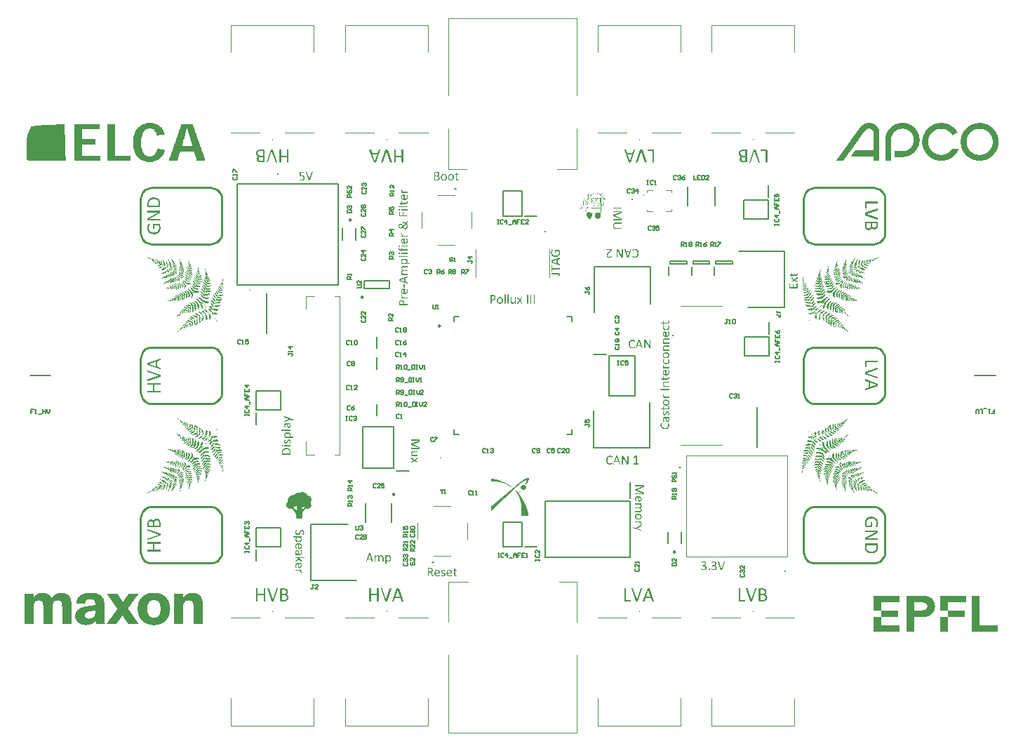
<source format=gto>
G04*
G04 #@! TF.GenerationSoftware,Altium Limited,Altium Designer,21.3.1 (25)*
G04*
G04 Layer_Color=65535*
%FSLAX25Y25*%
%MOIN*%
G70*
G04*
G04 #@! TF.SameCoordinates,B8EFB4BC-30DA-42F7-88CE-EC59C6869F36*
G04*
G04*
G04 #@! TF.FilePolarity,Positive*
G04*
G01*
G75*
%ADD10C,0.01000*%
%ADD11C,0.00394*%
%ADD12C,0.00787*%
%ADD13C,0.00984*%
%ADD14C,0.00787*%
%ADD15C,0.00500*%
G36*
X446817Y286109D02*
X447459D01*
Y286017D01*
X447918D01*
Y285926D01*
X448194D01*
Y285834D01*
X448469D01*
Y285742D01*
X448744D01*
Y285650D01*
X449019D01*
Y285559D01*
X449203D01*
Y285467D01*
X449478D01*
Y285375D01*
X449661D01*
Y285283D01*
X449845D01*
Y285191D01*
X450029D01*
Y285100D01*
X450120D01*
Y285008D01*
X450304D01*
Y284916D01*
X450487D01*
Y284824D01*
X450671D01*
Y284733D01*
X450763D01*
Y284641D01*
X450854D01*
Y284549D01*
X451038D01*
Y284457D01*
X451130D01*
Y284366D01*
X451221D01*
Y284274D01*
X451405D01*
Y284182D01*
X451497D01*
Y284090D01*
X451588D01*
Y283999D01*
X451680D01*
Y283907D01*
X451772D01*
Y283815D01*
X451864D01*
Y283723D01*
X452047D01*
Y283632D01*
X452139D01*
Y283540D01*
X452231D01*
Y283448D01*
X452322D01*
Y283265D01*
X452414D01*
Y283173D01*
X452506D01*
Y283081D01*
X452598D01*
Y282989D01*
X452689D01*
Y282898D01*
X452781D01*
Y282806D01*
X452873D01*
Y282622D01*
X452965D01*
Y282531D01*
X453056D01*
Y282347D01*
X453148D01*
Y282255D01*
X453240D01*
Y282072D01*
X453332D01*
Y281980D01*
X453424D01*
Y281705D01*
X453332D01*
Y281613D01*
X453148D01*
Y281521D01*
X452965D01*
Y281430D01*
X452873D01*
Y281338D01*
X452689D01*
Y281246D01*
X452506D01*
Y281154D01*
X452322D01*
Y281063D01*
X452231D01*
Y280971D01*
X452047D01*
Y280879D01*
X451864D01*
Y280787D01*
X451772D01*
Y280696D01*
X451588D01*
Y280604D01*
X451405D01*
Y280512D01*
X451221D01*
Y280420D01*
X451038D01*
Y280512D01*
X450946D01*
Y280696D01*
X450854D01*
Y280787D01*
X450763D01*
Y280971D01*
X450671D01*
Y281063D01*
X450579D01*
Y281154D01*
X450487D01*
Y281246D01*
X450396D01*
Y281430D01*
X450304D01*
Y281521D01*
X450212D01*
Y281613D01*
X450120D01*
Y281705D01*
X450029D01*
Y281797D01*
X449937D01*
Y281888D01*
X449753D01*
Y281980D01*
X449661D01*
Y282072D01*
X449570D01*
Y282164D01*
X449478D01*
Y282255D01*
X449295D01*
Y282347D01*
X449203D01*
Y282439D01*
X449019D01*
Y282531D01*
X448927D01*
Y282622D01*
X448744D01*
Y282714D01*
X448560D01*
Y282806D01*
X448377D01*
Y282898D01*
X448194D01*
Y282989D01*
X448010D01*
Y283081D01*
X447735D01*
Y283173D01*
X447459D01*
Y283265D01*
X447092D01*
Y283356D01*
X446542D01*
Y283448D01*
X444890D01*
Y283356D01*
X444340D01*
Y283265D01*
X443973D01*
Y283173D01*
X443698D01*
Y283081D01*
X443422D01*
Y282989D01*
X443239D01*
Y282898D01*
X443055D01*
Y282806D01*
X442872D01*
Y282714D01*
X442688D01*
Y282622D01*
X442505D01*
Y282531D01*
X442413D01*
Y282439D01*
X442229D01*
Y282347D01*
X442046D01*
Y282255D01*
X441954D01*
Y282164D01*
X441862D01*
Y282072D01*
X441771D01*
Y281980D01*
X441587D01*
Y281888D01*
X441495D01*
Y281797D01*
X441404D01*
Y281705D01*
X441312D01*
Y281613D01*
X441220D01*
Y281521D01*
X441128D01*
Y281430D01*
X441037D01*
Y281338D01*
X440945D01*
Y281154D01*
X440853D01*
Y281063D01*
X440761D01*
Y280971D01*
X440670D01*
Y280787D01*
X440578D01*
Y280696D01*
X440486D01*
Y280604D01*
X440394D01*
Y280420D01*
X440303D01*
Y280237D01*
X440211D01*
Y280053D01*
X440119D01*
Y279870D01*
X440027D01*
Y279686D01*
X439936D01*
Y279503D01*
X439844D01*
Y279227D01*
X439752D01*
Y278952D01*
X439660D01*
Y278585D01*
X439569D01*
Y277943D01*
X439477D01*
Y276567D01*
X439569D01*
Y275924D01*
X439660D01*
Y275557D01*
X439752D01*
Y275282D01*
X439844D01*
Y275007D01*
X439936D01*
Y274823D01*
X440027D01*
Y274640D01*
X440119D01*
Y274456D01*
X440211D01*
Y274273D01*
X440303D01*
Y274089D01*
X440394D01*
Y273906D01*
X440486D01*
Y273814D01*
X440578D01*
Y273630D01*
X440670D01*
Y273539D01*
X440761D01*
Y273447D01*
X440853D01*
Y273264D01*
X440945D01*
Y273172D01*
X441037D01*
Y273080D01*
X441128D01*
Y272988D01*
X441220D01*
Y272896D01*
X441312D01*
Y272805D01*
X441404D01*
Y272713D01*
X441495D01*
Y272621D01*
X441587D01*
Y272529D01*
X441679D01*
Y272438D01*
X441862D01*
Y272346D01*
X441954D01*
Y272254D01*
X442046D01*
Y272162D01*
X442229D01*
Y272071D01*
X442321D01*
Y271979D01*
X442505D01*
Y271887D01*
X442688D01*
Y271795D01*
X442780D01*
Y271704D01*
X442964D01*
Y271612D01*
X443239D01*
Y271520D01*
X443422D01*
Y271428D01*
X443698D01*
Y271337D01*
X443973D01*
Y271245D01*
X444340D01*
Y271153D01*
X444799D01*
Y271061D01*
X446634D01*
Y271153D01*
X447092D01*
Y271245D01*
X447459D01*
Y271337D01*
X447735D01*
Y271428D01*
X448010D01*
Y271520D01*
X448194D01*
Y271612D01*
X448377D01*
Y271704D01*
X448560D01*
Y271795D01*
X448744D01*
Y271887D01*
X448927D01*
Y271979D01*
X449111D01*
Y272071D01*
X449203D01*
Y272162D01*
X449295D01*
Y272254D01*
X449478D01*
Y272346D01*
X449570D01*
Y272438D01*
X449661D01*
Y272529D01*
X449845D01*
Y272621D01*
X449937D01*
Y272713D01*
X450029D01*
Y272805D01*
X450120D01*
Y272896D01*
X450212D01*
Y272988D01*
X450304D01*
Y273080D01*
X450396D01*
Y273172D01*
X450487D01*
Y273355D01*
X450579D01*
Y273447D01*
X450671D01*
Y273539D01*
X450763D01*
Y273722D01*
X450854D01*
Y273814D01*
X450946D01*
Y273997D01*
X454066D01*
Y273814D01*
X453974D01*
Y273539D01*
X453882D01*
Y273355D01*
X453791D01*
Y273172D01*
X453699D01*
Y272988D01*
X453607D01*
Y272896D01*
Y272805D01*
X453515D01*
Y272713D01*
X453424D01*
Y272529D01*
X453332D01*
Y272346D01*
X453240D01*
Y272254D01*
X453148D01*
Y272071D01*
X453056D01*
Y271979D01*
X452965D01*
Y271887D01*
X452873D01*
Y271704D01*
X452781D01*
Y271612D01*
X452689D01*
Y271520D01*
X452598D01*
Y271428D01*
X452506D01*
Y271337D01*
X452414D01*
Y271153D01*
X452322D01*
Y271061D01*
X452231D01*
Y270970D01*
X452139D01*
Y270878D01*
X452047D01*
Y270786D01*
X451955D01*
Y270694D01*
X451864D01*
Y270603D01*
X451772D01*
Y270511D01*
X451588D01*
Y270419D01*
X451497D01*
Y270327D01*
X451405D01*
Y270236D01*
X451313D01*
Y270144D01*
X451130D01*
Y270052D01*
X451038D01*
Y269960D01*
X450946D01*
Y269869D01*
X450763D01*
Y269777D01*
X450671D01*
Y269685D01*
X450487D01*
Y269593D01*
X450396D01*
Y269501D01*
X450212D01*
Y269410D01*
X450029D01*
Y269318D01*
X449937D01*
Y269226D01*
X449753D01*
Y269134D01*
X449478D01*
Y269043D01*
X449295D01*
Y268951D01*
X449111D01*
Y268859D01*
X448836D01*
Y268767D01*
X448560D01*
Y268676D01*
X448285D01*
Y268584D01*
X448010D01*
Y268492D01*
X447551D01*
Y268401D01*
X447001D01*
Y268309D01*
X444523D01*
Y268401D01*
X443881D01*
Y268492D01*
X443514D01*
Y268584D01*
X443147D01*
Y268676D01*
X442872D01*
Y268767D01*
X442596D01*
Y268859D01*
X442413D01*
Y268951D01*
X442138D01*
Y269043D01*
X441954D01*
Y269134D01*
X441771D01*
Y269226D01*
X441587D01*
Y269318D01*
X441404D01*
Y269410D01*
X441220D01*
Y269501D01*
X441037D01*
Y269593D01*
X440945D01*
Y269685D01*
X440761D01*
Y269777D01*
X440670D01*
Y269869D01*
X440486D01*
Y269960D01*
X440394D01*
Y270052D01*
X440211D01*
Y270144D01*
X440119D01*
Y270236D01*
X440027D01*
Y270327D01*
X439936D01*
Y270419D01*
X439844D01*
Y270511D01*
X439660D01*
Y270603D01*
X439569D01*
Y270694D01*
X439477D01*
Y270786D01*
X439385D01*
Y270878D01*
X439293D01*
Y270970D01*
X439202D01*
Y271061D01*
X439110D01*
Y271153D01*
X439018D01*
Y271245D01*
X438926D01*
Y271428D01*
X438834D01*
Y271520D01*
X438743D01*
Y271612D01*
X438651D01*
Y271704D01*
X438559D01*
Y271795D01*
X438468D01*
Y271979D01*
X438376D01*
Y272071D01*
X438284D01*
Y272254D01*
X438192D01*
Y272346D01*
X438100D01*
Y272529D01*
X438009D01*
Y272621D01*
X437917D01*
Y272805D01*
X437825D01*
Y272988D01*
X437734D01*
Y273172D01*
X437642D01*
Y273355D01*
X437550D01*
Y273539D01*
X437458D01*
Y273722D01*
X437366D01*
Y273906D01*
X437275D01*
Y274181D01*
X437183D01*
Y274456D01*
X437091D01*
Y274731D01*
X436999D01*
Y275098D01*
X436908D01*
Y275557D01*
X436816D01*
Y276108D01*
X436724D01*
Y278402D01*
X436816D01*
Y278952D01*
X436908D01*
Y279411D01*
X436999D01*
Y279778D01*
X437091D01*
Y280053D01*
X437183D01*
Y280328D01*
X437275D01*
Y280512D01*
X437366D01*
Y280787D01*
X437458D01*
Y280971D01*
X437550D01*
Y281154D01*
X437642D01*
Y281338D01*
X437734D01*
Y281521D01*
X437825D01*
Y281705D01*
X437917D01*
Y281888D01*
X438009D01*
Y281980D01*
X438100D01*
Y282164D01*
X438192D01*
Y282255D01*
X438284D01*
Y282439D01*
X438376D01*
Y282531D01*
X438468D01*
Y282714D01*
X438559D01*
Y282806D01*
X438651D01*
Y282898D01*
X438743D01*
Y282989D01*
X438834D01*
Y283081D01*
X438926D01*
Y283265D01*
X439018D01*
Y283356D01*
X439110D01*
Y283448D01*
X439202D01*
Y283540D01*
X439293D01*
Y283632D01*
X439385D01*
Y283723D01*
X439477D01*
Y283815D01*
X439569D01*
Y283907D01*
X439660D01*
Y283999D01*
X439844D01*
Y284090D01*
X439936D01*
Y284182D01*
X440027D01*
Y284274D01*
X440119D01*
Y284366D01*
X440303D01*
Y284457D01*
X440394D01*
Y284549D01*
X440486D01*
Y284641D01*
X440670D01*
Y284733D01*
X440761D01*
Y284824D01*
X440945D01*
Y284916D01*
X441128D01*
Y285008D01*
X441220D01*
Y285100D01*
X441404D01*
Y285191D01*
X441587D01*
Y285283D01*
X441771D01*
Y285375D01*
X441954D01*
Y285467D01*
X442138D01*
Y285559D01*
X442413D01*
Y285650D01*
X442688D01*
Y285742D01*
X442872D01*
Y285834D01*
X443239D01*
Y285926D01*
X443514D01*
Y286017D01*
X443973D01*
Y286109D01*
X444523D01*
Y286201D01*
X446817D01*
Y286109D01*
D02*
G37*
G36*
X71203Y285961D02*
X72182D01*
Y285765D01*
X72769D01*
Y285569D01*
X73160D01*
Y285374D01*
X73551D01*
Y285178D01*
X73943D01*
Y284982D01*
X74334D01*
Y284787D01*
X74529D01*
Y284591D01*
X74725D01*
Y284395D01*
X74921D01*
Y284200D01*
X75116D01*
Y284004D01*
X75312D01*
Y283808D01*
X75508D01*
Y283613D01*
X75704D01*
Y283221D01*
X75899D01*
Y283026D01*
X76095D01*
Y282634D01*
X76291D01*
Y282047D01*
X76486D01*
Y281656D01*
X76682D01*
Y280873D01*
X76877D01*
Y280678D01*
X76486D01*
Y280482D01*
X74138D01*
Y280286D01*
X72964D01*
Y280873D01*
X72769D01*
Y281460D01*
X72573D01*
Y281852D01*
X72377D01*
Y282243D01*
X72182D01*
Y282439D01*
X71986D01*
Y282830D01*
X71790D01*
Y283026D01*
X71399D01*
Y283221D01*
X71203D01*
Y283417D01*
X70616D01*
Y283613D01*
X68855D01*
Y283417D01*
X68268D01*
Y283221D01*
X67877D01*
Y283026D01*
X67681D01*
Y282830D01*
X67290D01*
Y282634D01*
X67094D01*
Y282243D01*
X66899D01*
Y282047D01*
X66703D01*
Y281656D01*
X66507D01*
Y281265D01*
X66312D01*
Y280873D01*
X66116D01*
Y280091D01*
X65921D01*
Y279112D01*
X65725D01*
Y274612D01*
X65921D01*
Y273634D01*
X66116D01*
Y273047D01*
X66312D01*
Y272656D01*
X66507D01*
Y272264D01*
X66703D01*
Y271873D01*
X66899D01*
Y271482D01*
X67094D01*
Y271286D01*
X67290D01*
Y271090D01*
X67486D01*
Y270895D01*
X67877D01*
Y270699D01*
X68073D01*
Y270503D01*
X68660D01*
Y270308D01*
X70616D01*
Y270503D01*
X71203D01*
Y270699D01*
X71399D01*
Y270895D01*
X71790D01*
Y271090D01*
X71986D01*
Y271286D01*
X72182D01*
Y271677D01*
X72377D01*
Y271873D01*
X72573D01*
Y272264D01*
X72769D01*
Y272656D01*
X72964D01*
Y273438D01*
X73160D01*
Y273830D01*
X74921D01*
Y273634D01*
X76682D01*
Y273438D01*
X77073D01*
Y273243D01*
X76877D01*
Y272656D01*
X76682D01*
Y272069D01*
X76486D01*
Y271677D01*
X76291D01*
Y271286D01*
X76095D01*
Y271090D01*
X75899D01*
Y270699D01*
X75704D01*
Y270503D01*
X75508D01*
Y270308D01*
X75312D01*
Y270112D01*
X75116D01*
Y269916D01*
X74921D01*
Y269721D01*
X74725D01*
Y269525D01*
X74529D01*
Y269329D01*
X74334D01*
Y269134D01*
X74138D01*
Y268938D01*
X73747D01*
Y268742D01*
X73356D01*
Y268547D01*
X72964D01*
Y268351D01*
X72573D01*
Y268155D01*
X71986D01*
Y267960D01*
X71203D01*
Y267764D01*
X68073D01*
Y267960D01*
X67290D01*
Y268155D01*
X66507D01*
Y268351D01*
X66116D01*
Y268547D01*
X65725D01*
Y268742D01*
X65333D01*
Y268938D01*
X65138D01*
Y269134D01*
X64746D01*
Y269329D01*
X64551D01*
Y269525D01*
X64355D01*
Y269721D01*
X64160D01*
Y269916D01*
X63964D01*
Y270112D01*
X63768D01*
Y270308D01*
X63573D01*
Y270503D01*
X63377D01*
Y270895D01*
X63181D01*
Y271286D01*
X62986D01*
Y271482D01*
X62790D01*
Y271873D01*
X62594D01*
Y272460D01*
X62399D01*
Y273047D01*
X62203D01*
Y273830D01*
X62007D01*
Y275004D01*
X61812D01*
Y278917D01*
X62007D01*
Y280091D01*
X62203D01*
Y280873D01*
X62399D01*
Y281460D01*
X62594D01*
Y281852D01*
X62790D01*
Y282243D01*
X62986D01*
Y282634D01*
X63181D01*
Y282830D01*
X63377D01*
Y283221D01*
X63573D01*
Y283417D01*
X63768D01*
Y283613D01*
X63964D01*
Y284004D01*
X64160D01*
Y284200D01*
X64551D01*
Y284395D01*
X64746D01*
Y284591D01*
X64942D01*
Y284787D01*
X65138D01*
Y284982D01*
X65529D01*
Y285178D01*
X65921D01*
Y285374D01*
X66312D01*
Y285569D01*
X66703D01*
Y285765D01*
X67486D01*
Y285961D01*
X68268D01*
Y286156D01*
X71203D01*
Y285961D01*
D02*
G37*
G36*
X428008Y286201D02*
X428742D01*
Y286109D01*
X429200D01*
Y286017D01*
X429567D01*
Y285926D01*
X429843D01*
Y285834D01*
X430118D01*
Y285742D01*
X430301D01*
Y285650D01*
X430485D01*
Y285559D01*
X430760D01*
Y285467D01*
X430944D01*
Y285375D01*
X431127D01*
Y285283D01*
X431311D01*
Y285191D01*
X431402D01*
Y285100D01*
X431586D01*
Y285008D01*
X431769D01*
Y284916D01*
X431861D01*
Y284824D01*
X432045D01*
Y284733D01*
X432136D01*
Y284641D01*
X432228D01*
Y284549D01*
X432412D01*
Y284457D01*
X432504D01*
Y284366D01*
X432595D01*
Y284274D01*
X432687D01*
Y284182D01*
X432779D01*
Y284090D01*
X432870D01*
Y283999D01*
X432962D01*
Y283907D01*
X433054D01*
Y283815D01*
X433146D01*
Y283723D01*
X433238D01*
Y283632D01*
X433329D01*
Y283540D01*
X433421D01*
Y283448D01*
X433513D01*
Y283356D01*
X433604D01*
Y283265D01*
X433696D01*
Y283081D01*
X433788D01*
Y282989D01*
X433880D01*
Y282898D01*
X433972D01*
Y282714D01*
X434063D01*
Y282622D01*
X434155D01*
Y282439D01*
X434247D01*
Y282347D01*
X434339D01*
Y282164D01*
X434430D01*
Y281980D01*
X434522D01*
Y281797D01*
X434614D01*
Y281613D01*
X434706D01*
Y281430D01*
X434797D01*
Y281246D01*
X434889D01*
Y280971D01*
X434981D01*
Y280696D01*
X435073D01*
Y280420D01*
X435164D01*
Y280053D01*
X435256D01*
Y279594D01*
X435348D01*
Y279319D01*
Y279227D01*
Y278952D01*
X435440D01*
Y277301D01*
X435348D01*
Y276750D01*
X435256D01*
Y276291D01*
X435164D01*
Y275924D01*
X435073D01*
Y275649D01*
X434981D01*
Y275374D01*
X434889D01*
Y275098D01*
X434797D01*
Y274915D01*
X434706D01*
Y274731D01*
X434614D01*
Y274548D01*
X434522D01*
Y274364D01*
X434430D01*
Y274181D01*
X434339D01*
Y273997D01*
X434247D01*
Y273814D01*
X434155D01*
Y273722D01*
X434063D01*
Y273539D01*
X433972D01*
Y273447D01*
X433880D01*
Y273355D01*
X433788D01*
Y273172D01*
X433696D01*
Y273080D01*
X433604D01*
Y272988D01*
X433513D01*
Y272896D01*
X433421D01*
Y272805D01*
X433329D01*
Y272621D01*
X433238D01*
Y272529D01*
X433146D01*
Y272438D01*
X433054D01*
Y272346D01*
X432962D01*
Y272254D01*
X432870D01*
Y272162D01*
X432779D01*
Y272071D01*
X432595D01*
Y271979D01*
X432504D01*
Y271887D01*
X432412D01*
Y271795D01*
X432320D01*
Y271704D01*
X432136D01*
Y271612D01*
X432045D01*
Y271520D01*
X431953D01*
Y271428D01*
X431769D01*
Y271337D01*
X431678D01*
Y271245D01*
X431494D01*
Y271153D01*
X431311D01*
Y271061D01*
X431219D01*
Y270970D01*
X431035D01*
Y270878D01*
X430852D01*
Y270786D01*
X430577D01*
Y270694D01*
X430393D01*
Y270603D01*
X430210D01*
Y270511D01*
X429934D01*
Y270419D01*
X429659D01*
Y270327D01*
X429292D01*
Y270236D01*
X428925D01*
Y270144D01*
X428374D01*
Y270052D01*
X423512D01*
Y272713D01*
X423603D01*
Y272805D01*
X428008D01*
Y272896D01*
X428558D01*
Y272988D01*
X428833D01*
Y273080D01*
X429109D01*
Y273172D01*
X429384D01*
Y273264D01*
X429567D01*
Y273355D01*
X429751D01*
Y273447D01*
X429934D01*
Y273539D01*
X430118D01*
Y273630D01*
X430210D01*
Y273722D01*
X430393D01*
Y273814D01*
X430485D01*
Y273906D01*
X430577D01*
Y273997D01*
X430668D01*
Y274089D01*
X430852D01*
Y274181D01*
X430944D01*
Y274273D01*
X431035D01*
Y274364D01*
X431127D01*
Y274456D01*
X431219D01*
Y274548D01*
X431311D01*
Y274640D01*
X431402D01*
Y274823D01*
X431494D01*
Y274915D01*
X431586D01*
Y275007D01*
X431678D01*
Y275190D01*
X431769D01*
Y275282D01*
X431861D01*
Y275466D01*
X431953D01*
Y275649D01*
X432045D01*
Y275741D01*
X432136D01*
Y276016D01*
X432228D01*
Y276200D01*
X432320D01*
Y276475D01*
X432412D01*
Y276750D01*
X432504D01*
Y277209D01*
X432595D01*
Y278035D01*
X432687D01*
Y278218D01*
X432595D01*
Y279136D01*
X432504D01*
Y279594D01*
X432412D01*
Y279870D01*
X432320D01*
Y280145D01*
X432228D01*
Y280328D01*
X432136D01*
Y280512D01*
X432045D01*
Y280696D01*
X431953D01*
Y280879D01*
X431861D01*
Y280971D01*
X431769D01*
Y281154D01*
X431678D01*
Y281246D01*
X431586D01*
Y281430D01*
X431494D01*
Y281521D01*
X431402D01*
Y281613D01*
X431311D01*
Y281705D01*
X431219D01*
Y281797D01*
X431127D01*
Y281888D01*
X431035D01*
Y281980D01*
X430944D01*
Y282072D01*
X430852D01*
Y282164D01*
X430760D01*
Y282255D01*
X430668D01*
Y282347D01*
X430577D01*
Y282439D01*
X430393D01*
Y282531D01*
X430301D01*
Y282622D01*
X430118D01*
Y282714D01*
X430026D01*
Y282806D01*
X429843D01*
Y282898D01*
X429659D01*
Y282989D01*
X429476D01*
Y283081D01*
X429292D01*
Y283173D01*
X429017D01*
Y283265D01*
X428742D01*
Y283356D01*
X428374D01*
Y283448D01*
X427732D01*
Y283540D01*
X426815D01*
Y283448D01*
X426172D01*
Y283356D01*
X425805D01*
Y283265D01*
X425530D01*
Y283173D01*
X425255D01*
Y283081D01*
X425071D01*
Y282989D01*
X424888D01*
Y282898D01*
X424704D01*
Y282806D01*
X424521D01*
Y282714D01*
X424337D01*
Y282622D01*
X424246D01*
Y282531D01*
X424154D01*
Y282439D01*
X423970D01*
Y282347D01*
X423879D01*
Y282255D01*
X423787D01*
Y282164D01*
X423695D01*
Y282072D01*
X423512D01*
Y281980D01*
X423420D01*
Y281797D01*
X423328D01*
Y281705D01*
X423236D01*
Y281613D01*
X423144D01*
Y281521D01*
X423053D01*
Y281430D01*
X422961D01*
Y281338D01*
X422869D01*
Y281154D01*
X422778D01*
Y281063D01*
X422686D01*
Y280879D01*
X422594D01*
Y280696D01*
X422502D01*
Y280512D01*
X422410D01*
Y280328D01*
X422319D01*
Y280145D01*
X422227D01*
Y279870D01*
X422135D01*
Y279594D01*
X422044D01*
Y279227D01*
X421952D01*
Y278493D01*
X421860D01*
Y268309D01*
X419107D01*
Y279044D01*
X419199D01*
Y279594D01*
X419291D01*
Y280053D01*
X419383D01*
Y280420D01*
X419474D01*
Y280696D01*
X419566D01*
Y280971D01*
X419658D01*
Y281246D01*
X419750D01*
Y281430D01*
X419841D01*
Y281613D01*
X419933D01*
Y281797D01*
X420025D01*
Y281980D01*
X420117D01*
Y282164D01*
X420208D01*
Y282347D01*
X420300D01*
Y282439D01*
X420392D01*
Y282622D01*
X420484D01*
Y282714D01*
X420575D01*
Y282898D01*
X420667D01*
Y282989D01*
X420759D01*
Y283081D01*
X420851D01*
Y283265D01*
X420942D01*
Y283356D01*
X421034D01*
Y283448D01*
X421126D01*
Y283540D01*
X421218D01*
Y283632D01*
X421310D01*
Y283723D01*
X421401D01*
Y283815D01*
X421493D01*
Y283907D01*
X421585D01*
Y283999D01*
X421676D01*
Y284090D01*
X421768D01*
Y284182D01*
X421860D01*
Y284274D01*
X421952D01*
Y284366D01*
X422044D01*
Y284457D01*
X422135D01*
Y284549D01*
X422319D01*
Y284641D01*
X422410D01*
Y284733D01*
X422502D01*
Y284824D01*
X422686D01*
Y284916D01*
X422778D01*
Y285008D01*
X422961D01*
Y285100D01*
X423144D01*
Y285191D01*
X423236D01*
Y285283D01*
X423420D01*
Y285375D01*
X423603D01*
Y285467D01*
X423787D01*
Y285559D01*
X423970D01*
Y285650D01*
X424246D01*
Y285742D01*
X424429D01*
Y285834D01*
X424704D01*
Y285926D01*
X424980D01*
Y286017D01*
X425347D01*
Y286109D01*
X425805D01*
Y286201D01*
X426540D01*
Y286293D01*
X428008D01*
Y286201D01*
D02*
G37*
G36*
X465076Y286109D02*
X465719D01*
Y286017D01*
X466086D01*
Y285926D01*
X466453D01*
Y285834D01*
X466728D01*
Y285742D01*
X467003D01*
Y285650D01*
X467278D01*
Y285559D01*
X467462D01*
Y285467D01*
X467737D01*
Y285375D01*
X467921D01*
Y285283D01*
X468104D01*
Y285191D01*
X468288D01*
Y285100D01*
X468379D01*
Y285008D01*
X468563D01*
Y284916D01*
X468746D01*
Y284824D01*
X468838D01*
Y284733D01*
X469022D01*
Y284641D01*
X469113D01*
Y284549D01*
X469297D01*
Y284457D01*
X469389D01*
Y284366D01*
X469481D01*
Y284274D01*
X469664D01*
Y284182D01*
X469756D01*
Y284090D01*
X469847D01*
Y283999D01*
X469939D01*
Y283907D01*
X470031D01*
Y283815D01*
X470123D01*
Y283723D01*
X470215D01*
Y283632D01*
X470306D01*
Y283540D01*
X470398D01*
Y283448D01*
X470490D01*
Y283356D01*
X470581D01*
Y283265D01*
X470673D01*
Y283173D01*
X470765D01*
Y283081D01*
X470857D01*
Y282989D01*
X470949D01*
Y282898D01*
X471040D01*
Y282714D01*
X471132D01*
Y282622D01*
X471224D01*
Y282531D01*
X471315D01*
Y282347D01*
X471407D01*
Y282255D01*
X471499D01*
Y282072D01*
X471591D01*
Y281980D01*
X471683D01*
Y281797D01*
X471774D01*
Y281613D01*
X471866D01*
Y281430D01*
X471958D01*
Y281246D01*
X472050D01*
Y281063D01*
X472141D01*
Y280879D01*
X472233D01*
Y280696D01*
X472325D01*
Y280512D01*
X472417D01*
Y280237D01*
X472508D01*
Y279961D01*
X472600D01*
Y279594D01*
X472692D01*
Y279227D01*
X472784D01*
Y278769D01*
X472875D01*
Y278126D01*
X472967D01*
Y276383D01*
X472875D01*
Y275741D01*
X472784D01*
Y275282D01*
X472692D01*
Y274823D01*
X472600D01*
Y274548D01*
X472508D01*
Y274273D01*
X472417D01*
Y273997D01*
X472325D01*
Y273814D01*
X472233D01*
Y273630D01*
X472141D01*
Y273447D01*
X472050D01*
Y273172D01*
X471958D01*
Y272988D01*
X471866D01*
Y272896D01*
X471774D01*
Y272713D01*
X471683D01*
Y272529D01*
X471591D01*
Y272438D01*
X471499D01*
Y272254D01*
X471407D01*
Y272162D01*
X471315D01*
Y271979D01*
X471224D01*
Y271887D01*
X471132D01*
Y271795D01*
X471040D01*
Y271612D01*
X470949D01*
Y271520D01*
X470857D01*
Y271428D01*
X470765D01*
Y271337D01*
X470673D01*
Y271245D01*
X470581D01*
Y271153D01*
X470490D01*
Y271061D01*
X470398D01*
Y270970D01*
X470306D01*
Y270878D01*
X470215D01*
Y270786D01*
X470123D01*
Y270694D01*
X470031D01*
Y270603D01*
X469939D01*
Y270511D01*
X469847D01*
Y270419D01*
X469756D01*
Y270327D01*
X469664D01*
Y270236D01*
X469481D01*
Y270144D01*
X469389D01*
Y270052D01*
X469297D01*
Y269960D01*
X469205D01*
Y269869D01*
X469022D01*
Y269777D01*
X468838D01*
Y269685D01*
X468746D01*
Y269593D01*
X468563D01*
Y269501D01*
X468471D01*
Y269410D01*
X468288D01*
Y269318D01*
X468104D01*
Y269226D01*
X467921D01*
Y269134D01*
X467737D01*
Y269043D01*
X467462D01*
Y268951D01*
X467278D01*
Y268859D01*
X467095D01*
Y268767D01*
X466820D01*
Y268676D01*
X466544D01*
Y268584D01*
X466177D01*
Y268492D01*
X465719D01*
Y268401D01*
X465168D01*
Y268309D01*
X462691D01*
Y268401D01*
X462140D01*
Y268492D01*
X461773D01*
Y268584D01*
X461406D01*
Y268676D01*
X461131D01*
Y268767D01*
X460856D01*
Y268859D01*
X460580D01*
Y268951D01*
X460397D01*
Y269043D01*
X460213D01*
Y269134D01*
X459938D01*
Y269226D01*
X459755D01*
Y269318D01*
X459663D01*
Y269410D01*
X459479D01*
Y269501D01*
X459296D01*
Y269593D01*
X459204D01*
Y269685D01*
X459021D01*
Y269777D01*
X458837D01*
Y269869D01*
X458745D01*
Y269960D01*
X458653D01*
Y270052D01*
X458470D01*
Y270144D01*
X458378D01*
Y270236D01*
X458286D01*
Y270327D01*
X458103D01*
Y270419D01*
X458011D01*
Y270511D01*
X457919D01*
Y270603D01*
X457828D01*
Y270694D01*
X457736D01*
Y270786D01*
X457644D01*
Y270878D01*
X457552D01*
Y270970D01*
X457461D01*
Y271061D01*
X457369D01*
Y271153D01*
X457277D01*
Y271245D01*
X457185D01*
Y271337D01*
X457094D01*
Y271428D01*
X457002D01*
Y271612D01*
X456910D01*
Y271704D01*
X456818D01*
Y271795D01*
X456727D01*
Y271887D01*
X456635D01*
Y272071D01*
X456543D01*
Y272162D01*
X456451D01*
Y272346D01*
X456360D01*
Y272438D01*
X456268D01*
Y272621D01*
X456176D01*
Y272805D01*
X456084D01*
Y272896D01*
X455993D01*
Y273080D01*
X455901D01*
Y273264D01*
X455809D01*
Y273447D01*
X455717D01*
Y273722D01*
X455626D01*
Y273906D01*
X455534D01*
Y274181D01*
X455442D01*
Y274364D01*
X455350D01*
Y274640D01*
X455259D01*
Y275007D01*
X455167D01*
Y275374D01*
X455075D01*
Y275924D01*
X454983D01*
Y277025D01*
X454891D01*
Y277484D01*
X454983D01*
Y278585D01*
X455075D01*
Y279044D01*
X455167D01*
Y279503D01*
X455259D01*
Y279870D01*
X455350D01*
Y280145D01*
X455442D01*
Y280328D01*
X455534D01*
Y280604D01*
X455626D01*
Y280787D01*
X455717D01*
Y281063D01*
X455809D01*
Y281246D01*
X455901D01*
Y281430D01*
X455993D01*
Y281613D01*
X456084D01*
Y281705D01*
X456176D01*
Y281888D01*
X456268D01*
Y281980D01*
X456360D01*
Y282164D01*
X456451D01*
Y282347D01*
X456543D01*
Y282439D01*
X456635D01*
Y282531D01*
X456727D01*
Y282714D01*
X456818D01*
Y282806D01*
X456910D01*
Y282898D01*
X457002D01*
Y282989D01*
X457094D01*
Y283173D01*
X457185D01*
Y283265D01*
X457277D01*
Y283356D01*
X457369D01*
Y283448D01*
X457461D01*
Y283540D01*
X457552D01*
Y283632D01*
X457644D01*
Y283723D01*
X457736D01*
Y283815D01*
X457828D01*
Y283907D01*
X457919D01*
Y283999D01*
X458011D01*
Y284090D01*
X458195D01*
Y284182D01*
X458286D01*
Y284274D01*
X458378D01*
Y284366D01*
X458470D01*
Y284457D01*
X458653D01*
Y284549D01*
X458745D01*
Y284641D01*
X458929D01*
Y284733D01*
X459021D01*
Y284824D01*
X459204D01*
Y284916D01*
X459296D01*
Y285008D01*
X459479D01*
Y285100D01*
X459663D01*
Y285191D01*
X459846D01*
Y285283D01*
X460030D01*
Y285375D01*
X460213D01*
Y285467D01*
X460397D01*
Y285559D01*
X460672D01*
Y285650D01*
X460856D01*
Y285742D01*
X461131D01*
Y285834D01*
X461406D01*
Y285926D01*
X461773D01*
Y286017D01*
X462232D01*
Y286109D01*
X462782D01*
Y286201D01*
X465076D01*
Y286109D01*
D02*
G37*
G36*
X412226Y286201D02*
X412685D01*
Y286109D01*
X413052D01*
Y286017D01*
X413327D01*
Y285926D01*
X413510D01*
Y285834D01*
X413694D01*
Y285742D01*
X413877D01*
Y285650D01*
X413969D01*
Y285559D01*
X414153D01*
Y285467D01*
X414244D01*
Y285375D01*
X414428D01*
Y285283D01*
X414520D01*
Y285191D01*
X414611D01*
Y285100D01*
X414703D01*
Y285008D01*
X414795D01*
Y284916D01*
X414978D01*
Y284733D01*
X415070D01*
Y284641D01*
X415162D01*
Y284549D01*
X415254D01*
Y284457D01*
X415345D01*
Y284366D01*
X415437D01*
Y284182D01*
X415529D01*
Y284090D01*
X415621D01*
Y283907D01*
X415712D01*
Y283723D01*
X415804D01*
Y283540D01*
X415896D01*
Y283356D01*
X415988D01*
Y283173D01*
X416080D01*
Y282898D01*
X416171D01*
Y282531D01*
X416263D01*
Y281797D01*
X416355D01*
Y268401D01*
X416263D01*
Y268309D01*
X413602D01*
Y268401D01*
X413510D01*
Y270419D01*
X402959D01*
Y270603D01*
X403050D01*
Y270786D01*
X403142D01*
Y270878D01*
X403234D01*
Y271061D01*
X403326D01*
Y271153D01*
X403417D01*
Y271245D01*
X403509D01*
Y271428D01*
X403601D01*
Y271520D01*
X403693D01*
Y271704D01*
X403784D01*
Y271795D01*
X403876D01*
Y271887D01*
X403968D01*
Y272071D01*
X404060D01*
Y272162D01*
X404151D01*
Y272346D01*
X404243D01*
Y272438D01*
X404335D01*
Y272529D01*
X404427D01*
Y272713D01*
X404518D01*
Y272805D01*
X404610D01*
Y272988D01*
X404702D01*
Y273080D01*
X404794D01*
Y273172D01*
X404885D01*
Y273264D01*
X413510D01*
Y282072D01*
X413419D01*
Y282255D01*
X413327D01*
Y282439D01*
X413235D01*
Y282622D01*
X413143D01*
Y282714D01*
X413052D01*
Y282898D01*
X412960D01*
Y282989D01*
X412868D01*
Y283081D01*
X412685D01*
Y283173D01*
X412593D01*
Y283265D01*
X412409D01*
Y283356D01*
X412226D01*
Y283448D01*
X411950D01*
Y283540D01*
X411033D01*
Y283448D01*
X410758D01*
Y283356D01*
X410574D01*
Y283265D01*
X410391D01*
Y283173D01*
X410299D01*
Y283081D01*
X410115D01*
Y282989D01*
X410024D01*
Y282898D01*
X409932D01*
Y282806D01*
X409748D01*
Y282714D01*
X409657D01*
Y282622D01*
X409565D01*
Y282531D01*
X409473D01*
Y282439D01*
X409381D01*
Y282347D01*
X409290D01*
Y282164D01*
X409198D01*
Y282072D01*
X409106D01*
Y281980D01*
X409014D01*
Y281888D01*
X408923D01*
Y281797D01*
X408831D01*
Y281613D01*
X408739D01*
Y281521D01*
X408647D01*
Y281430D01*
X408556D01*
Y281246D01*
X408464D01*
Y281154D01*
X408372D01*
Y280971D01*
X408280D01*
Y280879D01*
X408189D01*
Y280696D01*
X408097D01*
Y280604D01*
X408005D01*
Y280512D01*
X407913D01*
Y280328D01*
X407822D01*
Y280237D01*
X407730D01*
Y280053D01*
X407638D01*
Y279961D01*
X407546D01*
Y279870D01*
X407455D01*
Y279686D01*
X407363D01*
Y279594D01*
X407271D01*
Y279503D01*
X407179D01*
Y279319D01*
X407088D01*
Y279227D01*
X406996D01*
Y279044D01*
X406904D01*
Y278952D01*
X406812D01*
Y278860D01*
X406720D01*
Y278677D01*
X406629D01*
Y278585D01*
X406537D01*
Y278402D01*
X406445D01*
Y278310D01*
X406354D01*
Y278126D01*
X406262D01*
Y278035D01*
X406170D01*
Y277943D01*
X406078D01*
Y277759D01*
X405986D01*
Y277668D01*
X405895D01*
Y277576D01*
X405803D01*
Y277392D01*
X405711D01*
Y277301D01*
X405619D01*
Y277117D01*
X405528D01*
Y277025D01*
X405436D01*
Y276934D01*
X405344D01*
Y276750D01*
X405253D01*
Y276658D01*
X405161D01*
Y276475D01*
X405069D01*
Y276383D01*
X404977D01*
Y276291D01*
X404885D01*
Y276108D01*
X404794D01*
Y276016D01*
X404702D01*
Y275833D01*
X404610D01*
Y275741D01*
X404518D01*
Y275649D01*
X404427D01*
Y275466D01*
X404335D01*
Y275374D01*
X404243D01*
Y275190D01*
X404151D01*
Y275098D01*
X404060D01*
Y275007D01*
X403968D01*
Y274823D01*
X403876D01*
Y274731D01*
X403784D01*
Y274548D01*
X403693D01*
Y274456D01*
X403601D01*
Y274364D01*
X403509D01*
Y274181D01*
X403417D01*
Y274089D01*
X403326D01*
Y273997D01*
X403234D01*
Y273814D01*
X403142D01*
Y273722D01*
X403050D01*
Y273539D01*
X402959D01*
Y273447D01*
X402867D01*
Y273355D01*
X402775D01*
Y273172D01*
X402683D01*
Y273080D01*
X402592D01*
Y272896D01*
X402500D01*
Y272805D01*
X402408D01*
Y272713D01*
X402316D01*
Y272529D01*
X402225D01*
Y272438D01*
X402133D01*
Y272254D01*
X402041D01*
Y272162D01*
X401949D01*
Y272071D01*
X401858D01*
Y271887D01*
X401766D01*
Y271795D01*
X401674D01*
Y271612D01*
X401582D01*
Y271520D01*
X401490D01*
Y271428D01*
X401399D01*
Y271245D01*
X401307D01*
Y271153D01*
X401215D01*
Y270970D01*
X401124D01*
Y270878D01*
X401032D01*
Y270786D01*
X400940D01*
Y270603D01*
X400848D01*
Y270511D01*
X400757D01*
Y270327D01*
X400665D01*
Y270236D01*
X400573D01*
Y270144D01*
X400481D01*
Y269960D01*
X400389D01*
Y269869D01*
X400298D01*
Y269777D01*
X400206D01*
Y269593D01*
X400114D01*
Y269501D01*
X400023D01*
Y269318D01*
X399931D01*
Y269226D01*
X399839D01*
Y269043D01*
X399747D01*
Y268951D01*
X399656D01*
Y268859D01*
X399564D01*
Y268676D01*
X399472D01*
Y268584D01*
X399380D01*
Y268492D01*
X399288D01*
Y268309D01*
X395894D01*
Y268492D01*
X395985D01*
Y268584D01*
X396077D01*
Y268767D01*
X396169D01*
Y268859D01*
X396260D01*
Y268951D01*
X396352D01*
Y269134D01*
X396444D01*
Y269226D01*
X396536D01*
Y269410D01*
X396628D01*
Y269501D01*
X396719D01*
Y269593D01*
X396811D01*
Y269777D01*
X396903D01*
Y269869D01*
X396995D01*
Y270052D01*
X397086D01*
Y270144D01*
X397178D01*
Y270236D01*
X397270D01*
Y270419D01*
X397362D01*
Y270511D01*
X397453D01*
Y270694D01*
X397545D01*
Y270786D01*
X397637D01*
Y270878D01*
X397729D01*
Y271061D01*
X397820D01*
Y271153D01*
X397912D01*
Y271245D01*
X398004D01*
Y271428D01*
X398096D01*
Y271520D01*
X398187D01*
Y271704D01*
X398279D01*
Y271795D01*
X398371D01*
Y271887D01*
X398463D01*
Y272071D01*
X398554D01*
Y272162D01*
X398646D01*
Y272346D01*
X398738D01*
Y272438D01*
X398830D01*
Y272621D01*
X398921D01*
Y272713D01*
X399013D01*
Y272805D01*
X399105D01*
Y272988D01*
X399197D01*
Y273080D01*
X399288D01*
Y273172D01*
X399380D01*
Y273355D01*
X399472D01*
Y273447D01*
X399564D01*
Y273630D01*
X399656D01*
Y273722D01*
X399747D01*
Y273814D01*
X399839D01*
Y273997D01*
X399931D01*
Y274089D01*
X400023D01*
Y274273D01*
X400114D01*
Y274364D01*
X400206D01*
Y274456D01*
X400298D01*
Y274640D01*
X400389D01*
Y274731D01*
X400481D01*
Y274915D01*
X400573D01*
Y275007D01*
X400665D01*
Y275098D01*
X400757D01*
Y275282D01*
X400848D01*
Y275374D01*
X400940D01*
Y275557D01*
X401032D01*
Y275649D01*
X401124D01*
Y275741D01*
X401215D01*
Y275924D01*
X401307D01*
Y276016D01*
X401399D01*
Y276200D01*
X401490D01*
Y276291D01*
X401582D01*
Y276383D01*
X401674D01*
Y276567D01*
X401766D01*
Y276658D01*
X401858D01*
Y276842D01*
X401949D01*
Y276934D01*
X402041D01*
Y277025D01*
X402133D01*
Y277209D01*
X402225D01*
Y277301D01*
X402316D01*
Y277392D01*
X402408D01*
Y277576D01*
X402500D01*
Y277668D01*
X402592D01*
Y277851D01*
X402683D01*
Y277943D01*
X402775D01*
Y278126D01*
X402867D01*
Y278218D01*
X402959D01*
Y278310D01*
X403050D01*
Y278493D01*
X403142D01*
Y278585D01*
X403234D01*
Y278677D01*
X403326D01*
Y278860D01*
X403417D01*
Y278952D01*
X403509D01*
Y279136D01*
X403601D01*
Y279227D01*
X403693D01*
Y279319D01*
X403784D01*
Y279503D01*
X403876D01*
Y279594D01*
X403968D01*
Y279778D01*
X404060D01*
Y279870D01*
X404151D01*
Y279961D01*
X404243D01*
Y280145D01*
X404335D01*
Y280237D01*
X404427D01*
Y280420D01*
X404518D01*
Y280512D01*
X404610D01*
Y280604D01*
X404702D01*
Y280787D01*
X404794D01*
Y280879D01*
X404885D01*
Y281063D01*
X404977D01*
Y281154D01*
X405069D01*
Y281246D01*
X405161D01*
Y281430D01*
X405253D01*
Y281521D01*
X405344D01*
Y281705D01*
X405436D01*
Y281797D01*
X405528D01*
Y281888D01*
X405619D01*
Y282072D01*
X405711D01*
Y282164D01*
X405803D01*
Y282347D01*
X405895D01*
Y282439D01*
X405986D01*
Y282622D01*
X406078D01*
Y282714D01*
X406170D01*
Y282806D01*
X406262D01*
Y282989D01*
X406354D01*
Y283081D01*
X406445D01*
Y283265D01*
X406537D01*
Y283356D01*
X406629D01*
Y283448D01*
X406720D01*
Y283540D01*
X406812D01*
Y283723D01*
X406904D01*
Y283815D01*
X406996D01*
Y283907D01*
X407088D01*
Y283999D01*
X407179D01*
Y284090D01*
X407271D01*
Y284182D01*
X407363D01*
Y284274D01*
X407455D01*
Y284366D01*
X407546D01*
Y284457D01*
X407638D01*
Y284549D01*
X407730D01*
Y284641D01*
X407822D01*
Y284733D01*
X407913D01*
Y284824D01*
X408005D01*
Y284916D01*
X408097D01*
Y285008D01*
X408189D01*
Y285100D01*
X408372D01*
Y285191D01*
X408464D01*
Y285283D01*
X408556D01*
Y285375D01*
X408739D01*
Y285467D01*
X408831D01*
Y285559D01*
X409014D01*
Y285650D01*
X409198D01*
Y285742D01*
X409381D01*
Y285834D01*
X409565D01*
Y285926D01*
X409748D01*
Y286017D01*
X410024D01*
Y286109D01*
X410299D01*
Y286201D01*
X410758D01*
Y286293D01*
X412226D01*
Y286201D01*
D02*
G37*
G36*
X89987Y285569D02*
X90182D01*
Y284982D01*
X90378D01*
Y284591D01*
X90574D01*
Y284004D01*
X90769D01*
Y283417D01*
X90965D01*
Y282830D01*
X91161D01*
Y282243D01*
X91356D01*
Y281656D01*
X91552D01*
Y281265D01*
X91748D01*
Y280678D01*
X91943D01*
Y280091D01*
X92139D01*
Y279504D01*
X92335D01*
Y278917D01*
X92530D01*
Y278330D01*
X92726D01*
Y277939D01*
X92922D01*
Y277351D01*
X93117D01*
Y276764D01*
X93313D01*
Y276178D01*
X93509D01*
Y275590D01*
X93704D01*
Y275004D01*
X93900D01*
Y274612D01*
X94096D01*
Y274025D01*
X94291D01*
Y273438D01*
X94487D01*
Y272851D01*
X94683D01*
Y272264D01*
X94878D01*
Y271677D01*
X95074D01*
Y271286D01*
X95270D01*
Y270699D01*
X95465D01*
Y270112D01*
X95661D01*
Y269525D01*
X95857D01*
Y268938D01*
X96052D01*
Y268351D01*
X96248D01*
Y268155D01*
X92139D01*
Y268351D01*
X91943D01*
Y269134D01*
X91748D01*
Y269721D01*
X91552D01*
Y270503D01*
X91356D01*
Y271090D01*
X91161D01*
Y271677D01*
X90965D01*
Y272460D01*
X90769D01*
Y272656D01*
X84117D01*
Y272264D01*
X83921D01*
Y271677D01*
X83726D01*
Y271090D01*
X83530D01*
Y270308D01*
X83334D01*
Y269721D01*
X83139D01*
Y268938D01*
X82943D01*
Y268351D01*
X82747D01*
Y268155D01*
X78638D01*
Y268351D01*
X78834D01*
Y268938D01*
X79030D01*
Y269525D01*
X79225D01*
Y269916D01*
X79421D01*
Y270503D01*
X79617D01*
Y271090D01*
X79812D01*
Y271677D01*
X80008D01*
Y272264D01*
X80204D01*
Y272851D01*
X80399D01*
Y273438D01*
X80595D01*
Y273830D01*
X80791D01*
Y274417D01*
X80986D01*
Y275004D01*
X81182D01*
Y275590D01*
X81378D01*
Y276178D01*
X81573D01*
Y276764D01*
X81769D01*
Y277156D01*
X81965D01*
Y277743D01*
X82160D01*
Y278330D01*
X82356D01*
Y278917D01*
X82552D01*
Y279504D01*
X82747D01*
Y280091D01*
X82943D01*
Y280482D01*
X83139D01*
Y281069D01*
X83334D01*
Y281656D01*
X83530D01*
Y282243D01*
X83726D01*
Y282830D01*
X83921D01*
Y283417D01*
X84117D01*
Y283808D01*
X84313D01*
Y284395D01*
X84508D01*
Y284982D01*
X84704D01*
Y285569D01*
X84900D01*
Y285765D01*
X89987D01*
Y285569D01*
D02*
G37*
G36*
X53398Y271873D02*
Y271677D01*
Y270699D01*
X60638D01*
Y268155D01*
X49485D01*
Y285765D01*
X53398D01*
Y271873D01*
D02*
G37*
G36*
X45963Y283221D02*
X37550D01*
Y278525D01*
X43811D01*
Y275982D01*
X37550D01*
Y270503D01*
X46159D01*
Y268155D01*
X33832D01*
Y285765D01*
X45963D01*
Y283221D01*
D02*
G37*
G36*
X29332Y280678D02*
X29528D01*
Y275590D01*
X29723D01*
Y270308D01*
X29919D01*
Y268155D01*
X24440D01*
Y268351D01*
X11918D01*
Y268547D01*
X10940D01*
Y268742D01*
X11135D01*
Y273830D01*
X11331D01*
Y279308D01*
X11527D01*
Y280482D01*
X11722D01*
Y280873D01*
X11918D01*
Y281460D01*
X12114D01*
Y281852D01*
X12309D01*
Y282243D01*
X12505D01*
Y282634D01*
X12701D01*
Y283221D01*
X12896D01*
Y283613D01*
X13092D01*
Y284004D01*
X13288D01*
Y284591D01*
X13483D01*
Y284787D01*
X15049D01*
Y284982D01*
X18375D01*
Y285178D01*
X21897D01*
Y285374D01*
X25223D01*
Y285569D01*
X28745D01*
Y285765D01*
X29332D01*
Y280678D01*
D02*
G37*
G36*
X284950Y253081D02*
X284957D01*
Y253074D01*
X284964D01*
Y253066D01*
X284971D01*
Y253074D01*
X284964D01*
Y253081D01*
X284971D01*
Y253074D01*
X284978D01*
Y253066D01*
X284993D01*
Y253059D01*
X285000D01*
Y253038D01*
X285007D01*
Y253031D01*
X285000D01*
Y253023D01*
X285007D01*
Y252995D01*
X285029D01*
Y252988D01*
X285036D01*
Y252973D01*
X285043D01*
Y252916D01*
X285050D01*
Y252909D01*
X285043D01*
Y252901D01*
X285050D01*
Y252894D01*
X285036D01*
Y252887D01*
X285043D01*
Y252880D01*
X285036D01*
Y252858D01*
X285043D01*
Y252851D01*
X285036D01*
Y252844D01*
X285043D01*
Y252822D01*
X285036D01*
Y252801D01*
X285043D01*
Y252787D01*
X285050D01*
Y252779D01*
X285043D01*
Y252765D01*
X285050D01*
Y252758D01*
X285043D01*
Y252751D01*
X285036D01*
Y252744D01*
X285029D01*
Y252736D01*
X285036D01*
Y252693D01*
X285029D01*
Y252686D01*
X285021D01*
Y252679D01*
X285014D01*
Y252672D01*
X285021D01*
Y252665D01*
X285014D01*
Y252650D01*
X285021D01*
Y252636D01*
X285029D01*
Y252629D01*
X285021D01*
Y252614D01*
X285029D01*
Y252600D01*
X285021D01*
Y252586D01*
X285014D01*
Y252578D01*
X285007D01*
Y252571D01*
X285014D01*
Y252564D01*
X285007D01*
Y252550D01*
X285000D01*
Y252521D01*
X285007D01*
Y252442D01*
X285014D01*
Y252435D01*
X285007D01*
Y252428D01*
X285014D01*
Y252399D01*
X285007D01*
Y252392D01*
X284993D01*
Y252385D01*
X284986D01*
Y252363D01*
X284978D01*
Y252342D01*
X284971D01*
Y252313D01*
X284978D01*
Y252299D01*
X284986D01*
Y252241D01*
X284978D01*
Y252234D01*
X284971D01*
Y252205D01*
X284978D01*
Y252191D01*
X284971D01*
Y252184D01*
X284964D01*
Y252177D01*
X284957D01*
Y252141D01*
X284964D01*
Y252119D01*
X284957D01*
Y252112D01*
X284964D01*
Y252105D01*
X284957D01*
Y252091D01*
X284950D01*
Y252083D01*
X284957D01*
Y252069D01*
X284950D01*
Y252047D01*
X284943D01*
Y252012D01*
X284935D01*
Y251976D01*
X284928D01*
Y251969D01*
X284935D01*
Y251947D01*
X284943D01*
Y251904D01*
X284935D01*
Y251897D01*
X284928D01*
Y251890D01*
X284964D01*
Y251882D01*
X284993D01*
Y251875D01*
X285043D01*
Y251868D01*
X285079D01*
Y251861D01*
X285086D01*
Y251854D01*
X285129D01*
Y251861D01*
X285201D01*
Y251854D01*
X285222D01*
Y251847D01*
X285237D01*
Y251839D01*
X285244D01*
Y251825D01*
X285251D01*
Y251796D01*
X285244D01*
Y251768D01*
X285237D01*
Y251753D01*
X285229D01*
Y251739D01*
X285215D01*
Y251725D01*
X285208D01*
Y251717D01*
X285201D01*
Y251696D01*
X285194D01*
Y251674D01*
X285187D01*
Y251660D01*
X285179D01*
Y251646D01*
X285165D01*
Y251638D01*
X285158D01*
Y251646D01*
X285151D01*
Y251631D01*
X285143D01*
Y251624D01*
X285136D01*
Y251617D01*
X285129D01*
Y251603D01*
X285122D01*
Y251595D01*
X285115D01*
Y251588D01*
X285107D01*
Y251574D01*
X285100D01*
Y251552D01*
X285093D01*
Y251538D01*
X285086D01*
Y251524D01*
X285072D01*
Y251516D01*
X285057D01*
Y251509D01*
X285050D01*
Y251502D01*
X285043D01*
Y251495D01*
X285029D01*
Y251488D01*
X285021D01*
Y251481D01*
X285007D01*
Y251466D01*
X284993D01*
Y251452D01*
X284986D01*
Y251437D01*
X284978D01*
Y251430D01*
X284971D01*
Y251423D01*
X284964D01*
Y251416D01*
X284957D01*
Y251409D01*
X284950D01*
Y251402D01*
X284943D01*
Y251394D01*
X284935D01*
Y251380D01*
X284914D01*
Y251373D01*
X284907D01*
Y251366D01*
X284899D01*
Y251351D01*
X284892D01*
Y251344D01*
X284885D01*
Y251337D01*
X284878D01*
Y251323D01*
X284864D01*
Y251308D01*
X284856D01*
Y251301D01*
X284849D01*
Y251294D01*
X284835D01*
Y251280D01*
X284821D01*
Y251272D01*
X284828D01*
Y251265D01*
X284821D01*
Y251258D01*
X284828D01*
Y251251D01*
X284821D01*
Y251237D01*
X284813D01*
Y251215D01*
X284806D01*
Y251208D01*
X284813D01*
Y251201D01*
X284821D01*
Y251179D01*
X284828D01*
Y251172D01*
X284821D01*
Y251165D01*
X284813D01*
Y251150D01*
X284821D01*
Y251143D01*
X284806D01*
Y251136D01*
X284799D01*
Y251122D01*
X284792D01*
Y251072D01*
X284785D01*
Y251050D01*
X284792D01*
Y251036D01*
X284799D01*
Y251028D01*
X284821D01*
Y251014D01*
X284828D01*
Y251007D01*
X284842D01*
Y251000D01*
X284849D01*
Y250993D01*
X284856D01*
Y250985D01*
X284864D01*
Y250971D01*
X284871D01*
Y250964D01*
X284892D01*
Y250957D01*
X284907D01*
Y250942D01*
X284921D01*
Y250935D01*
X284935D01*
Y250921D01*
X284928D01*
Y250914D01*
X284943D01*
Y250906D01*
X284950D01*
Y250899D01*
X284964D01*
Y250892D01*
X284971D01*
Y250885D01*
X284978D01*
Y250878D01*
X284986D01*
Y250871D01*
X285000D01*
Y250863D01*
X285014D01*
Y250849D01*
X285021D01*
Y250828D01*
X285029D01*
Y250813D01*
X285050D01*
Y250792D01*
X285057D01*
Y250784D01*
X285065D01*
Y250777D01*
X285072D01*
Y250770D01*
X285079D01*
Y250756D01*
X285086D01*
Y250741D01*
X285093D01*
Y250734D01*
X285086D01*
Y250727D01*
X285100D01*
Y250720D01*
X285086D01*
Y250713D01*
X285100D01*
Y250691D01*
X285107D01*
Y250684D01*
X285115D01*
Y250691D01*
X285129D01*
Y250698D01*
X285136D01*
Y250691D01*
X285143D01*
Y250698D01*
X285158D01*
Y250691D01*
X285179D01*
Y250684D01*
X285187D01*
Y250677D01*
X285201D01*
Y250670D01*
X285208D01*
Y250677D01*
X285229D01*
Y250662D01*
X285237D01*
Y250670D01*
X285244D01*
Y250655D01*
X285251D01*
Y250648D01*
X285258D01*
Y250641D01*
X285280D01*
Y250648D01*
X285309D01*
Y250641D01*
X285323D01*
Y250634D01*
X285330D01*
Y250627D01*
X285344D01*
Y250619D01*
X285351D01*
Y250627D01*
X285359D01*
Y250619D01*
X285366D01*
Y250612D01*
X285380D01*
Y250605D01*
X285395D01*
Y250598D01*
X285409D01*
Y250591D01*
X285445D01*
Y250584D01*
X285459D01*
Y250576D01*
X285466D01*
Y250584D01*
X285495D01*
Y250576D01*
X285502D01*
Y250569D01*
X285509D01*
Y250562D01*
X285517D01*
Y250555D01*
X285524D01*
Y250548D01*
X285574D01*
Y250540D01*
X285588D01*
Y250533D01*
X285603D01*
Y250526D01*
X285610D01*
Y250533D01*
X285617D01*
Y250526D01*
X285624D01*
Y250519D01*
X285631D01*
Y250512D01*
X285667D01*
Y250505D01*
X285674D01*
Y250497D01*
X285682D01*
Y250490D01*
X285696D01*
Y250483D01*
X285703D01*
Y250476D01*
X285718D01*
Y250469D01*
X285725D01*
Y250462D01*
X285732D01*
Y250454D01*
X285768D01*
Y250447D01*
X285789D01*
Y250440D01*
X285796D01*
Y250433D01*
X285804D01*
Y250426D01*
X285811D01*
Y250433D01*
X285818D01*
Y250426D01*
X285825D01*
Y250418D01*
X285840D01*
Y250411D01*
X285861D01*
Y250404D01*
X285875D01*
Y250390D01*
X285883D01*
Y250397D01*
X285890D01*
Y250390D01*
X285897D01*
Y250383D01*
X285911D01*
Y250376D01*
X285918D01*
Y250383D01*
X285926D01*
Y250376D01*
X285954D01*
Y250368D01*
X285969D01*
Y250361D01*
X285976D01*
Y250368D01*
X285983D01*
Y250354D01*
X286005D01*
Y250347D01*
X286019D01*
Y250332D01*
X286026D01*
Y250325D01*
X286048D01*
Y250318D01*
X286055D01*
Y250325D01*
X286062D01*
Y250318D01*
X286076D01*
Y250311D01*
X286091D01*
Y250304D01*
X286105D01*
Y250296D01*
X286119D01*
Y250289D01*
X286126D01*
Y250282D01*
X286134D01*
Y250275D01*
X286141D01*
Y250268D01*
X286148D01*
Y250261D01*
X286155D01*
Y250268D01*
X286162D01*
Y250254D01*
X286170D01*
Y250246D01*
X286177D01*
Y250261D01*
X286184D01*
Y250254D01*
X286191D01*
Y250246D01*
X286198D01*
Y250254D01*
X286206D01*
Y250246D01*
X286220D01*
Y250239D01*
X286227D01*
Y250246D01*
X286234D01*
Y250239D01*
X286241D01*
Y250232D01*
X286256D01*
Y250225D01*
X286263D01*
Y250210D01*
X286270D01*
Y250196D01*
X286277D01*
Y250182D01*
X286284D01*
Y250174D01*
X286292D01*
Y250153D01*
X286313D01*
Y250139D01*
X286320D01*
Y250132D01*
X286328D01*
Y250124D01*
X286335D01*
Y250110D01*
X286342D01*
Y250067D01*
X286335D01*
Y250052D01*
X286328D01*
Y250045D01*
X286320D01*
Y250038D01*
X286313D01*
Y250024D01*
X286306D01*
Y250017D01*
X286299D01*
Y250009D01*
X286292D01*
Y250002D01*
X286284D01*
Y249995D01*
X286270D01*
Y249988D01*
X286263D01*
Y249981D01*
X286248D01*
Y249974D01*
X286234D01*
Y249966D01*
X286227D01*
Y249959D01*
X286213D01*
Y249952D01*
X286198D01*
Y249945D01*
X286191D01*
Y249931D01*
X286177D01*
Y249923D01*
X286162D01*
Y249916D01*
X286155D01*
Y249909D01*
X286141D01*
Y249902D01*
X286126D01*
Y249895D01*
X286112D01*
Y249887D01*
X286091D01*
Y249880D01*
X286084D01*
Y249873D01*
X286069D01*
Y249866D01*
X286055D01*
Y249859D01*
X286048D01*
Y249852D01*
X286033D01*
Y249844D01*
X286019D01*
Y249837D01*
X285990D01*
Y249830D01*
X285962D01*
Y249823D01*
X285954D01*
Y249816D01*
X285940D01*
Y249809D01*
X285926D01*
Y249801D01*
X285911D01*
Y249794D01*
X285890D01*
Y249787D01*
X285875D01*
Y249780D01*
X285868D01*
Y249787D01*
X285861D01*
Y249780D01*
X285854D01*
Y249773D01*
X285832D01*
Y249765D01*
X285825D01*
Y249758D01*
X285811D01*
Y249751D01*
X285789D01*
Y249744D01*
X285775D01*
Y249737D01*
X285732D01*
Y249730D01*
X285718D01*
Y249722D01*
X285710D01*
Y249715D01*
X285696D01*
Y249708D01*
X285682D01*
Y249701D01*
X285660D01*
Y249694D01*
X285646D01*
Y249701D01*
X285639D01*
Y249694D01*
X285560D01*
Y249687D01*
X285545D01*
Y249694D01*
X285538D01*
Y249679D01*
X285545D01*
Y249672D01*
X285560D01*
Y249651D01*
X285567D01*
Y249643D01*
X285560D01*
Y249636D01*
X285567D01*
Y249629D01*
X285574D01*
Y249622D01*
X285588D01*
Y249615D01*
X285610D01*
Y249608D01*
X285603D01*
Y249600D01*
X285610D01*
Y249579D01*
X285595D01*
Y249572D01*
X285603D01*
Y249557D01*
X285610D01*
Y249550D01*
X285617D01*
Y249543D01*
X285624D01*
Y249529D01*
X285631D01*
Y249514D01*
X285639D01*
Y249500D01*
X285631D01*
Y249486D01*
X285639D01*
Y249471D01*
X285646D01*
Y249450D01*
X285653D01*
Y249435D01*
X285660D01*
Y249399D01*
X285667D01*
Y249392D01*
X285660D01*
Y249385D01*
X285667D01*
Y249378D01*
X285674D01*
Y249371D01*
X285689D01*
Y249349D01*
X285682D01*
Y249356D01*
X285674D01*
Y249342D01*
X285682D01*
Y249335D01*
X285689D01*
Y249306D01*
X285682D01*
Y249285D01*
X285689D01*
Y249277D01*
X285682D01*
Y249256D01*
X285689D01*
Y249263D01*
X285696D01*
Y249256D01*
X285703D01*
Y249249D01*
X285718D01*
Y249242D01*
X285710D01*
Y249235D01*
X285718D01*
Y249206D01*
X285725D01*
Y249199D01*
X285718D01*
Y249170D01*
X285710D01*
Y249127D01*
X285703D01*
Y249091D01*
X285710D01*
Y249098D01*
X285718D01*
Y249084D01*
X285725D01*
Y249069D01*
X285718D01*
Y249062D01*
X285725D01*
Y249055D01*
X285732D01*
Y249048D01*
X285739D01*
Y249041D01*
X285732D01*
Y249048D01*
X285725D01*
Y249041D01*
X285732D01*
Y249026D01*
X285725D01*
Y249019D01*
X285718D01*
Y249012D01*
X285710D01*
Y248991D01*
X285703D01*
Y248983D01*
X285710D01*
Y248976D01*
X285703D01*
Y248983D01*
X285696D01*
Y248976D01*
X285703D01*
Y248969D01*
X285696D01*
Y248947D01*
X285689D01*
Y248940D01*
X285696D01*
Y248876D01*
X285689D01*
Y248833D01*
X285682D01*
Y248797D01*
X285674D01*
Y248775D01*
X285667D01*
Y248746D01*
X285660D01*
Y248718D01*
X285653D01*
Y248711D01*
X285660D01*
Y248703D01*
X285653D01*
Y248675D01*
X285646D01*
Y248668D01*
X285639D01*
Y248646D01*
X285631D01*
Y248617D01*
X285624D01*
Y248603D01*
X285617D01*
Y248596D01*
X285610D01*
Y248581D01*
X285603D01*
Y248560D01*
X285595D01*
Y248538D01*
X285588D01*
Y248517D01*
X285581D01*
Y248495D01*
X285574D01*
Y248481D01*
X285567D01*
Y248452D01*
X285560D01*
Y248445D01*
X285553D01*
Y248438D01*
X285545D01*
Y248445D01*
X285538D01*
Y248424D01*
X285531D01*
Y248409D01*
X285524D01*
Y248395D01*
X285517D01*
Y248366D01*
X285509D01*
Y248352D01*
X285495D01*
Y248338D01*
X285488D01*
Y248323D01*
X285473D01*
Y248309D01*
X285466D01*
Y248302D01*
X285452D01*
Y248287D01*
X285445D01*
Y248280D01*
X285438D01*
Y248273D01*
X285431D01*
Y248258D01*
X285416D01*
Y248230D01*
X285402D01*
Y248216D01*
X285395D01*
Y248208D01*
X285380D01*
Y248194D01*
X285366D01*
Y248187D01*
X285359D01*
Y248180D01*
X285351D01*
Y248165D01*
X285344D01*
Y248158D01*
X285337D01*
Y248151D01*
X285330D01*
Y248144D01*
X285323D01*
Y248136D01*
X285316D01*
Y248129D01*
X285301D01*
Y248115D01*
X285287D01*
Y248108D01*
X285273D01*
Y248101D01*
X285280D01*
Y248094D01*
X285273D01*
Y248101D01*
X285265D01*
Y248094D01*
X285258D01*
Y248086D01*
X285251D01*
Y248094D01*
X285244D01*
Y248086D01*
X285251D01*
Y248079D01*
X285237D01*
Y248072D01*
X285229D01*
Y248065D01*
X285222D01*
Y248072D01*
X285215D01*
Y248058D01*
X285201D01*
Y248050D01*
X285187D01*
Y248043D01*
X285172D01*
Y248036D01*
X285165D01*
Y248029D01*
X285158D01*
Y248022D01*
X285143D01*
Y248007D01*
X285136D01*
Y248000D01*
X285122D01*
Y248007D01*
X285115D01*
Y248000D01*
X285122D01*
Y247993D01*
X285107D01*
Y247986D01*
X285100D01*
Y247972D01*
X285086D01*
Y247964D01*
X285079D01*
Y247957D01*
X285057D01*
Y247964D01*
X285050D01*
Y247957D01*
X285057D01*
Y247950D01*
X285050D01*
Y247957D01*
X285043D01*
Y247950D01*
X285029D01*
Y247943D01*
X285036D01*
Y247936D01*
X285021D01*
Y247928D01*
X285014D01*
Y247921D01*
X285007D01*
Y247914D01*
X284993D01*
Y247907D01*
X284986D01*
Y247900D01*
X284978D01*
Y247907D01*
X284971D01*
Y247900D01*
X284964D01*
Y247892D01*
X284957D01*
Y247900D01*
X284950D01*
Y247892D01*
X284957D01*
Y247885D01*
X284950D01*
Y247892D01*
X284943D01*
Y247900D01*
X284935D01*
Y247878D01*
X284921D01*
Y247871D01*
X284899D01*
Y247878D01*
X284892D01*
Y247864D01*
X284885D01*
Y247871D01*
X284878D01*
Y247864D01*
X284864D01*
Y247857D01*
X284849D01*
Y247849D01*
X284842D01*
Y247842D01*
X284821D01*
Y247835D01*
X284799D01*
Y247828D01*
X284792D01*
Y247821D01*
X284777D01*
Y247814D01*
X284770D01*
Y247806D01*
X284742D01*
Y247814D01*
X284734D01*
Y247806D01*
X284720D01*
Y247814D01*
X284713D01*
Y247806D01*
X284720D01*
Y247799D01*
X284713D01*
Y247806D01*
X284706D01*
Y247799D01*
X284699D01*
Y247792D01*
X284684D01*
Y247785D01*
X284677D01*
Y247778D01*
X284655D01*
Y247785D01*
X284648D01*
Y247778D01*
X284641D01*
Y247771D01*
X284605D01*
Y247763D01*
X284591D01*
Y247756D01*
X284541D01*
Y247749D01*
X284526D01*
Y247742D01*
X284498D01*
Y247749D01*
X284483D01*
Y247742D01*
X284490D01*
Y247735D01*
X284483D01*
Y247742D01*
X284469D01*
Y247735D01*
X284462D01*
Y247742D01*
X284454D01*
Y247735D01*
X284447D01*
Y247727D01*
X284419D01*
Y247720D01*
X284390D01*
Y247727D01*
X284383D01*
Y247720D01*
X284368D01*
Y247735D01*
X284361D01*
Y247720D01*
X284340D01*
Y247713D01*
X284318D01*
Y247706D01*
X284311D01*
Y247713D01*
X284304D01*
Y247720D01*
X284297D01*
Y247713D01*
X284304D01*
Y247706D01*
X284290D01*
Y247692D01*
X284254D01*
Y247685D01*
X284246D01*
Y247692D01*
X284239D01*
Y247685D01*
X284196D01*
Y247692D01*
X284189D01*
Y247685D01*
X284182D01*
Y247692D01*
X284175D01*
Y247685D01*
X284168D01*
Y247670D01*
X284175D01*
Y247649D01*
X284168D01*
Y247641D01*
X284160D01*
Y247634D01*
X284168D01*
Y247627D01*
X284153D01*
Y247620D01*
X284168D01*
Y247613D01*
X284160D01*
Y247605D01*
X284168D01*
Y247598D01*
X284175D01*
Y247591D01*
X284182D01*
Y247570D01*
X284189D01*
Y247562D01*
X284182D01*
Y247548D01*
X284189D01*
Y247541D01*
X284182D01*
Y247548D01*
X284175D01*
Y247541D01*
X284182D01*
Y247534D01*
X284175D01*
Y247541D01*
X284168D01*
Y247534D01*
X284175D01*
Y247527D01*
X284182D01*
Y247498D01*
X284175D01*
Y247491D01*
X284168D01*
Y247483D01*
X284175D01*
Y247476D01*
X284160D01*
Y247469D01*
X284168D01*
Y247462D01*
X284153D01*
Y247448D01*
X284160D01*
Y247397D01*
X284175D01*
Y247383D01*
X284168D01*
Y247369D01*
X284175D01*
Y247361D01*
X284168D01*
Y247347D01*
X284160D01*
Y247333D01*
X284153D01*
Y247326D01*
X284160D01*
Y247311D01*
X284168D01*
Y247290D01*
X284175D01*
Y247283D01*
X284182D01*
Y247275D01*
X284196D01*
Y247283D01*
X284189D01*
Y247290D01*
X284196D01*
Y247283D01*
X284203D01*
Y247275D01*
X284225D01*
Y247268D01*
X284232D01*
Y247261D01*
X284261D01*
Y247254D01*
X284268D01*
Y247247D01*
X284297D01*
Y247239D01*
X284325D01*
Y247232D01*
X284368D01*
Y247225D01*
X284376D01*
Y247232D01*
X284383D01*
Y247225D01*
X284390D01*
Y247218D01*
X284412D01*
Y247211D01*
X284419D01*
Y247218D01*
X284440D01*
Y247211D01*
X284462D01*
Y247204D01*
X284469D01*
Y247211D01*
X284476D01*
Y247204D01*
X284483D01*
Y247197D01*
X284490D01*
Y247189D01*
X284498D01*
Y247197D01*
X284505D01*
Y247189D01*
X284519D01*
Y247197D01*
X284526D01*
Y247189D01*
X284534D01*
Y247182D01*
X284541D01*
Y247189D01*
X284534D01*
Y247197D01*
X284541D01*
Y247189D01*
X284562D01*
Y247175D01*
X284612D01*
Y247168D01*
X284620D01*
Y247175D01*
X284627D01*
Y247161D01*
X284641D01*
Y247168D01*
X284648D01*
Y247153D01*
X284655D01*
Y247161D01*
X284663D01*
Y247153D01*
X284713D01*
Y247132D01*
X284734D01*
Y247125D01*
X284749D01*
Y247117D01*
X284770D01*
Y247110D01*
X284785D01*
Y247103D01*
X284806D01*
Y247096D01*
X284828D01*
Y247103D01*
X284849D01*
Y247096D01*
X284856D01*
Y247089D01*
X284871D01*
Y247075D01*
X284878D01*
Y247082D01*
X284885D01*
Y247075D01*
X284907D01*
Y247067D01*
X284943D01*
Y247053D01*
X284950D01*
Y247067D01*
X284957D01*
Y247060D01*
X284964D01*
Y247046D01*
X284978D01*
Y247039D01*
X284993D01*
Y247031D01*
X285000D01*
Y247024D01*
X285007D01*
Y247031D01*
X285014D01*
Y247024D01*
X285021D01*
Y247010D01*
X285029D01*
Y247024D01*
X285036D01*
Y247010D01*
X285079D01*
Y247003D01*
X285136D01*
Y246996D01*
X285158D01*
Y246988D01*
X285165D01*
Y246981D01*
X285179D01*
Y246974D01*
X285194D01*
Y246967D01*
X285201D01*
Y246960D01*
X285208D01*
Y246967D01*
X285215D01*
Y246960D01*
X285222D01*
Y246945D01*
X285229D01*
Y246953D01*
X285237D01*
Y246945D01*
X285265D01*
Y246931D01*
X285316D01*
Y246924D01*
X285323D01*
Y246917D01*
X285330D01*
Y246924D01*
X285337D01*
Y246917D01*
X285380D01*
Y246909D01*
X285409D01*
Y246895D01*
X285416D01*
Y246888D01*
X285431D01*
Y246881D01*
X285473D01*
Y246888D01*
X285481D01*
Y246902D01*
X285488D01*
Y246909D01*
X285473D01*
Y246924D01*
X285466D01*
Y246931D01*
X285459D01*
Y246938D01*
X285466D01*
Y246945D01*
X285452D01*
Y246953D01*
X285459D01*
Y246967D01*
X285466D01*
Y247003D01*
X285459D01*
Y247017D01*
X285452D01*
Y247031D01*
X285445D01*
Y247053D01*
X285438D01*
Y247075D01*
X285431D01*
Y247089D01*
X285423D01*
Y247110D01*
X285416D01*
Y247132D01*
X285423D01*
Y247139D01*
X285431D01*
Y247146D01*
X285423D01*
Y247153D01*
X285431D01*
Y247175D01*
X285423D01*
Y247197D01*
X285416D01*
Y247211D01*
X285409D01*
Y247218D01*
X285402D01*
Y247225D01*
X285409D01*
Y247232D01*
X285402D01*
Y247239D01*
X285409D01*
Y247247D01*
X285395D01*
Y247261D01*
X285402D01*
Y247290D01*
X285395D01*
Y247319D01*
X285387D01*
Y247340D01*
X285380D01*
Y247354D01*
X285387D01*
Y247361D01*
X285380D01*
Y247376D01*
X285373D01*
Y247390D01*
X285366D01*
Y247397D01*
X285359D01*
Y247405D01*
X285366D01*
Y247419D01*
X285359D01*
Y247433D01*
X285351D01*
Y247448D01*
X285344D01*
Y247505D01*
X285337D01*
Y247498D01*
X285330D01*
Y247505D01*
X285323D01*
Y247534D01*
X285316D01*
Y247541D01*
X285323D01*
Y247548D01*
X285316D01*
Y247555D01*
X285309D01*
Y247562D01*
X285316D01*
Y247555D01*
X285323D01*
Y247570D01*
X285309D01*
Y247577D01*
X285323D01*
Y247570D01*
X285330D01*
Y247577D01*
X285323D01*
Y247591D01*
X285316D01*
Y247598D01*
X285323D01*
Y247605D01*
X285309D01*
Y247620D01*
X285301D01*
Y247627D01*
X285294D01*
Y247641D01*
X285287D01*
Y247649D01*
X285294D01*
Y247656D01*
X285287D01*
Y247663D01*
X285280D01*
Y247670D01*
X285287D01*
Y247677D01*
X285273D01*
Y247692D01*
X285280D01*
Y247699D01*
X285273D01*
Y247749D01*
X285265D01*
Y247792D01*
X285258D01*
Y247814D01*
X285251D01*
Y247821D01*
X285258D01*
Y247828D01*
X285251D01*
Y247835D01*
X285244D01*
Y247864D01*
X285237D01*
Y247871D01*
X285229D01*
Y247885D01*
X285222D01*
Y247892D01*
X285229D01*
Y247900D01*
X285222D01*
Y247914D01*
X285215D01*
Y247928D01*
X285208D01*
Y247943D01*
X285215D01*
Y247993D01*
X285222D01*
Y248022D01*
X285229D01*
Y248029D01*
X285237D01*
Y248022D01*
X285244D01*
Y248029D01*
X285237D01*
Y248043D01*
X285251D01*
Y248050D01*
X285258D01*
Y248065D01*
X285273D01*
Y248072D01*
X285287D01*
Y248079D01*
X285294D01*
Y248086D01*
X285309D01*
Y248094D01*
X285323D01*
Y248101D01*
X285344D01*
Y248094D01*
X285359D01*
Y248101D01*
X285366D01*
Y248094D01*
X285373D01*
Y248079D01*
X285380D01*
Y248072D01*
X285387D01*
Y248050D01*
X285395D01*
Y248029D01*
X285387D01*
Y248022D01*
X285402D01*
Y248014D01*
X285395D01*
Y247979D01*
X285380D01*
Y247972D01*
X285387D01*
Y247950D01*
X285380D01*
Y247928D01*
X285395D01*
Y247907D01*
X285402D01*
Y247892D01*
X285395D01*
Y247885D01*
X285409D01*
Y247857D01*
X285423D01*
Y247842D01*
X285409D01*
Y247835D01*
X285423D01*
Y247828D01*
X285431D01*
Y247821D01*
X285438D01*
Y247814D01*
X285445D01*
Y247792D01*
X285452D01*
Y247771D01*
X285445D01*
Y247763D01*
X285452D01*
Y247756D01*
X285445D01*
Y247749D01*
X285452D01*
Y247727D01*
X285459D01*
Y247706D01*
X285466D01*
Y247699D01*
X285473D01*
Y247677D01*
X285481D01*
Y247670D01*
X285473D01*
Y247663D01*
X285481D01*
Y247641D01*
X285473D01*
Y247649D01*
X285466D01*
Y247641D01*
X285473D01*
Y247620D01*
X285481D01*
Y247613D01*
X285473D01*
Y247605D01*
X285481D01*
Y247591D01*
X285488D01*
Y247584D01*
X285495D01*
Y247562D01*
X285502D01*
Y247541D01*
X285495D01*
Y247534D01*
X285502D01*
Y247519D01*
X285509D01*
Y247512D01*
X285517D01*
Y247498D01*
X285524D01*
Y247441D01*
X285517D01*
Y247433D01*
X285524D01*
Y247426D01*
X285538D01*
Y247412D01*
X285545D01*
Y247405D01*
X285538D01*
Y247397D01*
X285553D01*
Y247390D01*
X285538D01*
Y247383D01*
X285553D01*
Y247369D01*
X285545D01*
Y247347D01*
X285538D01*
Y247340D01*
X285545D01*
Y247333D01*
X285553D01*
Y247319D01*
X285560D01*
Y247297D01*
X285567D01*
Y247290D01*
X285574D01*
Y247275D01*
X285581D01*
Y247261D01*
X285588D01*
Y247239D01*
X285595D01*
Y247232D01*
X285588D01*
Y247225D01*
X285581D01*
Y247218D01*
X285588D01*
Y247189D01*
X285595D01*
Y247168D01*
X285603D01*
Y247153D01*
X285610D01*
Y247132D01*
X285617D01*
Y247125D01*
X285610D01*
Y247082D01*
X285617D01*
Y247075D01*
X285624D01*
Y247039D01*
X285631D01*
Y247024D01*
X285639D01*
Y247017D01*
X285631D01*
Y247010D01*
X285639D01*
Y246988D01*
X285631D01*
Y246981D01*
X285639D01*
Y246960D01*
X285646D01*
Y246953D01*
X285631D01*
Y246945D01*
X285639D01*
Y246931D01*
X285631D01*
Y246938D01*
X285624D01*
Y246931D01*
X285631D01*
Y246909D01*
X285639D01*
Y246888D01*
X285646D01*
Y246852D01*
X285639D01*
Y246831D01*
X285631D01*
Y246823D01*
X285624D01*
Y246795D01*
X285617D01*
Y246787D01*
X285610D01*
Y246780D01*
X285603D01*
Y246773D01*
X285595D01*
Y246766D01*
X285588D01*
Y246759D01*
X285574D01*
Y246752D01*
X285567D01*
Y246744D01*
X285545D01*
Y246737D01*
X285524D01*
Y246730D01*
X285509D01*
Y246723D01*
X285473D01*
Y246730D01*
X285466D01*
Y246723D01*
X285452D01*
Y246730D01*
X285445D01*
Y246723D01*
X285438D01*
Y246730D01*
X285423D01*
Y246737D01*
X285416D01*
Y246744D01*
X285409D01*
Y246730D01*
X285402D01*
Y246737D01*
X285387D01*
Y246744D01*
X285380D01*
Y246737D01*
X285373D01*
Y246744D01*
X285366D01*
Y246759D01*
X285359D01*
Y246752D01*
X285351D01*
Y246759D01*
X285344D01*
Y246766D01*
X285323D01*
Y246773D01*
X285294D01*
Y246780D01*
X285273D01*
Y246787D01*
X285265D01*
Y246795D01*
X285251D01*
Y246802D01*
X285229D01*
Y246809D01*
X285222D01*
Y246802D01*
X285208D01*
Y246809D01*
X285172D01*
Y246816D01*
X285165D01*
Y246809D01*
X285158D01*
Y246816D01*
X285136D01*
Y246823D01*
X285115D01*
Y246831D01*
X285107D01*
Y246838D01*
X285093D01*
Y246845D01*
X285086D01*
Y246852D01*
X285057D01*
Y246859D01*
X285014D01*
Y246866D01*
X285007D01*
Y246874D01*
X285000D01*
Y246866D01*
X284993D01*
Y246874D01*
X284986D01*
Y246895D01*
X284978D01*
Y246888D01*
X284971D01*
Y246895D01*
X284964D01*
Y246902D01*
X284957D01*
Y246895D01*
X284950D01*
Y246902D01*
X284928D01*
Y246909D01*
X284907D01*
Y246917D01*
X284892D01*
Y246924D01*
X284878D01*
Y246931D01*
X284871D01*
Y246924D01*
X284856D01*
Y246931D01*
X284849D01*
Y246938D01*
X284828D01*
Y246945D01*
X284785D01*
Y246953D01*
X284777D01*
Y246945D01*
X284763D01*
Y246953D01*
X284749D01*
Y246967D01*
X284727D01*
Y246974D01*
X284713D01*
Y246981D01*
X284699D01*
Y246988D01*
X284691D01*
Y246996D01*
X284684D01*
Y246988D01*
X284677D01*
Y246996D01*
X284641D01*
Y247003D01*
X284627D01*
Y246996D01*
X284620D01*
Y247003D01*
X284598D01*
Y247010D01*
X284584D01*
Y247017D01*
X284577D01*
Y247024D01*
X284569D01*
Y247031D01*
X284562D01*
Y247024D01*
X284555D01*
Y247031D01*
X284541D01*
Y247024D01*
X284534D01*
Y247031D01*
X284526D01*
Y247039D01*
X284512D01*
Y247046D01*
X284490D01*
Y247053D01*
X284483D01*
Y247046D01*
X284469D01*
Y247053D01*
X284454D01*
Y247060D01*
X284447D01*
Y247053D01*
X284433D01*
Y247060D01*
X284440D01*
Y247067D01*
X284426D01*
Y247075D01*
X284419D01*
Y247082D01*
X284404D01*
Y247089D01*
X284383D01*
Y247082D01*
X284376D01*
Y247096D01*
X284368D01*
Y247103D01*
X284354D01*
Y247096D01*
X284347D01*
Y247103D01*
X284282D01*
Y247110D01*
X284261D01*
Y247117D01*
X284254D01*
Y247110D01*
X284261D01*
Y247103D01*
X284246D01*
Y247110D01*
X284239D01*
Y247117D01*
X284232D01*
Y247110D01*
X284239D01*
Y247103D01*
X284232D01*
Y247110D01*
X284225D01*
Y247117D01*
X284211D01*
Y247132D01*
X284203D01*
Y247139D01*
X284196D01*
Y247132D01*
X284189D01*
Y247139D01*
X284160D01*
Y247132D01*
X284168D01*
Y247117D01*
X284175D01*
Y247110D01*
X284182D01*
Y247103D01*
X284189D01*
Y247075D01*
X284182D01*
Y247082D01*
X284175D01*
Y247075D01*
X284182D01*
Y247060D01*
X284175D01*
Y247053D01*
X284168D01*
Y247046D01*
X284160D01*
Y247039D01*
X284168D01*
Y247024D01*
X284175D01*
Y246960D01*
X284160D01*
Y246953D01*
X284168D01*
Y246917D01*
X284175D01*
Y246902D01*
X284168D01*
Y246895D01*
X284160D01*
Y246881D01*
X284168D01*
Y246866D01*
X284175D01*
Y246852D01*
X284182D01*
Y246845D01*
X284175D01*
Y246831D01*
X284168D01*
Y246816D01*
X284160D01*
Y246787D01*
X284168D01*
Y246773D01*
X284175D01*
Y246737D01*
X284168D01*
Y246723D01*
X284175D01*
Y246694D01*
X284168D01*
Y246680D01*
X284175D01*
Y246644D01*
X284168D01*
Y246630D01*
X284160D01*
Y246615D01*
X284168D01*
Y246608D01*
X284175D01*
Y246601D01*
X284168D01*
Y246586D01*
X284175D01*
Y246579D01*
X284168D01*
Y246572D01*
X284160D01*
Y246529D01*
X284153D01*
Y246515D01*
X284146D01*
Y246500D01*
X284153D01*
Y246493D01*
X284160D01*
Y246457D01*
X284168D01*
Y246450D01*
X284160D01*
Y246436D01*
X284153D01*
Y246429D01*
X284146D01*
Y246357D01*
X284153D01*
Y246350D01*
X284146D01*
Y246328D01*
X284153D01*
Y246314D01*
X284160D01*
Y246285D01*
X284153D01*
Y246213D01*
X284146D01*
Y246199D01*
X284153D01*
Y246156D01*
X284160D01*
Y246142D01*
X284153D01*
Y246134D01*
X284160D01*
Y246120D01*
X284153D01*
Y246106D01*
X284160D01*
Y246098D01*
X284153D01*
Y246091D01*
X284160D01*
Y246084D01*
X284153D01*
Y246091D01*
X284146D01*
Y246084D01*
X284153D01*
Y246063D01*
X284146D01*
Y246056D01*
X284153D01*
Y246041D01*
X284146D01*
Y246005D01*
X284153D01*
Y245991D01*
X284168D01*
Y245934D01*
X284160D01*
Y245912D01*
X284153D01*
Y245905D01*
X284139D01*
Y245890D01*
X284146D01*
Y245876D01*
X284153D01*
Y245847D01*
X284139D01*
Y245840D01*
X284153D01*
Y245833D01*
X284146D01*
Y245819D01*
X284153D01*
Y245804D01*
X284160D01*
Y245754D01*
X284153D01*
Y245725D01*
X284146D01*
Y245704D01*
X284153D01*
Y245697D01*
X284160D01*
Y245690D01*
X284153D01*
Y245682D01*
X284160D01*
Y245668D01*
X284153D01*
Y245654D01*
X284139D01*
Y245647D01*
X284146D01*
Y245611D01*
X284139D01*
Y245596D01*
X284132D01*
Y245582D01*
X284139D01*
Y245567D01*
X284146D01*
Y245539D01*
X284139D01*
Y245503D01*
X284146D01*
Y245496D01*
X284153D01*
Y245489D01*
X284146D01*
Y245481D01*
X284153D01*
Y245474D01*
X284146D01*
Y245431D01*
X284139D01*
Y245424D01*
X284132D01*
Y245403D01*
X284139D01*
Y245374D01*
X284132D01*
Y245367D01*
X284139D01*
Y245345D01*
X284146D01*
Y245338D01*
X284139D01*
Y245331D01*
X284132D01*
Y245323D01*
X284139D01*
Y245316D01*
X284132D01*
Y245309D01*
X284117D01*
Y245302D01*
X284132D01*
Y245273D01*
X284124D01*
Y245259D01*
X284132D01*
Y245230D01*
X284124D01*
Y245216D01*
X284132D01*
Y245209D01*
X284139D01*
Y245173D01*
X284132D01*
Y245166D01*
X284124D01*
Y245159D01*
X284117D01*
Y245151D01*
X284124D01*
Y245137D01*
X284132D01*
Y245123D01*
X284139D01*
Y245101D01*
X284132D01*
Y245087D01*
X284117D01*
Y245065D01*
X284110D01*
Y245051D01*
X284103D01*
Y245037D01*
X284110D01*
Y245029D01*
X284117D01*
Y245022D01*
X284124D01*
Y244993D01*
X284117D01*
Y244972D01*
X284124D01*
Y244965D01*
X284132D01*
Y244958D01*
X284139D01*
Y244936D01*
X284132D01*
Y244929D01*
X284124D01*
Y244922D01*
X284132D01*
Y244915D01*
X284124D01*
Y244900D01*
X284117D01*
Y244850D01*
X284124D01*
Y244821D01*
X284117D01*
Y244800D01*
X284110D01*
Y244785D01*
X284117D01*
Y244778D01*
X284110D01*
Y244764D01*
X284103D01*
Y244757D01*
X284110D01*
Y244742D01*
X284117D01*
Y244735D01*
X284110D01*
Y244699D01*
X284103D01*
Y244663D01*
X284110D01*
Y244649D01*
X284117D01*
Y244642D01*
X284110D01*
Y244620D01*
X284103D01*
Y244613D01*
X284110D01*
Y244584D01*
X284117D01*
Y244577D01*
X284110D01*
Y244570D01*
X284117D01*
Y244541D01*
X284110D01*
Y244520D01*
X284103D01*
Y244513D01*
X284096D01*
Y244506D01*
X284103D01*
Y244491D01*
X284096D01*
Y244477D01*
X284089D01*
Y244441D01*
X284096D01*
Y244412D01*
X284103D01*
Y244398D01*
X284110D01*
Y244391D01*
X284103D01*
Y244384D01*
X284110D01*
Y244369D01*
X284103D01*
Y244362D01*
X284096D01*
Y244319D01*
X284081D01*
Y244312D01*
X284089D01*
Y244276D01*
X284081D01*
Y244262D01*
X284074D01*
Y244247D01*
X284081D01*
Y244226D01*
X284089D01*
Y244190D01*
X284081D01*
Y244183D01*
X284074D01*
Y244175D01*
X284067D01*
Y244168D01*
X284074D01*
Y244161D01*
X284081D01*
Y244132D01*
X284074D01*
Y244125D01*
X284081D01*
Y244096D01*
X284089D01*
Y244089D01*
X284081D01*
Y244082D01*
X284089D01*
Y244053D01*
X284081D01*
Y244046D01*
X284074D01*
Y244053D01*
X284067D01*
Y244046D01*
X284074D01*
Y244039D01*
X284067D01*
Y244010D01*
X284074D01*
Y243989D01*
X284067D01*
Y243982D01*
X284081D01*
Y243967D01*
X284089D01*
Y243924D01*
X284081D01*
Y243917D01*
X284074D01*
Y243910D01*
X284067D01*
Y243888D01*
X284060D01*
Y243896D01*
X284053D01*
Y243888D01*
X284060D01*
Y243860D01*
X284067D01*
Y243838D01*
X284074D01*
Y243831D01*
X284081D01*
Y243817D01*
X284074D01*
Y243809D01*
X284081D01*
Y243802D01*
X284074D01*
Y243795D01*
X284067D01*
Y243788D01*
X284074D01*
Y243781D01*
X284067D01*
Y243766D01*
X284060D01*
Y243759D01*
X284046D01*
Y243752D01*
X284053D01*
Y243738D01*
X284060D01*
Y243730D01*
X284067D01*
Y243723D01*
X284074D01*
Y243709D01*
X284067D01*
Y243702D01*
X284074D01*
Y243695D01*
X284067D01*
Y243680D01*
X284060D01*
Y243673D01*
X284053D01*
Y243666D01*
X284060D01*
Y243644D01*
X284067D01*
Y243637D01*
X284060D01*
Y243630D01*
X284053D01*
Y243623D01*
X284067D01*
Y243616D01*
X284060D01*
Y243608D01*
X284053D01*
Y243601D01*
X284060D01*
Y243565D01*
X284053D01*
Y243551D01*
X284046D01*
Y243544D01*
X284038D01*
Y243537D01*
X284046D01*
Y243515D01*
X284053D01*
Y243522D01*
X284060D01*
Y243494D01*
X284053D01*
Y243472D01*
X284060D01*
Y243443D01*
X284053D01*
Y243436D01*
X284060D01*
Y243415D01*
X284053D01*
Y243393D01*
X284046D01*
Y243386D01*
X284053D01*
Y243365D01*
X284046D01*
Y243357D01*
X284053D01*
Y243350D01*
X284038D01*
Y243343D01*
X284046D01*
Y243329D01*
X284038D01*
Y243321D01*
X284046D01*
Y243271D01*
X284053D01*
Y243221D01*
X284060D01*
Y243214D01*
X284053D01*
Y243192D01*
X284046D01*
Y243121D01*
X284053D01*
Y243113D01*
X284046D01*
Y243099D01*
X284038D01*
Y243092D01*
X284046D01*
Y243085D01*
X284053D01*
Y243070D01*
X284046D01*
Y243034D01*
X284038D01*
Y243027D01*
X284046D01*
Y243020D01*
X284053D01*
Y242991D01*
X284046D01*
Y242984D01*
X284053D01*
Y242970D01*
X284046D01*
Y242963D01*
X284053D01*
Y242955D01*
X284046D01*
Y242920D01*
X284038D01*
Y242891D01*
X284046D01*
Y242884D01*
X284038D01*
Y242862D01*
X284031D01*
Y242812D01*
X284038D01*
Y242776D01*
X284031D01*
Y242769D01*
X284024D01*
Y242747D01*
X284017D01*
Y242733D01*
X284024D01*
Y242704D01*
X284031D01*
Y242697D01*
X284024D01*
Y242690D01*
X284031D01*
Y242676D01*
X284024D01*
Y242654D01*
X284010D01*
Y242647D01*
X284017D01*
Y242640D01*
X284010D01*
Y242647D01*
X284002D01*
Y242640D01*
X284010D01*
Y242625D01*
X284017D01*
Y242618D01*
X284010D01*
Y242597D01*
X284017D01*
Y242589D01*
X284010D01*
Y242575D01*
X284017D01*
Y242532D01*
X284024D01*
Y242511D01*
X284017D01*
Y242496D01*
X284010D01*
Y242489D01*
X284002D01*
Y242482D01*
X283995D01*
Y242475D01*
X284002D01*
Y242467D01*
X283995D01*
Y242460D01*
X284002D01*
Y242424D01*
X284010D01*
Y242417D01*
X284002D01*
Y242396D01*
X283995D01*
Y242389D01*
X283981D01*
Y242381D01*
X283988D01*
Y242374D01*
X283995D01*
Y242353D01*
X283988D01*
Y242281D01*
X283995D01*
Y242274D01*
X283988D01*
Y242281D01*
X283981D01*
Y242274D01*
X283988D01*
Y242259D01*
X283981D01*
Y242209D01*
X283988D01*
Y242195D01*
X283981D01*
Y242159D01*
X283974D01*
Y242123D01*
X283967D01*
Y242116D01*
X283959D01*
Y242109D01*
X283952D01*
Y242102D01*
X283959D01*
Y242094D01*
X283952D01*
Y242102D01*
X283945D01*
Y242094D01*
X283952D01*
Y242080D01*
X283945D01*
Y242066D01*
X283952D01*
Y242051D01*
X283945D01*
Y242030D01*
X283938D01*
Y242023D01*
X283931D01*
Y242030D01*
X283924D01*
Y242008D01*
X283931D01*
Y241980D01*
X283924D01*
Y241965D01*
X283916D01*
Y241908D01*
X283909D01*
Y241893D01*
X283902D01*
Y241886D01*
X283895D01*
Y241850D01*
X283888D01*
Y241822D01*
X283880D01*
Y241800D01*
X283873D01*
Y241793D01*
X283866D01*
Y241779D01*
X283859D01*
Y241764D01*
X283866D01*
Y241736D01*
X283859D01*
Y241728D01*
X283866D01*
Y241692D01*
X283859D01*
Y241685D01*
X283852D01*
Y241678D01*
X283845D01*
Y241685D01*
X283837D01*
Y241664D01*
X283830D01*
Y241657D01*
X283823D01*
Y241671D01*
X283816D01*
Y241657D01*
X283823D01*
Y241642D01*
X283830D01*
Y241621D01*
X283823D01*
Y241606D01*
X283816D01*
Y241599D01*
X283802D01*
Y241592D01*
X283809D01*
Y241585D01*
X283802D01*
Y241578D01*
X283780D01*
Y241570D01*
X283773D01*
Y241527D01*
X283766D01*
Y241513D01*
X283758D01*
Y241506D01*
X283766D01*
Y241492D01*
X283773D01*
Y241456D01*
X283766D01*
Y241441D01*
X283758D01*
Y241420D01*
X283751D01*
Y241406D01*
X283744D01*
Y241398D01*
X283737D01*
Y241391D01*
X283730D01*
Y241377D01*
X283723D01*
Y241362D01*
X283708D01*
Y241355D01*
X283694D01*
Y241348D01*
X283687D01*
Y241341D01*
X283694D01*
Y241334D01*
X283687D01*
Y241326D01*
X283680D01*
Y241319D01*
X283672D01*
Y241312D01*
X283665D01*
Y241305D01*
X283651D01*
Y241291D01*
X283644D01*
Y241283D01*
X283636D01*
Y241276D01*
X283622D01*
Y241269D01*
X283615D01*
Y241262D01*
X283601D01*
Y241240D01*
X283593D01*
Y241233D01*
X283586D01*
Y241226D01*
X283579D01*
Y241219D01*
X283558D01*
Y241212D01*
X283529D01*
Y241190D01*
X283522D01*
Y241183D01*
X283514D01*
Y241176D01*
X283507D01*
Y241161D01*
X283500D01*
Y241154D01*
X283493D01*
Y241147D01*
X283486D01*
Y241154D01*
X283479D01*
Y241147D01*
X283486D01*
Y241140D01*
X283479D01*
Y241133D01*
X283471D01*
Y241126D01*
X283464D01*
Y241118D01*
X283457D01*
Y241111D01*
X283450D01*
Y241104D01*
X283443D01*
Y241090D01*
X283436D01*
Y241083D01*
X283421D01*
Y241068D01*
X283407D01*
Y241061D01*
X283400D01*
Y241054D01*
X283393D01*
Y241068D01*
X283385D01*
Y241061D01*
X283357D01*
Y241054D01*
X283349D01*
Y241047D01*
X283342D01*
Y241039D01*
X283335D01*
Y241032D01*
X283328D01*
Y241025D01*
X283321D01*
Y241018D01*
X283313D01*
Y241011D01*
X283306D01*
Y241018D01*
X283299D01*
Y241011D01*
X283292D01*
Y241004D01*
X283285D01*
Y240996D01*
X283278D01*
Y240989D01*
X283263D01*
Y240982D01*
X283256D01*
Y240968D01*
X283242D01*
Y240961D01*
X283227D01*
Y240953D01*
X283192D01*
Y240946D01*
X283177D01*
Y240939D01*
X283170D01*
Y240932D01*
X283163D01*
Y240925D01*
X283156D01*
Y240917D01*
X283141D01*
Y240910D01*
X283113D01*
Y240903D01*
X283098D01*
Y240896D01*
X283091D01*
Y240903D01*
X283077D01*
Y240896D01*
X283062D01*
Y240889D01*
X283055D01*
Y240882D01*
X283041D01*
Y240874D01*
X283034D01*
Y240882D01*
X283027D01*
Y240874D01*
X283019D01*
Y240867D01*
X283012D01*
Y240860D01*
X283005D01*
Y240853D01*
X282991D01*
Y240839D01*
X282976D01*
Y240831D01*
X282948D01*
Y240824D01*
X282926D01*
Y240817D01*
X282919D01*
Y240824D01*
X282897D01*
Y240817D01*
X282876D01*
Y240810D01*
X282840D01*
Y240795D01*
X282826D01*
Y240803D01*
X282818D01*
Y240795D01*
X282826D01*
Y240788D01*
X282818D01*
Y240795D01*
X282797D01*
Y240803D01*
X282790D01*
Y240810D01*
X282775D01*
Y240803D01*
X282768D01*
Y240795D01*
X282754D01*
Y240788D01*
X282747D01*
Y240781D01*
X282739D01*
Y240774D01*
X282732D01*
Y240781D01*
X282711D01*
Y240774D01*
X282661D01*
Y240767D01*
X282653D01*
Y240774D01*
X282632D01*
Y240781D01*
X282617D01*
Y240788D01*
X282582D01*
Y240781D01*
X282546D01*
Y240774D01*
X282524D01*
Y240767D01*
X282517D01*
Y240774D01*
X282503D01*
Y240767D01*
X282488D01*
Y240760D01*
X282481D01*
Y240767D01*
X282474D01*
Y240760D01*
X282460D01*
Y240767D01*
X282452D01*
Y240760D01*
X282438D01*
Y240767D01*
X282431D01*
Y240774D01*
X282402D01*
Y240767D01*
X282381D01*
Y240760D01*
X282373D01*
Y240774D01*
X282366D01*
Y240767D01*
X282345D01*
Y240760D01*
X282338D01*
Y240767D01*
X282330D01*
Y240752D01*
X282323D01*
Y240760D01*
X282316D01*
Y240767D01*
X282309D01*
Y240760D01*
X282295D01*
Y240767D01*
X282280D01*
Y240774D01*
X282266D01*
Y240788D01*
X282237D01*
Y240795D01*
X282230D01*
Y240788D01*
X282237D01*
Y240781D01*
X282223D01*
Y240795D01*
X282216D01*
Y240788D01*
X282201D01*
Y240795D01*
X282180D01*
Y240803D01*
X282173D01*
Y240810D01*
X282165D01*
Y240803D01*
X282173D01*
Y240795D01*
X282165D01*
Y240803D01*
X282144D01*
Y240810D01*
X282130D01*
Y240803D01*
X282122D01*
Y240810D01*
X282115D01*
Y240817D01*
X282108D01*
Y240810D01*
X282094D01*
Y240817D01*
X282079D01*
Y240824D01*
X282065D01*
Y240831D01*
X282058D01*
Y240824D01*
X282043D01*
Y240831D01*
X282029D01*
Y240853D01*
X282022D01*
Y240839D01*
X282015D01*
Y240846D01*
X282000D01*
Y240853D01*
X281986D01*
Y240860D01*
X281972D01*
Y240867D01*
X281957D01*
Y240874D01*
X281950D01*
Y240882D01*
X281936D01*
Y240889D01*
X281929D01*
Y240896D01*
X281921D01*
Y240889D01*
X281929D01*
Y240882D01*
X281921D01*
Y240889D01*
X281907D01*
Y240896D01*
X281893D01*
Y240903D01*
X281878D01*
Y240910D01*
X281864D01*
Y240917D01*
X281857D01*
Y240925D01*
X281850D01*
Y240932D01*
X281842D01*
Y240939D01*
X281821D01*
Y240946D01*
X281807D01*
Y240953D01*
X281792D01*
Y240975D01*
X281785D01*
Y240968D01*
X281778D01*
Y240975D01*
X281771D01*
Y240982D01*
X281764D01*
Y240989D01*
X281756D01*
Y241004D01*
X281749D01*
Y241011D01*
X281728D01*
Y241018D01*
X281720D01*
Y241025D01*
X281706D01*
Y241032D01*
X281699D01*
Y241047D01*
X281685D01*
Y241061D01*
X281670D01*
Y241068D01*
X281663D01*
Y241075D01*
X281656D01*
Y241083D01*
X281649D01*
Y241090D01*
X281634D01*
Y241097D01*
X281627D01*
Y241111D01*
X281620D01*
Y241126D01*
X281613D01*
Y241133D01*
X281606D01*
Y241140D01*
X281598D01*
Y241147D01*
X281584D01*
Y241154D01*
X281577D01*
Y241161D01*
X281570D01*
Y241169D01*
X281563D01*
Y241176D01*
X281548D01*
Y241183D01*
X281541D01*
Y241190D01*
X281534D01*
Y241197D01*
X281527D01*
Y241205D01*
X281520D01*
Y241212D01*
X281512D01*
Y241219D01*
X281505D01*
Y241226D01*
X281498D01*
Y241233D01*
X281491D01*
Y241240D01*
X281484D01*
Y241248D01*
X281476D01*
Y241255D01*
X281469D01*
Y241269D01*
X281462D01*
Y241276D01*
X281455D01*
Y241291D01*
X281448D01*
Y241298D01*
X281441D01*
Y241312D01*
X281433D01*
Y241326D01*
X281426D01*
Y241334D01*
X281419D01*
Y241348D01*
X281412D01*
Y241362D01*
X281405D01*
Y241370D01*
X281398D01*
Y241391D01*
X281390D01*
Y241413D01*
X281383D01*
Y241448D01*
X281376D01*
Y241506D01*
X281369D01*
Y241549D01*
X281362D01*
Y241628D01*
X281354D01*
Y241642D01*
X281347D01*
Y241649D01*
X281340D01*
Y241657D01*
X281333D01*
Y241692D01*
X281326D01*
Y241700D01*
X281333D01*
Y241714D01*
X281326D01*
Y241743D01*
X281319D01*
Y241757D01*
X281326D01*
Y241764D01*
X281319D01*
Y241843D01*
X281311D01*
Y241858D01*
X281319D01*
Y241865D01*
X281311D01*
Y241901D01*
X281304D01*
Y241922D01*
X281311D01*
Y241929D01*
X281304D01*
Y241951D01*
X281297D01*
Y241958D01*
X281304D01*
Y242001D01*
X281297D01*
Y242023D01*
X281290D01*
Y242030D01*
X281297D01*
Y242044D01*
X281290D01*
Y242058D01*
X281297D01*
Y242066D01*
X281290D01*
Y242152D01*
X281297D01*
Y242159D01*
X281290D01*
Y242166D01*
X281297D01*
Y242173D01*
X281290D01*
Y242202D01*
X281283D01*
Y242231D01*
X281290D01*
Y242238D01*
X281283D01*
Y242252D01*
X281290D01*
Y242259D01*
X281283D01*
Y242302D01*
X281276D01*
Y242317D01*
X281268D01*
Y242345D01*
X281261D01*
Y242381D01*
X281268D01*
Y242389D01*
X281276D01*
Y242432D01*
X281268D01*
Y242446D01*
X281276D01*
Y242475D01*
X281283D01*
Y242496D01*
X281290D01*
Y242511D01*
X281297D01*
Y242518D01*
X281290D01*
Y242604D01*
X281276D01*
Y242611D01*
X281283D01*
Y242647D01*
X281290D01*
Y242654D01*
X281304D01*
Y242690D01*
X281311D01*
Y242711D01*
X281304D01*
Y242719D01*
X281297D01*
Y242747D01*
X281304D01*
Y242762D01*
X281311D01*
Y242769D01*
X281319D01*
Y242783D01*
X281326D01*
Y242798D01*
X281333D01*
Y242848D01*
X281340D01*
Y242862D01*
X281347D01*
Y242869D01*
X281340D01*
Y242898D01*
X281347D01*
Y242912D01*
X281354D01*
Y242920D01*
X281347D01*
Y242927D01*
X281354D01*
Y242941D01*
X281362D01*
Y242955D01*
X281354D01*
Y242984D01*
X281369D01*
Y242991D01*
X281362D01*
Y242999D01*
X281376D01*
Y243013D01*
X281383D01*
Y243027D01*
X281390D01*
Y243034D01*
X281383D01*
Y243049D01*
X281390D01*
Y243056D01*
X281383D01*
Y243063D01*
X281390D01*
Y243077D01*
X281398D01*
Y243085D01*
X281405D01*
Y243092D01*
X281398D01*
Y243106D01*
X281405D01*
Y243113D01*
X281412D01*
Y243121D01*
X281419D01*
Y243128D01*
X281426D01*
Y243135D01*
X281419D01*
Y243156D01*
X281426D01*
Y243164D01*
X281419D01*
Y243178D01*
X281426D01*
Y243192D01*
X281441D01*
Y243207D01*
X281448D01*
Y243228D01*
X281455D01*
Y243243D01*
X281462D01*
Y243250D01*
X281448D01*
Y243243D01*
X281441D01*
Y243235D01*
X281426D01*
Y243250D01*
X281419D01*
Y243235D01*
X281405D01*
Y243243D01*
X281390D01*
Y243250D01*
X281376D01*
Y243235D01*
X281369D01*
Y243228D01*
X281347D01*
Y243221D01*
X281340D01*
Y243228D01*
X281333D01*
Y243221D01*
X281319D01*
Y243228D01*
X281311D01*
Y243221D01*
X281297D01*
Y243228D01*
X281276D01*
Y243221D01*
X281268D01*
Y243207D01*
X281261D01*
Y243199D01*
X281254D01*
Y243192D01*
X281247D01*
Y243185D01*
X281233D01*
Y243192D01*
X281225D01*
Y243185D01*
X281211D01*
Y243192D01*
X281175D01*
Y243199D01*
X281146D01*
Y243192D01*
X281132D01*
Y243199D01*
X281125D01*
Y243192D01*
X281132D01*
Y243185D01*
X281118D01*
Y243178D01*
X281111D01*
Y243171D01*
X281075D01*
Y243178D01*
X281067D01*
Y243171D01*
X281060D01*
Y243178D01*
X281032D01*
Y243171D01*
X281017D01*
Y243164D01*
X280981D01*
Y243171D01*
X280953D01*
Y243164D01*
X280945D01*
Y243156D01*
X280931D01*
Y243149D01*
X280902D01*
Y243156D01*
X280888D01*
Y243164D01*
X280874D01*
Y243156D01*
X280867D01*
Y243164D01*
X280852D01*
Y243156D01*
X280823D01*
Y243149D01*
X280809D01*
Y243142D01*
X280802D01*
Y243135D01*
X280788D01*
Y243142D01*
X280780D01*
Y243135D01*
X280766D01*
Y243142D01*
X280730D01*
Y243149D01*
X280709D01*
Y243142D01*
X280701D01*
Y243135D01*
X280666D01*
Y243142D01*
X280658D01*
Y243135D01*
X280608D01*
Y243128D01*
X280594D01*
Y243121D01*
X280558D01*
Y243128D01*
X280544D01*
Y243135D01*
X280515D01*
Y243128D01*
X280501D01*
Y243121D01*
X280465D01*
Y243113D01*
X280457D01*
Y243121D01*
X280393D01*
Y243128D01*
X280386D01*
Y243121D01*
X280379D01*
Y243128D01*
X280350D01*
Y243135D01*
X280321D01*
Y243128D01*
X280307D01*
Y243135D01*
X280278D01*
Y243142D01*
X280264D01*
Y243135D01*
X280242D01*
Y243142D01*
X280213D01*
Y243149D01*
X280206D01*
Y243156D01*
X280199D01*
Y243149D01*
X280192D01*
Y243156D01*
X280170D01*
Y243164D01*
X280149D01*
Y243156D01*
X280127D01*
Y243164D01*
X280099D01*
Y243171D01*
X280092D01*
Y243178D01*
X280063D01*
Y243185D01*
X280056D01*
Y243192D01*
X280048D01*
Y243199D01*
X280041D01*
Y243207D01*
X280020D01*
Y243199D01*
X280013D01*
Y243192D01*
X279991D01*
Y243164D01*
X279984D01*
Y243121D01*
X279977D01*
Y243077D01*
X279984D01*
Y243013D01*
X279977D01*
Y243020D01*
X279970D01*
Y243013D01*
X279977D01*
Y242991D01*
X279970D01*
Y242941D01*
X279977D01*
Y242927D01*
X279970D01*
Y242920D01*
X279977D01*
Y242912D01*
X279970D01*
Y242905D01*
X279955D01*
Y242898D01*
X279962D01*
Y242891D01*
X279955D01*
Y242884D01*
X279948D01*
Y242877D01*
X279955D01*
Y242869D01*
X279948D01*
Y242848D01*
X279941D01*
Y242841D01*
X279948D01*
Y242833D01*
X279941D01*
Y242812D01*
X279934D01*
Y242805D01*
X279941D01*
Y242790D01*
X279948D01*
Y242783D01*
X279941D01*
Y242762D01*
X279934D01*
Y242733D01*
X279926D01*
Y242726D01*
X279934D01*
Y242719D01*
X279926D01*
Y242711D01*
X279919D01*
Y242704D01*
X279926D01*
Y242676D01*
X279934D01*
Y242668D01*
X279926D01*
Y242640D01*
X279919D01*
Y242633D01*
X279926D01*
Y242625D01*
X279919D01*
Y242618D01*
X279912D01*
Y242503D01*
X279905D01*
Y242496D01*
X279891D01*
Y242503D01*
X279883D01*
Y242496D01*
X279891D01*
Y242482D01*
X279883D01*
Y242453D01*
X279876D01*
Y242424D01*
X279869D01*
Y242410D01*
X279862D01*
Y242381D01*
X279855D01*
Y242374D01*
X279862D01*
Y242353D01*
X279855D01*
Y242252D01*
X279848D01*
Y242245D01*
X279840D01*
Y242238D01*
X279826D01*
Y242173D01*
X279833D01*
Y242137D01*
X279826D01*
Y242130D01*
X279819D01*
Y242123D01*
X279826D01*
Y242116D01*
X279819D01*
Y242102D01*
X279812D01*
Y242094D01*
X279804D01*
Y242044D01*
X279797D01*
Y242030D01*
X279783D01*
Y242023D01*
X279790D01*
Y242015D01*
X279783D01*
Y242008D01*
X279790D01*
Y242001D01*
X279783D01*
Y241980D01*
X279776D01*
Y241965D01*
X279761D01*
Y241915D01*
X279754D01*
Y241908D01*
X279740D01*
Y241901D01*
X279747D01*
Y241872D01*
X279740D01*
Y241850D01*
X279733D01*
Y241843D01*
X279740D01*
Y241829D01*
X279733D01*
Y241822D01*
X279726D01*
Y241807D01*
X279718D01*
Y241793D01*
X279711D01*
Y241771D01*
X279704D01*
Y241736D01*
X279697D01*
Y241728D01*
X279690D01*
Y241721D01*
X279682D01*
Y241700D01*
X279675D01*
Y241678D01*
X279661D01*
Y241657D01*
X279654D01*
Y241628D01*
X279647D01*
Y241621D01*
X279639D01*
Y241592D01*
X279632D01*
Y241563D01*
X279625D01*
Y241549D01*
X279618D01*
Y241527D01*
X279611D01*
Y241499D01*
X279604D01*
Y241492D01*
X279596D01*
Y241484D01*
X279589D01*
Y241477D01*
X279575D01*
Y241463D01*
X279568D01*
Y241427D01*
X279560D01*
Y241420D01*
X279568D01*
Y241413D01*
X279560D01*
Y241398D01*
X279553D01*
Y241391D01*
X279560D01*
Y241384D01*
X279553D01*
Y241391D01*
X279546D01*
Y241384D01*
X279553D01*
Y241377D01*
X279546D01*
Y241384D01*
X279539D01*
Y241377D01*
X279546D01*
Y241370D01*
X279539D01*
Y241362D01*
X279532D01*
Y241355D01*
X279518D01*
Y241341D01*
X279503D01*
Y241319D01*
X279496D01*
Y241312D01*
X279503D01*
Y241305D01*
X279489D01*
Y241298D01*
X279496D01*
Y241291D01*
X279489D01*
Y241276D01*
X279482D01*
Y241233D01*
X279474D01*
Y241212D01*
X279467D01*
Y241205D01*
X279460D01*
Y241197D01*
X279446D01*
Y241190D01*
X279438D01*
Y241169D01*
X279431D01*
Y241147D01*
X279417D01*
Y241140D01*
X279396D01*
Y241118D01*
X279388D01*
Y241083D01*
X279374D01*
Y241090D01*
X279367D01*
Y241083D01*
X279374D01*
Y241075D01*
X279367D01*
Y241061D01*
X279331D01*
Y241032D01*
X279324D01*
Y241025D01*
X279309D01*
Y241018D01*
X279316D01*
Y241011D01*
X279295D01*
Y240996D01*
X279281D01*
Y240989D01*
X279266D01*
Y240975D01*
X279259D01*
Y240968D01*
X279252D01*
Y240961D01*
X279245D01*
Y240932D01*
X279238D01*
Y240910D01*
X279230D01*
Y240903D01*
X279223D01*
Y240896D01*
X279173D01*
Y240889D01*
X279166D01*
Y240874D01*
X279159D01*
Y240867D01*
X279152D01*
Y240860D01*
X279144D01*
Y240853D01*
X279137D01*
Y240846D01*
X279130D01*
Y240839D01*
X279116D01*
Y240831D01*
X279101D01*
Y240824D01*
X279094D01*
Y240810D01*
X279080D01*
Y240803D01*
X279072D01*
Y240795D01*
X279065D01*
Y240781D01*
X279044D01*
Y240774D01*
X279015D01*
Y240767D01*
X279001D01*
Y240760D01*
X279008D01*
Y240752D01*
X278979D01*
Y240745D01*
X278958D01*
Y240731D01*
X278929D01*
Y240724D01*
X278915D01*
Y240717D01*
X278907D01*
Y240709D01*
X278879D01*
Y240717D01*
X278864D01*
Y240702D01*
X278857D01*
Y240688D01*
X278850D01*
Y240681D01*
X278836D01*
Y240673D01*
X278821D01*
Y240681D01*
X278814D01*
Y240673D01*
X278807D01*
Y240681D01*
X278800D01*
Y240673D01*
X278785D01*
Y240666D01*
X278764D01*
Y240659D01*
X278742D01*
Y240666D01*
X278735D01*
Y240659D01*
X278707D01*
Y240666D01*
X278685D01*
Y240673D01*
X278678D01*
Y240681D01*
X278656D01*
Y240673D01*
X278635D01*
Y240666D01*
X278628D01*
Y240673D01*
X278620D01*
Y240666D01*
X278599D01*
Y240673D01*
X278534D01*
Y240681D01*
X278513D01*
Y240688D01*
X278499D01*
Y240673D01*
X278491D01*
Y240666D01*
X278455D01*
Y240673D01*
X278441D01*
Y240681D01*
X278434D01*
Y240688D01*
X278427D01*
Y240695D01*
X278412D01*
Y240702D01*
X278391D01*
Y240709D01*
X278384D01*
Y240717D01*
X278377D01*
Y240709D01*
X278341D01*
Y240717D01*
X278312D01*
Y240731D01*
X278290D01*
Y240745D01*
X278283D01*
Y240738D01*
X278262D01*
Y240745D01*
X278255D01*
Y240752D01*
X278240D01*
Y240760D01*
X278233D01*
Y240774D01*
X278226D01*
Y240781D01*
X278219D01*
Y240774D01*
X278197D01*
Y240781D01*
X278190D01*
Y240788D01*
X278175D01*
Y240795D01*
X278161D01*
Y240803D01*
X278140D01*
Y240810D01*
X278133D01*
Y240817D01*
X278125D01*
Y240824D01*
X278111D01*
Y240839D01*
X278082D01*
Y240846D01*
X278075D01*
Y240853D01*
X278061D01*
Y240860D01*
X278068D01*
Y240867D01*
X278053D01*
Y240874D01*
X278046D01*
Y240882D01*
X278039D01*
Y240889D01*
X278025D01*
Y240903D01*
X278011D01*
Y240917D01*
X277989D01*
Y240925D01*
X277982D01*
Y240932D01*
X277975D01*
Y240939D01*
X277967D01*
Y240946D01*
X277975D01*
Y240953D01*
X277960D01*
Y240961D01*
X277939D01*
Y240968D01*
X277932D01*
Y240975D01*
X277917D01*
Y240989D01*
X277910D01*
Y240996D01*
X277903D01*
Y240989D01*
X277896D01*
Y241004D01*
X277888D01*
Y241011D01*
X277881D01*
Y241018D01*
X277888D01*
Y241025D01*
X277881D01*
Y241032D01*
X277874D01*
Y241039D01*
X277867D01*
Y241047D01*
X277860D01*
Y241054D01*
X277853D01*
Y241068D01*
X277838D01*
Y241075D01*
X277845D01*
Y241090D01*
X277838D01*
Y241097D01*
X277831D01*
Y241104D01*
X277817D01*
Y241118D01*
X277810D01*
Y241126D01*
X277802D01*
Y241133D01*
X277810D01*
Y241140D01*
X277795D01*
Y241147D01*
X277788D01*
Y241154D01*
X277781D01*
Y241183D01*
X277774D01*
Y241190D01*
X277759D01*
Y241197D01*
X277766D01*
Y241205D01*
X277752D01*
Y241226D01*
X277745D01*
Y241262D01*
X277738D01*
Y241276D01*
X277724D01*
Y241312D01*
X277716D01*
Y241326D01*
X277709D01*
Y241334D01*
X277702D01*
Y241341D01*
X277695D01*
Y241355D01*
X277688D01*
Y241362D01*
X277680D01*
Y241370D01*
X277673D01*
Y241384D01*
X277659D01*
Y241391D01*
X277666D01*
Y241398D01*
X277659D01*
Y241420D01*
X277652D01*
Y241427D01*
X277644D01*
Y241441D01*
X277637D01*
Y241456D01*
X277630D01*
Y241470D01*
X277623D01*
Y241484D01*
X277616D01*
Y241499D01*
X277609D01*
Y241513D01*
X277594D01*
Y241542D01*
X277587D01*
Y241556D01*
X277580D01*
Y241563D01*
X277573D01*
Y241592D01*
X277566D01*
Y241599D01*
X277558D01*
Y241621D01*
X277566D01*
Y241628D01*
X277558D01*
Y241635D01*
X277551D01*
Y241649D01*
X277544D01*
Y241657D01*
X277537D01*
Y241671D01*
X277530D01*
Y241678D01*
X277537D01*
Y241685D01*
X277530D01*
Y241707D01*
X277522D01*
Y241714D01*
X277515D01*
Y241736D01*
X277508D01*
Y241750D01*
X277501D01*
Y241757D01*
X277508D01*
Y241786D01*
X277501D01*
Y241800D01*
X277494D01*
Y241814D01*
X277487D01*
Y241829D01*
X277480D01*
Y241843D01*
X277472D01*
Y241850D01*
X277465D01*
Y241865D01*
X277472D01*
Y241893D01*
X277465D01*
Y241908D01*
X277458D01*
Y241922D01*
X277451D01*
Y241929D01*
X277458D01*
Y241944D01*
X277451D01*
Y241951D01*
X277444D01*
Y241958D01*
X277451D01*
Y241965D01*
X277444D01*
Y241972D01*
X277436D01*
Y241987D01*
X277429D01*
Y242001D01*
X277422D01*
Y242015D01*
X277429D01*
Y242023D01*
X277408D01*
Y242030D01*
X277415D01*
Y242037D01*
X277408D01*
Y242051D01*
X277400D01*
Y242058D01*
X277408D01*
Y242066D01*
X277400D01*
Y242080D01*
X277393D01*
Y242109D01*
X277400D01*
Y242116D01*
X277393D01*
Y242123D01*
X277386D01*
Y242145D01*
X277379D01*
Y242166D01*
X277372D01*
Y242173D01*
X277379D01*
Y242180D01*
X277372D01*
Y242188D01*
X277365D01*
Y242224D01*
X277358D01*
Y242231D01*
X277350D01*
Y242238D01*
X277343D01*
Y242267D01*
X277336D01*
Y242274D01*
X277343D01*
Y242281D01*
X277336D01*
Y242288D01*
X277343D01*
Y242302D01*
X277336D01*
Y242317D01*
X277329D01*
Y242324D01*
X277322D01*
Y242345D01*
X277329D01*
Y242360D01*
X277314D01*
Y242374D01*
X277307D01*
Y242381D01*
X277314D01*
Y242389D01*
X277307D01*
Y242396D01*
X277314D01*
Y242403D01*
X277322D01*
Y242417D01*
X277307D01*
Y242432D01*
X277314D01*
Y242439D01*
X277307D01*
Y242446D01*
X277300D01*
Y242460D01*
X277293D01*
Y242482D01*
X277300D01*
Y242496D01*
X277307D01*
Y242518D01*
X277300D01*
Y242525D01*
X277293D01*
Y242532D01*
X277286D01*
Y242539D01*
X277293D01*
Y242546D01*
X277286D01*
Y242561D01*
X277278D01*
Y242575D01*
X277286D01*
Y242597D01*
X277293D01*
Y242604D01*
X277286D01*
Y242618D01*
X277278D01*
Y242654D01*
X277271D01*
Y242668D01*
X277278D01*
Y242676D01*
X277271D01*
Y242697D01*
X277264D01*
Y242719D01*
X277257D01*
Y242726D01*
X277264D01*
Y242733D01*
X277257D01*
Y242740D01*
X277264D01*
Y242747D01*
X277257D01*
Y242769D01*
X277243D01*
Y242783D01*
X277250D01*
Y242798D01*
X277243D01*
Y242812D01*
X277250D01*
Y242819D01*
X277243D01*
Y242833D01*
X277236D01*
Y242841D01*
X277243D01*
Y242855D01*
X277236D01*
Y242862D01*
X277228D01*
Y242877D01*
X277236D01*
Y242905D01*
X277228D01*
Y242912D01*
X277221D01*
Y242905D01*
X277228D01*
Y242898D01*
X277221D01*
Y242877D01*
X277214D01*
Y242927D01*
X277207D01*
Y242977D01*
X277200D01*
Y243020D01*
X277192D01*
Y243034D01*
X277200D01*
Y243042D01*
X277192D01*
Y243135D01*
X277185D01*
Y243156D01*
X277192D01*
Y243164D01*
X277185D01*
Y243178D01*
X277178D01*
Y243199D01*
X277185D01*
Y243207D01*
X277178D01*
Y243264D01*
X277171D01*
Y243286D01*
X277164D01*
Y243293D01*
X277171D01*
Y243336D01*
X277164D01*
Y243343D01*
X277171D01*
Y243350D01*
X277164D01*
Y243365D01*
X277157D01*
Y243386D01*
X277164D01*
Y243393D01*
X277157D01*
Y243400D01*
X277164D01*
Y243408D01*
X277157D01*
Y243422D01*
X277164D01*
Y243436D01*
X277157D01*
Y243443D01*
X277149D01*
Y243451D01*
X277157D01*
Y243458D01*
X277149D01*
Y243472D01*
X277142D01*
Y243479D01*
X277135D01*
Y243494D01*
X277142D01*
Y243501D01*
X277149D01*
Y243508D01*
X277142D01*
Y243537D01*
X277157D01*
Y243544D01*
X277164D01*
Y243659D01*
X277157D01*
Y243666D01*
X277164D01*
Y243680D01*
X277171D01*
Y243687D01*
X277164D01*
Y243759D01*
X277157D01*
Y243766D01*
X277164D01*
Y243774D01*
X277157D01*
Y243781D01*
X277164D01*
Y243802D01*
X277157D01*
Y243817D01*
X277164D01*
Y243852D01*
X277171D01*
Y243867D01*
X277178D01*
Y243881D01*
X277171D01*
Y243903D01*
X277178D01*
Y243910D01*
X277171D01*
Y243924D01*
X277164D01*
Y243931D01*
X277171D01*
Y243967D01*
X277178D01*
Y243974D01*
X277171D01*
Y244046D01*
X277178D01*
Y244053D01*
X277171D01*
Y244061D01*
X277178D01*
Y244068D01*
X277171D01*
Y244089D01*
X277178D01*
Y244096D01*
X277171D01*
Y244104D01*
X277178D01*
Y244111D01*
X277171D01*
Y244118D01*
X277178D01*
Y244154D01*
X277171D01*
Y244161D01*
X277178D01*
Y244168D01*
X277171D01*
Y244183D01*
X277178D01*
Y244211D01*
X277185D01*
Y244226D01*
X277178D01*
Y244312D01*
X277185D01*
Y244333D01*
X277192D01*
Y244340D01*
X277185D01*
Y244362D01*
X277192D01*
Y244369D01*
X277185D01*
Y244384D01*
X277192D01*
Y244391D01*
X277185D01*
Y244398D01*
X277171D01*
Y244391D01*
X277099D01*
Y244384D01*
X277070D01*
Y244376D01*
X277063D01*
Y244369D01*
X277056D01*
Y244376D01*
X277049D01*
Y244362D01*
X277020D01*
Y244369D01*
X277006D01*
Y244362D01*
X276992D01*
Y244355D01*
X276977D01*
Y244362D01*
X276970D01*
Y244355D01*
X276963D01*
Y244362D01*
X276956D01*
Y244355D01*
X276963D01*
Y244348D01*
X276934D01*
Y244340D01*
X276927D01*
Y244348D01*
X276913D01*
Y244355D01*
X276891D01*
Y244348D01*
X276884D01*
Y244355D01*
X276862D01*
Y244348D01*
X276827D01*
Y244340D01*
X276819D01*
Y244333D01*
X276805D01*
Y244326D01*
X276798D01*
Y244333D01*
X276791D01*
Y244326D01*
X276783D01*
Y244333D01*
X276776D01*
Y244326D01*
X276762D01*
Y244333D01*
X276755D01*
Y244326D01*
X276740D01*
Y244333D01*
X276726D01*
Y244326D01*
X276719D01*
Y244333D01*
X276705D01*
Y244326D01*
X276697D01*
Y244319D01*
X276690D01*
Y244326D01*
X276683D01*
Y244319D01*
X276669D01*
Y244326D01*
X276647D01*
Y244333D01*
X276640D01*
Y244326D01*
X276647D01*
Y244319D01*
X276640D01*
Y244326D01*
X276633D01*
Y244319D01*
X276640D01*
Y244312D01*
X276633D01*
Y244319D01*
X276625D01*
Y244312D01*
X276611D01*
Y244305D01*
X276604D01*
Y244312D01*
X276575D01*
Y244319D01*
X276568D01*
Y244312D01*
X276547D01*
Y244305D01*
X276511D01*
Y244312D01*
X276475D01*
Y244305D01*
X276468D01*
Y244297D01*
X276446D01*
Y244305D01*
X276439D01*
Y244297D01*
X276425D01*
Y244305D01*
X276396D01*
Y244297D01*
X276381D01*
Y244290D01*
X276353D01*
Y244297D01*
X276324D01*
Y244305D01*
X276295D01*
Y244297D01*
X276281D01*
Y244290D01*
X276274D01*
Y244297D01*
X276267D01*
Y244290D01*
X276259D01*
Y244283D01*
X276238D01*
Y244290D01*
X276231D01*
Y244283D01*
X276224D01*
Y244290D01*
X276202D01*
Y244297D01*
X276130D01*
Y244305D01*
X276123D01*
Y244297D01*
X276109D01*
Y244305D01*
X276095D01*
Y244312D01*
X276087D01*
Y244305D01*
X276080D01*
Y244297D01*
X276030D01*
Y244305D01*
X276008D01*
Y244312D01*
X275994D01*
Y244319D01*
X275958D01*
Y244326D01*
X275929D01*
Y244333D01*
X275915D01*
Y244340D01*
X275901D01*
Y244348D01*
X275886D01*
Y244355D01*
X275865D01*
Y244369D01*
X275858D01*
Y244376D01*
X275843D01*
Y244384D01*
X275836D01*
Y244391D01*
X275829D01*
Y244384D01*
X275822D01*
Y244391D01*
X275807D01*
Y244398D01*
X275800D01*
Y244405D01*
X275786D01*
Y244419D01*
X275779D01*
Y244426D01*
X275772D01*
Y244434D01*
X275757D01*
Y244441D01*
X275750D01*
Y244448D01*
X275743D01*
Y244455D01*
X275736D01*
Y244462D01*
X275721D01*
Y244470D01*
X275714D01*
Y244484D01*
X275707D01*
Y244491D01*
X275700D01*
Y244498D01*
X275693D01*
Y244506D01*
X275686D01*
Y244513D01*
X275678D01*
Y244527D01*
X275671D01*
Y244534D01*
X275664D01*
Y244541D01*
X275657D01*
Y244549D01*
X275664D01*
Y244556D01*
X275657D01*
Y244563D01*
X275650D01*
Y244570D01*
X275657D01*
Y244563D01*
X275664D01*
Y244570D01*
X275657D01*
Y244584D01*
X275650D01*
Y244592D01*
X275642D01*
Y244606D01*
X275635D01*
Y244613D01*
X275628D01*
Y244627D01*
X275621D01*
Y244635D01*
X275614D01*
Y244656D01*
X275606D01*
Y244678D01*
X275599D01*
Y244671D01*
X275592D01*
Y244685D01*
X275585D01*
Y244699D01*
X275578D01*
Y244714D01*
X275585D01*
Y244721D01*
X275578D01*
Y244735D01*
X275571D01*
Y244749D01*
X275564D01*
Y244771D01*
X275571D01*
Y244778D01*
X275564D01*
Y244785D01*
X275556D01*
Y244793D01*
X275564D01*
Y244800D01*
X275556D01*
Y244821D01*
X275549D01*
Y244828D01*
X275556D01*
Y244843D01*
X275549D01*
Y244850D01*
X275542D01*
Y244864D01*
X275535D01*
Y244886D01*
X275528D01*
Y244915D01*
X275535D01*
Y244907D01*
X275542D01*
Y244915D01*
X275535D01*
Y244922D01*
X275528D01*
Y244929D01*
X275535D01*
Y244936D01*
X275528D01*
Y244965D01*
X275535D01*
Y244993D01*
X275528D01*
Y245022D01*
X275520D01*
Y245065D01*
X275513D01*
Y245072D01*
X275506D01*
Y245080D01*
X275513D01*
Y245087D01*
X275506D01*
Y245101D01*
X275513D01*
Y245115D01*
X275520D01*
Y245123D01*
X275513D01*
Y245159D01*
X275520D01*
Y245180D01*
X275513D01*
Y245201D01*
X275506D01*
Y245209D01*
X275513D01*
Y245259D01*
X275506D01*
Y245273D01*
X275499D01*
Y245288D01*
X275492D01*
Y245295D01*
X275499D01*
Y245323D01*
X275506D01*
Y245331D01*
X275513D01*
Y245374D01*
X275506D01*
Y245388D01*
X275499D01*
Y245403D01*
X275492D01*
Y245410D01*
X275499D01*
Y245417D01*
X275492D01*
Y245431D01*
X275499D01*
Y245481D01*
X275506D01*
Y245496D01*
X275499D01*
Y245503D01*
X275492D01*
Y245510D01*
X275484D01*
Y245517D01*
X275477D01*
Y245525D01*
X275470D01*
Y245532D01*
X275463D01*
Y245539D01*
X275456D01*
Y245567D01*
X275449D01*
Y245575D01*
X275456D01*
Y245589D01*
X275442D01*
Y245596D01*
Y245603D01*
X275427D01*
Y245611D01*
X275420D01*
Y245618D01*
X275427D01*
Y245625D01*
X275420D01*
Y245647D01*
X275406D01*
Y245654D01*
X275413D01*
Y245661D01*
X275398D01*
Y245668D01*
X275384D01*
Y245675D01*
X275391D01*
Y245682D01*
X275377D01*
Y245697D01*
X275370D01*
Y245711D01*
X275377D01*
Y245718D01*
X275355D01*
Y245725D01*
X275348D01*
Y245733D01*
X275341D01*
Y245740D01*
X275348D01*
Y245747D01*
X275341D01*
Y245761D01*
X275327D01*
Y245768D01*
X275320D01*
Y245783D01*
X275305D01*
Y245790D01*
X275298D01*
Y245819D01*
X275305D01*
Y245826D01*
X275291D01*
Y245840D01*
X275284D01*
Y245847D01*
X275291D01*
Y245855D01*
X275284D01*
Y245862D01*
X275276D01*
Y245869D01*
X275255D01*
Y245876D01*
X275248D01*
Y245905D01*
X275241D01*
Y245912D01*
X275233D01*
Y245926D01*
X275226D01*
Y245934D01*
X275205D01*
Y245941D01*
X275198D01*
Y245955D01*
X275190D01*
Y245941D01*
X275183D01*
Y245955D01*
X275176D01*
Y245962D01*
X275169D01*
Y245969D01*
X275176D01*
Y245984D01*
X275169D01*
Y245998D01*
X275162D01*
Y246005D01*
X275154D01*
Y246027D01*
X275147D01*
Y246020D01*
X275140D01*
Y246027D01*
X275126D01*
Y246041D01*
X275119D01*
Y246048D01*
X275111D01*
Y246056D01*
X275083D01*
Y246063D01*
X275061D01*
Y246070D01*
X275047D01*
Y246077D01*
X275011D01*
Y246070D01*
X274989D01*
Y246077D01*
X274982D01*
Y246070D01*
X274975D01*
Y246063D01*
X274961D01*
Y246056D01*
X274954D01*
Y246048D01*
X274946D01*
Y246041D01*
X274939D01*
Y246034D01*
X274925D01*
Y246027D01*
X274918D01*
Y246012D01*
X274910D01*
Y246005D01*
X274903D01*
Y245991D01*
X274896D01*
Y245977D01*
X274889D01*
Y245962D01*
X274882D01*
Y245948D01*
X274875D01*
Y245934D01*
X274860D01*
Y245926D01*
X274853D01*
Y245919D01*
X274846D01*
Y245912D01*
X274839D01*
Y245905D01*
X274832D01*
Y245890D01*
X274824D01*
Y245883D01*
X274817D01*
Y245876D01*
X274810D01*
Y245855D01*
X274803D01*
Y245847D01*
X274796D01*
Y245833D01*
X274788D01*
Y245826D01*
X274796D01*
Y245819D01*
X274788D01*
Y245804D01*
X274774D01*
Y245797D01*
X274767D01*
Y245790D01*
X274774D01*
Y245783D01*
X274767D01*
Y245776D01*
X274760D01*
Y245783D01*
X274753D01*
Y245776D01*
X274760D01*
Y245768D01*
X274745D01*
Y245733D01*
X274738D01*
Y245718D01*
X274731D01*
Y245725D01*
X274724D01*
Y245718D01*
X274731D01*
Y245697D01*
X274724D01*
Y245690D01*
X274731D01*
Y245675D01*
X274724D01*
Y245661D01*
X274717D01*
Y245654D01*
X274710D01*
Y245639D01*
X274702D01*
Y245647D01*
X274695D01*
Y245625D01*
X274674D01*
Y245618D01*
X274667D01*
Y245603D01*
X274652D01*
Y245589D01*
X274645D01*
Y245596D01*
X274638D01*
Y245589D01*
X274645D01*
Y245575D01*
X274631D01*
Y245560D01*
X274623D01*
Y245546D01*
X274616D01*
Y245539D01*
X274609D01*
Y245517D01*
X274602D01*
Y245510D01*
X274595D01*
Y245503D01*
X274587D01*
Y245496D01*
X274580D01*
Y245489D01*
X274566D01*
Y245481D01*
X274552D01*
Y245474D01*
X274545D01*
Y245467D01*
X274537D01*
Y245460D01*
X274530D01*
Y245467D01*
X274523D01*
Y245460D01*
X274530D01*
Y245453D01*
X274501D01*
Y245445D01*
X274494D01*
Y245453D01*
X274487D01*
Y245438D01*
X274465D01*
Y245431D01*
X274458D01*
Y245438D01*
X274451D01*
Y245424D01*
X274444D01*
Y245431D01*
X274430D01*
Y245424D01*
X274344D01*
Y245431D01*
X274322D01*
Y245438D01*
X274301D01*
Y245445D01*
X274279D01*
Y245453D01*
X274257D01*
Y245460D01*
X274250D01*
Y245467D01*
X274243D01*
Y245474D01*
X274222D01*
Y245481D01*
X274214D01*
Y245489D01*
X274207D01*
Y245496D01*
X274214D01*
Y245503D01*
X274200D01*
Y245510D01*
X274193D01*
Y245517D01*
X274186D01*
Y245546D01*
X274171D01*
Y245553D01*
X274164D01*
Y245567D01*
X274157D01*
Y245582D01*
X274143D01*
Y245589D01*
X274128D01*
Y245596D01*
X274121D01*
Y245611D01*
X274114D01*
Y245618D01*
X274107D01*
Y245625D01*
X274092D01*
Y245654D01*
X274085D01*
Y245661D01*
X274092D01*
Y245668D01*
X274078D01*
Y245675D01*
X274064D01*
Y245690D01*
X274057D01*
Y245697D01*
X274064D01*
Y245711D01*
X274057D01*
Y245725D01*
X274049D01*
Y245733D01*
X274042D01*
Y245740D01*
X274049D01*
Y245754D01*
X274042D01*
Y245761D01*
X274028D01*
Y245783D01*
X274013D01*
Y245790D01*
X274006D01*
Y245797D01*
X273999D01*
Y245804D01*
X273992D01*
Y245833D01*
X273978D01*
Y245847D01*
X273970D01*
Y245855D01*
X273956D01*
Y245869D01*
X273963D01*
Y245876D01*
X273949D01*
Y245890D01*
X273956D01*
Y245898D01*
X273942D01*
Y245905D01*
X273949D01*
Y245919D01*
X273942D01*
Y245948D01*
X273927D01*
Y245955D01*
X273920D01*
Y245962D01*
X273927D01*
Y245984D01*
X273913D01*
Y245991D01*
X273906D01*
Y245998D01*
X273899D01*
Y246034D01*
X273884D01*
Y246070D01*
X273877D01*
Y246106D01*
X273870D01*
Y246113D01*
X273877D01*
Y246127D01*
X273863D01*
Y246134D01*
X273856D01*
Y246156D01*
X273848D01*
Y246185D01*
X273834D01*
Y246192D01*
X273827D01*
Y246213D01*
X273834D01*
Y246235D01*
X273841D01*
Y246256D01*
X273827D01*
Y246285D01*
X273820D01*
Y246292D01*
X273805D01*
Y246300D01*
X273813D01*
Y246307D01*
X273805D01*
Y246321D01*
X273813D01*
Y246335D01*
X273805D01*
Y246350D01*
X273798D01*
Y246357D01*
X273791D01*
Y246364D01*
X273798D01*
Y246378D01*
X273791D01*
Y246386D01*
X273784D01*
Y246393D01*
X273777D01*
Y246407D01*
X273784D01*
Y246422D01*
X273777D01*
Y246429D01*
X273784D01*
Y246436D01*
X273777D01*
Y246443D01*
X273769D01*
Y246457D01*
X273762D01*
Y246464D01*
X273769D01*
Y246479D01*
X273762D01*
Y246493D01*
X273769D01*
Y246544D01*
X273762D01*
Y246551D01*
X273769D01*
Y246544D01*
X273777D01*
Y246551D01*
X273769D01*
Y246579D01*
X273755D01*
Y246586D01*
X273748D01*
Y246601D01*
X273741D01*
Y246608D01*
X273748D01*
Y246622D01*
X273741D01*
Y246630D01*
X273748D01*
Y246651D01*
X273755D01*
Y246658D01*
X273741D01*
Y246673D01*
X273734D01*
Y246687D01*
X273726D01*
Y246694D01*
X273741D01*
Y246701D01*
X273734D01*
Y246708D01*
X273726D01*
Y246716D01*
X273734D01*
Y246708D01*
X273741D01*
Y246701D01*
X273748D01*
Y246708D01*
X273741D01*
Y246716D01*
X273734D01*
Y246730D01*
X273741D01*
Y246737D01*
X273734D01*
Y246766D01*
X273726D01*
Y246773D01*
X273734D01*
Y246809D01*
X273726D01*
Y246838D01*
X273734D01*
Y246859D01*
X273726D01*
Y246938D01*
X273719D01*
Y246945D01*
X273726D01*
Y246960D01*
X273734D01*
Y246967D01*
X273726D01*
Y246974D01*
X273741D01*
Y246988D01*
X273755D01*
Y247031D01*
X273748D01*
Y247053D01*
X273755D01*
Y247082D01*
X273762D01*
Y247189D01*
X273755D01*
Y247211D01*
X273762D01*
Y247225D01*
X273755D01*
Y247239D01*
X273762D01*
Y247261D01*
X273777D01*
Y247268D01*
X273769D01*
Y247275D01*
X273777D01*
Y247290D01*
X273769D01*
Y247333D01*
X273777D01*
Y247354D01*
X273784D01*
Y247369D01*
X273791D01*
Y247390D01*
X273784D01*
Y247397D01*
X273791D01*
Y247455D01*
X273798D01*
Y247498D01*
X273805D01*
Y247534D01*
X273813D01*
Y247541D01*
X273820D01*
Y247555D01*
X273827D01*
Y247577D01*
X273834D01*
Y247670D01*
X273841D01*
Y247677D01*
X273856D01*
Y247685D01*
X273848D01*
Y247692D01*
X273863D01*
Y247699D01*
X273856D01*
Y247706D01*
X273863D01*
Y247699D01*
X273870D01*
Y247706D01*
X273863D01*
Y247720D01*
X273856D01*
Y247727D01*
X273863D01*
Y247749D01*
X273870D01*
Y247792D01*
X273877D01*
Y247814D01*
X273884D01*
Y247835D01*
X273899D01*
Y247842D01*
X273906D01*
Y247835D01*
X273913D01*
Y247842D01*
X273906D01*
Y247871D01*
X273913D01*
Y247885D01*
X273920D01*
Y247900D01*
X273927D01*
Y247914D01*
X273935D01*
Y247928D01*
X273942D01*
Y247950D01*
X273949D01*
Y247957D01*
X273956D01*
Y247972D01*
X273970D01*
Y247986D01*
X273978D01*
Y248000D01*
X273985D01*
Y248022D01*
X273992D01*
Y248029D01*
X273999D01*
Y248043D01*
X274013D01*
Y248065D01*
X274035D01*
Y248094D01*
X274049D01*
Y248108D01*
X274078D01*
Y248115D01*
X274085D01*
Y248129D01*
X274092D01*
Y248136D01*
X274107D01*
Y248144D01*
X274100D01*
Y248151D01*
X274121D01*
Y248158D01*
X274128D01*
Y248165D01*
X274143D01*
Y248158D01*
X274150D01*
Y248165D01*
X274143D01*
Y248172D01*
X274186D01*
Y248180D01*
X274193D01*
Y248172D01*
X274207D01*
Y248165D01*
X274214D01*
Y248172D01*
X274222D01*
Y248165D01*
X274236D01*
Y248158D01*
X274250D01*
Y248144D01*
X274257D01*
Y248151D01*
X274265D01*
Y248144D01*
X274286D01*
Y248136D01*
X274301D01*
Y248122D01*
X274308D01*
Y248108D01*
X274315D01*
Y248101D01*
X274322D01*
Y248094D01*
X274336D01*
Y248086D01*
X274344D01*
Y248079D01*
X274351D01*
Y248072D01*
X274358D01*
Y248065D01*
X274365D01*
Y248058D01*
X274379D01*
Y248050D01*
X274387D01*
Y248043D01*
X274394D01*
Y248036D01*
X274387D01*
Y248029D01*
X274394D01*
Y248022D01*
X274408D01*
Y248014D01*
X274415D01*
Y248022D01*
X274423D01*
Y248007D01*
X274430D01*
Y248000D01*
X274437D01*
Y247972D01*
X274444D01*
Y247964D01*
X274465D01*
Y247957D01*
X274473D01*
Y247950D01*
X274480D01*
Y247943D01*
X274487D01*
Y247921D01*
X274494D01*
Y247907D01*
X274501D01*
Y247892D01*
X274509D01*
Y247871D01*
X274516D01*
Y247857D01*
X274523D01*
Y247849D01*
X274537D01*
Y247842D01*
X274545D01*
Y247835D01*
X274552D01*
Y247828D01*
X274559D01*
Y247792D01*
X274595D01*
Y247799D01*
X274609D01*
Y247792D01*
X274616D01*
Y247778D01*
X274623D01*
Y247771D01*
X274631D01*
Y247756D01*
X274638D01*
Y247749D01*
X274645D01*
Y247735D01*
X274652D01*
Y247727D01*
X274659D01*
Y247713D01*
X274667D01*
Y247670D01*
X274659D01*
Y247663D01*
X274667D01*
Y247649D01*
X274659D01*
Y247627D01*
X274652D01*
Y247620D01*
X274659D01*
Y247605D01*
X274667D01*
Y247598D01*
X274659D01*
Y247577D01*
X274652D01*
Y247562D01*
X274659D01*
Y247541D01*
X274667D01*
Y247527D01*
X274659D01*
Y247512D01*
X274652D01*
Y247505D01*
X274667D01*
Y247491D01*
X274659D01*
Y247426D01*
X274667D01*
Y247419D01*
X274659D01*
Y247405D01*
X274652D01*
Y247376D01*
X274659D01*
Y247354D01*
X274667D01*
Y247340D01*
X274659D01*
Y247333D01*
X274667D01*
Y247326D01*
X274659D01*
Y247319D01*
X274667D01*
Y247311D01*
X274674D01*
Y247297D01*
X274659D01*
Y247290D01*
X274674D01*
Y247275D01*
X274667D01*
Y247261D01*
X274659D01*
Y247247D01*
X274667D01*
Y247232D01*
X274659D01*
Y247218D01*
X274667D01*
Y247182D01*
X274674D01*
Y247168D01*
X274681D01*
Y247146D01*
X274688D01*
Y247139D01*
X274681D01*
Y247103D01*
X274674D01*
Y247096D01*
X274688D01*
Y247067D01*
X274681D01*
Y247046D01*
X274695D01*
Y247031D01*
X274688D01*
Y247024D01*
X274695D01*
Y246988D01*
X274702D01*
Y246967D01*
X274710D01*
Y246938D01*
X274717D01*
Y246909D01*
X274724D01*
Y246902D01*
X274731D01*
Y246895D01*
X274738D01*
Y246881D01*
X274745D01*
Y246874D01*
X274738D01*
Y246852D01*
X274745D01*
Y246838D01*
X274753D01*
Y246802D01*
X274745D01*
Y246787D01*
X274753D01*
Y246766D01*
X274760D01*
Y246752D01*
X274781D01*
Y246744D01*
X274788D01*
Y246730D01*
X274803D01*
Y246723D01*
X274796D01*
Y246716D01*
X274810D01*
Y246708D01*
X274817D01*
Y246701D01*
X274824D01*
Y246694D01*
X274832D01*
Y246680D01*
X274853D01*
Y246673D01*
X274867D01*
Y246680D01*
X274882D01*
Y246673D01*
X274889D01*
Y246687D01*
X274903D01*
Y246694D01*
X274925D01*
Y246701D01*
X274939D01*
Y246708D01*
X274946D01*
Y246716D01*
X274954D01*
Y246723D01*
X274968D01*
Y246730D01*
X274975D01*
Y246737D01*
X274989D01*
Y246730D01*
X274997D01*
Y246723D01*
X275004D01*
Y246737D01*
X275011D01*
Y246744D01*
X275040D01*
Y246737D01*
X275047D01*
Y246752D01*
X275054D01*
Y246766D01*
X275061D01*
Y246773D01*
X275068D01*
Y246780D01*
X275076D01*
Y246787D01*
X275090D01*
Y246795D01*
X275097D01*
Y246787D01*
X275104D01*
Y246795D01*
X275119D01*
Y246802D01*
X275133D01*
Y246795D01*
X275140D01*
Y246802D01*
X275169D01*
Y246795D01*
X275176D01*
Y246787D01*
X275190D01*
Y246802D01*
X275219D01*
Y246795D01*
X275226D01*
Y246802D01*
X275233D01*
Y246795D01*
X275248D01*
Y246787D01*
X275284D01*
Y246780D01*
X275298D01*
Y246773D01*
X275305D01*
Y246780D01*
X275312D01*
Y246773D01*
X275334D01*
Y246766D01*
X275355D01*
Y246773D01*
X275363D01*
Y246766D01*
X275370D01*
Y246773D01*
X275384D01*
Y246766D01*
X275391D01*
Y246759D01*
X275398D01*
Y246752D01*
X275406D01*
Y246730D01*
X275413D01*
Y246716D01*
X275420D01*
Y246708D01*
X275434D01*
Y246694D01*
X275442D01*
Y246701D01*
X275449D01*
Y246687D01*
X275463D01*
Y246673D01*
X275470D01*
Y246658D01*
X275477D01*
Y246666D01*
X275484D01*
Y246658D01*
X275499D01*
Y246651D01*
X275506D01*
Y246644D01*
X275513D01*
Y246637D01*
X275520D01*
Y246630D01*
X275528D01*
Y246608D01*
X275535D01*
Y246615D01*
X275549D01*
Y246644D01*
X275556D01*
Y246637D01*
X275564D01*
Y246644D01*
X275556D01*
Y246680D01*
X275549D01*
Y246687D01*
X275564D01*
Y246694D01*
X275556D01*
Y246701D01*
X275564D01*
Y246708D01*
X275556D01*
Y246716D01*
X275564D01*
Y246723D01*
X275556D01*
Y246744D01*
X275564D01*
Y246773D01*
X275571D01*
Y246780D01*
X275564D01*
Y246795D01*
X275571D01*
Y246809D01*
X275564D01*
Y246823D01*
X275556D01*
Y246831D01*
X275564D01*
Y246838D01*
X275556D01*
Y246859D01*
X275564D01*
Y246866D01*
X275556D01*
Y246874D01*
X275564D01*
Y246931D01*
X275571D01*
Y246953D01*
X275578D01*
Y246960D01*
X275571D01*
Y246981D01*
X275578D01*
Y246988D01*
X275571D01*
Y247024D01*
X275578D01*
Y247031D01*
X275571D01*
Y247039D01*
X275578D01*
Y247046D01*
X275571D01*
Y247060D01*
X275564D01*
Y247096D01*
X275571D01*
Y247110D01*
X275578D01*
Y247132D01*
X275571D01*
Y247139D01*
X275578D01*
Y247168D01*
X275585D01*
Y247197D01*
X275592D01*
Y247218D01*
X275585D01*
Y247261D01*
X275592D01*
Y247268D01*
X275585D01*
Y247283D01*
X275578D01*
Y247304D01*
X275585D01*
Y247297D01*
X275592D01*
Y247304D01*
X275585D01*
Y247311D01*
X275592D01*
Y247319D01*
X275585D01*
Y247333D01*
X275592D01*
Y247347D01*
X275599D01*
Y247354D01*
X275592D01*
Y247369D01*
X275599D01*
Y247376D01*
X275592D01*
Y247383D01*
X275599D01*
Y247376D01*
X275606D01*
Y247383D01*
X275599D01*
Y247390D01*
X275592D01*
Y247397D01*
X275599D01*
Y247412D01*
X275606D01*
Y247419D01*
X275614D01*
Y247433D01*
X275606D01*
Y247441D01*
X275599D01*
Y247455D01*
X275585D01*
Y247462D01*
X275592D01*
Y247476D01*
X275585D01*
Y247491D01*
X275592D01*
Y247505D01*
X275599D01*
Y247527D01*
X275606D01*
Y247562D01*
X275599D01*
Y247570D01*
X275606D01*
Y247598D01*
X275614D01*
Y247613D01*
X275621D01*
Y247656D01*
X275606D01*
Y247663D01*
X275614D01*
Y247670D01*
X275606D01*
Y247677D01*
X275614D01*
Y247692D01*
X275606D01*
Y247685D01*
X275599D01*
Y247699D01*
X275614D01*
Y247706D01*
X275606D01*
Y247727D01*
X275614D01*
Y247735D01*
X275606D01*
Y247742D01*
X275614D01*
Y247771D01*
X275621D01*
Y247778D01*
X275628D01*
Y247799D01*
X275635D01*
Y247814D01*
X275628D01*
Y247828D01*
X275621D01*
Y247849D01*
X275628D01*
Y247857D01*
X275621D01*
Y247871D01*
X275628D01*
Y247878D01*
X275621D01*
Y247885D01*
X275628D01*
Y247914D01*
X275621D01*
Y247928D01*
X275628D01*
Y247921D01*
X275635D01*
Y247928D01*
X275628D01*
Y247936D01*
X275635D01*
Y247943D01*
X275628D01*
Y247957D01*
X275635D01*
Y247972D01*
X275642D01*
Y247979D01*
X275635D01*
Y247993D01*
X275642D01*
Y248022D01*
X275650D01*
Y248050D01*
X275657D01*
Y248151D01*
X275664D01*
Y248158D01*
X275657D01*
Y248165D01*
X275664D01*
Y248216D01*
X275657D01*
Y248223D01*
X275664D01*
Y248230D01*
X275657D01*
Y248251D01*
X275664D01*
Y248287D01*
X275671D01*
Y248316D01*
X275678D01*
Y248323D01*
X275671D01*
Y248338D01*
X275664D01*
Y248424D01*
X275671D01*
Y248467D01*
X275678D01*
Y248474D01*
X275671D01*
Y248481D01*
X275678D01*
Y248488D01*
X275671D01*
Y248495D01*
X275678D01*
Y248510D01*
X275686D01*
Y248524D01*
X275693D01*
Y248531D01*
X275686D01*
Y248546D01*
X275678D01*
Y248553D01*
X275686D01*
Y248560D01*
X275678D01*
Y248581D01*
X275686D01*
Y248589D01*
X275678D01*
Y248610D01*
X275671D01*
Y248617D01*
X275678D01*
Y248660D01*
X275693D01*
Y248668D01*
X275686D01*
Y248696D01*
X275693D01*
Y248711D01*
X275700D01*
Y248725D01*
X275707D01*
Y248732D01*
X275700D01*
Y248739D01*
X275707D01*
Y248746D01*
X275700D01*
Y248768D01*
X275693D01*
Y248775D01*
X275700D01*
Y248782D01*
X275686D01*
Y248790D01*
X275693D01*
Y248797D01*
X275686D01*
Y248811D01*
X275693D01*
Y248825D01*
X275700D01*
Y248847D01*
X275707D01*
Y248868D01*
X275714D01*
Y248876D01*
X275707D01*
Y248897D01*
X275714D01*
Y248919D01*
X275721D01*
Y248933D01*
X275707D01*
Y248940D01*
X275714D01*
Y248969D01*
X275721D01*
Y248983D01*
X275714D01*
Y248991D01*
X275721D01*
Y249012D01*
X275729D01*
Y249041D01*
X275721D01*
Y249062D01*
X275714D01*
Y249069D01*
X275721D01*
Y249077D01*
X275714D01*
Y249084D01*
X275721D01*
Y249120D01*
X275729D01*
Y249127D01*
X275736D01*
Y249141D01*
X275743D01*
Y249177D01*
X275736D01*
Y249199D01*
X275729D01*
Y249213D01*
X275736D01*
Y249242D01*
X275743D01*
Y249256D01*
X275750D01*
Y249285D01*
X275757D01*
Y249328D01*
X275764D01*
Y249335D01*
X275757D01*
Y249342D01*
X275750D01*
Y249349D01*
X275757D01*
Y249356D01*
X275764D01*
Y249364D01*
X275757D01*
Y249378D01*
X275764D01*
Y249399D01*
X275772D01*
Y249428D01*
X275764D01*
Y249443D01*
X275757D01*
Y249450D01*
X275764D01*
Y249457D01*
X275757D01*
Y249464D01*
X275764D01*
Y249471D01*
X275757D01*
Y249486D01*
X275764D01*
Y249507D01*
X275772D01*
Y249514D01*
X275779D01*
Y249529D01*
X275786D01*
Y249550D01*
X275793D01*
Y249557D01*
X275786D01*
Y249579D01*
X275793D01*
Y249586D01*
X275786D01*
Y249600D01*
X275779D01*
Y249608D01*
X275786D01*
Y249622D01*
X275779D01*
Y249636D01*
X275786D01*
Y249651D01*
X275793D01*
Y249665D01*
X275800D01*
Y249679D01*
X275807D01*
Y249687D01*
X275800D01*
Y249715D01*
X275793D01*
Y249730D01*
X275800D01*
Y249751D01*
X275807D01*
Y249765D01*
X275815D01*
Y249773D01*
X275807D01*
Y249780D01*
X275815D01*
Y249787D01*
X275822D01*
Y249794D01*
X275815D01*
Y249801D01*
X275822D01*
Y249809D01*
X275815D01*
Y249823D01*
X275822D01*
Y249844D01*
X275829D01*
Y249859D01*
X275836D01*
Y249866D01*
X275829D01*
Y249873D01*
X275836D01*
Y249895D01*
X275843D01*
Y249909D01*
X275851D01*
Y249923D01*
X275858D01*
Y249952D01*
X275865D01*
Y249959D01*
X275872D01*
Y249974D01*
X275865D01*
Y249981D01*
X275872D01*
Y249988D01*
X275879D01*
Y249995D01*
X275872D01*
Y250017D01*
X275879D01*
Y250024D01*
X275886D01*
Y250038D01*
X275894D01*
Y250045D01*
X275901D01*
Y250060D01*
X275915D01*
Y250074D01*
X275922D01*
Y250096D01*
X275929D01*
Y250103D01*
X275922D01*
Y250117D01*
X275929D01*
Y250132D01*
X275937D01*
Y250139D01*
X275944D01*
Y250182D01*
X275951D01*
Y250203D01*
X275958D01*
Y250189D01*
X275965D01*
Y250203D01*
X275958D01*
Y250210D01*
X275965D01*
Y250218D01*
X275973D01*
Y250225D01*
X275980D01*
Y250239D01*
X275987D01*
Y250254D01*
X275994D01*
Y250268D01*
X276001D01*
Y250282D01*
X276008D01*
Y250289D01*
X276016D01*
Y250296D01*
X276023D01*
Y250304D01*
X276037D01*
Y250325D01*
X276044D01*
Y250340D01*
X276051D01*
Y250354D01*
X276059D01*
Y250361D01*
X276066D01*
Y250368D01*
X276073D01*
Y250383D01*
X276080D01*
Y250390D01*
X276095D01*
Y250404D01*
X276123D01*
Y250418D01*
X276130D01*
Y250426D01*
X276138D01*
Y250433D01*
X276145D01*
Y250454D01*
X276159D01*
Y250476D01*
X276166D01*
Y250483D01*
X276173D01*
Y250490D01*
X276181D01*
Y250497D01*
X276188D01*
Y250505D01*
X276202D01*
Y250512D01*
X276217D01*
Y250519D01*
X276224D01*
Y250533D01*
X276231D01*
Y250540D01*
X276238D01*
Y250548D01*
X276245D01*
Y250555D01*
X276252D01*
Y250562D01*
X276259D01*
Y250569D01*
X276267D01*
Y250576D01*
X276281D01*
Y250584D01*
X276288D01*
Y250591D01*
X276295D01*
Y250598D01*
X276303D01*
Y250605D01*
X276317D01*
Y250619D01*
X276331D01*
Y250634D01*
X276346D01*
Y250641D01*
X276367D01*
Y250648D01*
X276374D01*
Y250655D01*
X276389D01*
Y250662D01*
X276403D01*
Y250670D01*
X276410D01*
Y250662D01*
X276417D01*
Y250677D01*
X276425D01*
Y250670D01*
X276432D01*
Y250677D01*
X276439D01*
Y250684D01*
X276461D01*
Y250698D01*
X276496D01*
Y250706D01*
X276511D01*
Y250698D01*
X276518D01*
Y250706D01*
X276525D01*
Y250713D01*
X276539D01*
Y250720D01*
X276547D01*
Y250713D01*
X276554D01*
Y250727D01*
X276568D01*
Y250720D01*
X276575D01*
Y250727D01*
X276590D01*
Y250734D01*
X276604D01*
Y250741D01*
X276611D01*
Y250727D01*
X276618D01*
Y250741D01*
X276625D01*
Y250749D01*
X276640D01*
Y250741D01*
X276661D01*
Y250749D01*
X276697D01*
Y250756D01*
X276705D01*
Y250763D01*
X276733D01*
Y250756D01*
X276740D01*
Y250763D01*
X276733D01*
Y250770D01*
X276740D01*
Y250763D01*
X276755D01*
Y250770D01*
X276762D01*
Y250763D01*
X276769D01*
Y250770D01*
X276783D01*
Y250777D01*
X276791D01*
Y250770D01*
X276798D01*
Y250777D01*
X276855D01*
Y250770D01*
X276870D01*
Y250777D01*
X276877D01*
Y250770D01*
X276891D01*
Y250777D01*
X276934D01*
Y250763D01*
X276970D01*
Y250770D01*
X276984D01*
Y250763D01*
X276999D01*
Y250770D01*
X277070D01*
Y250763D01*
X277114D01*
Y250756D01*
X277128D01*
Y250763D01*
X277149D01*
Y250756D01*
X277157D01*
Y250763D01*
X277185D01*
Y250756D01*
X277192D01*
Y250763D01*
X277200D01*
Y250756D01*
X277207D01*
Y250749D01*
X277214D01*
Y250734D01*
X277236D01*
Y250727D01*
X277271D01*
Y250734D01*
X277278D01*
Y250727D01*
X277286D01*
Y250720D01*
X277343D01*
Y250713D01*
X277358D01*
Y250720D01*
X277379D01*
Y250713D01*
X277386D01*
Y250720D01*
X277415D01*
Y250713D01*
X277429D01*
Y250706D01*
X277436D01*
Y250698D01*
X277444D01*
Y250691D01*
X277451D01*
Y250698D01*
X277458D01*
Y250691D01*
X277472D01*
Y250684D01*
X277480D01*
Y250698D01*
X277494D01*
Y250691D01*
X277508D01*
Y250684D01*
X277515D01*
Y250677D01*
X277522D01*
Y250670D01*
X277544D01*
Y250662D01*
X277558D01*
Y250655D01*
X277580D01*
Y250648D01*
X277623D01*
Y250655D01*
X277630D01*
Y250648D01*
X277644D01*
Y250641D01*
X277652D01*
Y250634D01*
X277666D01*
Y250627D01*
X277673D01*
Y250619D01*
X277709D01*
Y250612D01*
X277724D01*
Y250605D01*
X277731D01*
Y250612D01*
X277738D01*
Y250605D01*
X277759D01*
Y250598D01*
X277795D01*
Y250591D01*
X277802D01*
Y250584D01*
X277810D01*
Y250576D01*
X277817D01*
Y250569D01*
X277824D01*
Y250562D01*
X277867D01*
Y250569D01*
X277874D01*
Y250584D01*
X277881D01*
Y250598D01*
X277888D01*
Y250605D01*
X277896D01*
Y250612D01*
X277924D01*
Y250634D01*
X277932D01*
Y250641D01*
X277946D01*
Y250648D01*
X277939D01*
Y250662D01*
X277946D01*
Y250670D01*
X277939D01*
Y250684D01*
X277946D01*
Y250691D01*
X277953D01*
Y250706D01*
X277960D01*
Y250713D01*
X277975D01*
Y250720D01*
X277989D01*
Y250727D01*
X277996D01*
Y250734D01*
X278003D01*
Y250741D01*
X278018D01*
Y250749D01*
X278032D01*
Y250756D01*
X278039D01*
Y250763D01*
X278046D01*
Y250784D01*
X278053D01*
Y250792D01*
X278061D01*
Y250799D01*
X278068D01*
Y250820D01*
X278075D01*
Y250806D01*
X278082D01*
Y250820D01*
X278075D01*
Y250828D01*
X278082D01*
Y250842D01*
X278089D01*
Y250849D01*
X278104D01*
Y250856D01*
X278111D01*
Y250863D01*
X278140D01*
Y250871D01*
X278161D01*
Y250885D01*
X278168D01*
Y250892D01*
X278175D01*
Y250906D01*
X278183D01*
Y250928D01*
X278190D01*
Y250935D01*
X278183D01*
Y250942D01*
X278190D01*
Y250964D01*
X278183D01*
Y250957D01*
X278175D01*
Y250964D01*
X278140D01*
Y250971D01*
X278118D01*
Y250978D01*
X278111D01*
Y250985D01*
X278104D01*
Y250993D01*
X278097D01*
Y251000D01*
X278089D01*
Y250993D01*
X278075D01*
Y251000D01*
X278068D01*
Y251007D01*
X278039D01*
Y251014D01*
X278018D01*
Y251028D01*
X278011D01*
Y251021D01*
X277996D01*
Y251028D01*
X277975D01*
Y251036D01*
X277967D01*
Y251043D01*
X277960D01*
Y251050D01*
X277946D01*
Y251043D01*
X277932D01*
Y251050D01*
X277910D01*
Y251057D01*
X277896D01*
Y251064D01*
X277888D01*
Y251072D01*
X277881D01*
Y251079D01*
X277867D01*
Y251072D01*
X277853D01*
Y251079D01*
X277838D01*
Y251086D01*
X277831D01*
Y251093D01*
X277824D01*
Y251100D01*
X277817D01*
Y251107D01*
X277810D01*
Y251115D01*
X277802D01*
Y251129D01*
X277795D01*
Y251136D01*
X277781D01*
Y251143D01*
X277774D01*
Y251150D01*
X277752D01*
Y251172D01*
X277745D01*
Y251179D01*
X277738D01*
Y251193D01*
X277731D01*
Y251201D01*
X277724D01*
Y251208D01*
X277716D01*
Y251215D01*
X277709D01*
Y251222D01*
X277702D01*
Y251251D01*
X277695D01*
Y251258D01*
X277702D01*
Y251280D01*
X277695D01*
Y251287D01*
X277702D01*
Y251294D01*
X277695D01*
Y251301D01*
X277702D01*
Y251323D01*
X277709D01*
Y251337D01*
X277716D01*
Y251344D01*
X277731D01*
Y251351D01*
X277752D01*
Y251359D01*
X277766D01*
Y251351D01*
X277774D01*
Y251359D01*
X277788D01*
Y251366D01*
X277795D01*
Y251380D01*
X277810D01*
Y251394D01*
X277817D01*
Y251402D01*
X277831D01*
Y251409D01*
X277838D01*
Y251394D01*
X277845D01*
Y251409D01*
X277860D01*
Y251402D01*
X277874D01*
Y251409D01*
X277881D01*
Y251416D01*
X277888D01*
Y251437D01*
X277896D01*
Y251445D01*
X277903D01*
Y251452D01*
X277932D01*
Y251459D01*
X277953D01*
Y251452D01*
X277975D01*
Y251445D01*
X277982D01*
Y251452D01*
X277989D01*
Y251459D01*
X278003D01*
Y251466D01*
X278032D01*
Y251473D01*
X278053D01*
Y251466D01*
X278061D01*
Y251473D01*
X278053D01*
Y251481D01*
X278061D01*
Y251488D01*
X278068D01*
Y251495D01*
X278075D01*
Y251488D01*
X278082D01*
Y251495D01*
X278089D01*
Y251488D01*
X278097D01*
Y251502D01*
X278104D01*
Y251495D01*
X278111D01*
Y251509D01*
X278104D01*
Y251538D01*
X278097D01*
Y251545D01*
X278075D01*
Y251559D01*
X278061D01*
Y251574D01*
X278053D01*
Y251581D01*
X278046D01*
Y251588D01*
X278039D01*
Y251595D01*
X278025D01*
Y251603D01*
X278018D01*
Y251631D01*
X278011D01*
Y251624D01*
X278003D01*
Y251646D01*
X277996D01*
Y251653D01*
X278003D01*
Y251660D01*
X277996D01*
Y251681D01*
X277989D01*
Y251689D01*
X277975D01*
Y251703D01*
X277953D01*
Y251710D01*
X277946D01*
Y251717D01*
X277924D01*
Y251732D01*
X277917D01*
Y251746D01*
X277910D01*
Y251760D01*
X277903D01*
Y251768D01*
X277888D01*
Y251775D01*
X277881D01*
Y251782D01*
X277874D01*
Y251789D01*
X277867D01*
Y251818D01*
X277860D01*
Y251832D01*
X277853D01*
Y251847D01*
X277831D01*
Y251861D01*
X277817D01*
Y251875D01*
X277810D01*
Y251897D01*
X277802D01*
Y251904D01*
X277795D01*
Y251933D01*
X277788D01*
Y251940D01*
X277781D01*
Y251947D01*
X277766D01*
Y251954D01*
X277759D01*
Y251947D01*
X277752D01*
Y251954D01*
X277745D01*
Y251969D01*
X277738D01*
Y251983D01*
X277731D01*
Y252004D01*
X277724D01*
Y252019D01*
X277695D01*
Y252026D01*
X277702D01*
Y252033D01*
X277695D01*
Y252047D01*
X277688D01*
Y252055D01*
X277680D01*
Y252119D01*
X277673D01*
Y252141D01*
X277666D01*
Y252162D01*
X277659D01*
Y252169D01*
X277666D01*
Y252198D01*
X277673D01*
Y252213D01*
X277680D01*
Y252220D01*
X277688D01*
Y252227D01*
X277702D01*
Y252234D01*
X277724D01*
Y252241D01*
X277774D01*
Y252248D01*
X277795D01*
Y252256D01*
X277802D01*
Y252263D01*
X277817D01*
Y252270D01*
X277874D01*
Y252277D01*
X277896D01*
Y252263D01*
X277903D01*
Y252277D01*
X277917D01*
Y252270D01*
X277939D01*
Y252277D01*
X277975D01*
Y252284D01*
X277982D01*
Y252277D01*
X277996D01*
Y252270D01*
X278025D01*
Y252277D01*
X278046D01*
Y252270D01*
X278061D01*
Y252277D01*
X278068D01*
Y252270D01*
X278111D01*
Y252263D01*
X278118D01*
Y252270D01*
X278125D01*
Y252327D01*
X278118D01*
Y252334D01*
X278125D01*
Y252342D01*
X278118D01*
Y252363D01*
X278111D01*
Y252413D01*
X278104D01*
Y252435D01*
X278111D01*
Y252442D01*
X278104D01*
Y252449D01*
X278111D01*
Y252471D01*
X278104D01*
Y252478D01*
X278097D01*
Y252485D01*
X278104D01*
Y252492D01*
X278097D01*
Y252500D01*
X278089D01*
Y252521D01*
X278097D01*
Y252550D01*
X278104D01*
Y252557D01*
X278097D01*
Y252578D01*
X278104D01*
Y252586D01*
X278111D01*
Y252593D01*
X278104D01*
Y252600D01*
X278111D01*
Y252607D01*
X278104D01*
Y252614D01*
X278097D01*
Y252622D01*
X278089D01*
Y252657D01*
X278097D01*
Y252665D01*
X278089D01*
Y252672D01*
X278097D01*
Y252679D01*
X278104D01*
Y252686D01*
X278097D01*
Y252700D01*
X278089D01*
Y252715D01*
X278097D01*
Y252722D01*
X278104D01*
Y252729D01*
X278097D01*
Y252736D01*
X278104D01*
Y252729D01*
X278111D01*
Y252787D01*
X278118D01*
Y252830D01*
X278125D01*
Y252844D01*
X278133D01*
Y252873D01*
X278140D01*
Y252894D01*
X278154D01*
Y252916D01*
X278161D01*
Y252909D01*
X278168D01*
Y252916D01*
X278161D01*
Y252930D01*
X278175D01*
Y252937D01*
X278197D01*
Y252944D01*
X278190D01*
Y252952D01*
X278197D01*
Y252944D01*
X278204D01*
Y252952D01*
X278211D01*
Y252944D01*
X278219D01*
Y252952D01*
X278226D01*
Y252944D01*
X278255D01*
Y252937D01*
X278262D01*
Y252944D01*
X278283D01*
Y252952D01*
X278290D01*
Y252944D01*
X278297D01*
Y252952D01*
X278305D01*
Y252944D01*
X278333D01*
Y252937D01*
X278355D01*
Y252923D01*
X278377D01*
Y252916D01*
X278384D01*
Y252909D01*
X278398D01*
Y252901D01*
X278412D01*
Y252894D01*
X278419D01*
Y252901D01*
X278427D01*
Y252894D01*
X278448D01*
Y252880D01*
X278455D01*
Y252887D01*
X278463D01*
Y252880D01*
X278470D01*
Y252873D01*
X278484D01*
Y252858D01*
X278491D01*
Y252851D01*
X278499D01*
Y252837D01*
X278506D01*
Y252830D01*
X278527D01*
Y252822D01*
X278534D01*
Y252815D01*
X278556D01*
Y252808D01*
X278570D01*
Y252801D01*
X278577D01*
Y252794D01*
X278592D01*
Y252787D01*
X278613D01*
Y252779D01*
X278606D01*
Y252772D01*
X278628D01*
Y252765D01*
X278642D01*
Y252758D01*
X278656D01*
Y252751D01*
X278663D01*
Y252744D01*
X278678D01*
Y252729D01*
X278707D01*
Y252715D01*
X278714D01*
Y252722D01*
X278721D01*
Y252708D01*
X278735D01*
Y252700D01*
X278742D01*
Y252693D01*
X278750D01*
Y252686D01*
X278757D01*
Y252679D01*
X278764D01*
Y252672D01*
X278785D01*
Y252665D01*
X278800D01*
Y252650D01*
X278814D01*
Y252643D01*
X278821D01*
Y252636D01*
X278829D01*
Y252629D01*
X278821D01*
Y252622D01*
X278836D01*
Y252614D01*
X278843D01*
Y252607D01*
X278850D01*
Y252614D01*
X278857D01*
Y252607D01*
X278872D01*
Y252600D01*
X278886D01*
Y252593D01*
X278893D01*
Y252586D01*
X278900D01*
Y252578D01*
X278907D01*
Y252557D01*
X278922D01*
Y252550D01*
X278936D01*
Y252543D01*
X278951D01*
Y252535D01*
X278958D01*
Y252528D01*
X278979D01*
Y252521D01*
X278986D01*
Y252507D01*
X279001D01*
Y252500D01*
X279015D01*
Y252492D01*
X279037D01*
Y252485D01*
X279044D01*
Y252471D01*
X279051D01*
Y252464D01*
X279058D01*
Y252456D01*
X279065D01*
Y252449D01*
X279072D01*
Y252456D01*
X279080D01*
Y252449D01*
X279094D01*
Y252442D01*
X279101D01*
Y252435D01*
X279116D01*
Y252428D01*
X279123D01*
Y252421D01*
X279130D01*
Y252413D01*
X279137D01*
Y252406D01*
X279144D01*
Y252399D01*
X279166D01*
Y252392D01*
X279173D01*
Y252385D01*
X279187D01*
Y252378D01*
X279202D01*
Y252370D01*
X279209D01*
Y252363D01*
X279223D01*
Y252349D01*
X279238D01*
Y252342D01*
X279245D01*
Y252334D01*
X279259D01*
Y252327D01*
X279266D01*
Y252320D01*
X279274D01*
Y252313D01*
X279281D01*
Y252306D01*
X279295D01*
Y252299D01*
X279316D01*
Y252291D01*
X279324D01*
Y252284D01*
X279338D01*
Y252277D01*
X279345D01*
Y252270D01*
X279367D01*
Y252263D01*
X279374D01*
Y252256D01*
X279388D01*
Y252248D01*
X279396D01*
Y252234D01*
X279424D01*
Y252227D01*
X279438D01*
Y252213D01*
X279446D01*
Y252220D01*
X279453D01*
Y252213D01*
X279460D01*
Y252205D01*
X279467D01*
Y252198D01*
X279474D01*
Y252191D01*
X279482D01*
Y252184D01*
X279489D01*
Y252177D01*
X279496D01*
Y252169D01*
X279503D01*
Y252162D01*
X279525D01*
Y252155D01*
X279546D01*
Y252148D01*
X279553D01*
Y252134D01*
X279560D01*
Y252141D01*
X279568D01*
Y252126D01*
X279575D01*
Y252119D01*
X279582D01*
Y252105D01*
X279589D01*
Y252098D01*
X279604D01*
Y252105D01*
X279611D01*
Y252098D01*
X279625D01*
Y252091D01*
X279632D01*
Y252098D01*
X279639D01*
Y252105D01*
X279654D01*
Y252112D01*
X279661D01*
Y252126D01*
X279675D01*
Y252141D01*
X279682D01*
Y252148D01*
X279697D01*
Y252155D01*
X279704D01*
Y252148D01*
X279711D01*
Y252155D01*
X279704D01*
Y252169D01*
X279718D01*
Y252177D01*
X279726D01*
Y252184D01*
X279733D01*
Y252177D01*
X279740D01*
Y252184D01*
X279754D01*
Y252191D01*
X279761D01*
Y252205D01*
X279754D01*
Y252213D01*
X279761D01*
Y252227D01*
X279776D01*
Y252234D01*
X279797D01*
Y252241D01*
X279790D01*
Y252248D01*
X279804D01*
Y252256D01*
X279812D01*
Y252263D01*
X279819D01*
Y252256D01*
X279826D01*
Y252263D01*
X279840D01*
Y252270D01*
X279848D01*
Y252263D01*
X279855D01*
Y252284D01*
X279862D01*
Y252299D01*
X279869D01*
Y252306D01*
X279891D01*
Y252313D01*
X279898D01*
Y252306D01*
X279905D01*
Y252320D01*
X279912D01*
Y252327D01*
X279926D01*
Y252320D01*
X279934D01*
Y252334D01*
X279941D01*
Y252342D01*
X279948D01*
Y252334D01*
X279955D01*
Y252327D01*
X279962D01*
Y252334D01*
X279955D01*
Y252356D01*
X279962D01*
Y252363D01*
X279984D01*
Y252385D01*
X280013D01*
Y252392D01*
X280027D01*
Y252399D01*
X280034D01*
Y252406D01*
X280041D01*
Y252413D01*
X280063D01*
Y252421D01*
X280070D01*
Y252428D01*
X280077D01*
Y252435D01*
X280084D01*
Y252449D01*
X280099D01*
Y252456D01*
X280120D01*
Y252464D01*
X280135D01*
Y252478D01*
X280142D01*
Y252492D01*
X280149D01*
Y252485D01*
X280156D01*
Y252492D01*
X280149D01*
Y252500D01*
X280156D01*
Y252492D01*
X280163D01*
Y252485D01*
X280170D01*
Y252492D01*
X280163D01*
Y252500D01*
X280192D01*
Y252492D01*
X280206D01*
Y252500D01*
X280213D01*
Y252507D01*
X280221D01*
Y252514D01*
X280228D01*
Y252521D01*
X280235D01*
Y252528D01*
X280257D01*
Y252535D01*
X280271D01*
Y252543D01*
X280300D01*
Y252557D01*
X280307D01*
Y252564D01*
X280314D01*
Y252571D01*
X280321D01*
Y252578D01*
X280343D01*
Y252586D01*
X280350D01*
Y252578D01*
X280357D01*
Y252593D01*
X280364D01*
Y252586D01*
X280371D01*
Y252593D01*
X280379D01*
Y252600D01*
X280386D01*
Y252614D01*
X280393D01*
Y252622D01*
X280400D01*
Y252614D01*
X280407D01*
Y252622D01*
X280429D01*
Y252629D01*
X280436D01*
Y252636D01*
X280443D01*
Y252629D01*
X280465D01*
Y252622D01*
X280472D01*
Y252629D01*
X280479D01*
Y252643D01*
X280486D01*
Y252657D01*
X280522D01*
Y252665D01*
X280529D01*
Y252657D01*
X280536D01*
Y252665D01*
X280558D01*
Y252672D01*
X280572D01*
Y252679D01*
X280587D01*
Y252686D01*
X280594D01*
Y252679D01*
X280608D01*
Y252672D01*
X280615D01*
Y252679D01*
X280623D01*
Y252686D01*
X280630D01*
Y252693D01*
X280637D01*
Y252700D01*
X280680D01*
Y252686D01*
X280687D01*
Y252693D01*
X280694D01*
Y252708D01*
X280701D01*
Y252715D01*
X280773D01*
Y252722D01*
X280788D01*
Y252715D01*
X280816D01*
Y252722D01*
X280823D01*
Y252736D01*
X280838D01*
Y252729D01*
X280845D01*
Y252736D01*
X280852D01*
Y252729D01*
X280867D01*
Y252722D01*
X280874D01*
Y252729D01*
X280881D01*
Y252736D01*
X280902D01*
Y252744D01*
X280917D01*
Y252751D01*
X280924D01*
Y252744D01*
X280945D01*
Y252736D01*
X280953D01*
Y252744D01*
X280960D01*
Y252736D01*
X280967D01*
Y252729D01*
X281075D01*
Y252722D01*
X281089D01*
Y252729D01*
X281096D01*
Y252722D01*
X281132D01*
Y252715D01*
X281161D01*
Y252722D01*
X281175D01*
Y252715D01*
X281182D01*
Y252722D01*
X281218D01*
Y252715D01*
X281225D01*
Y252708D01*
X281240D01*
Y252700D01*
X281247D01*
Y252708D01*
X281240D01*
Y252715D01*
X281247D01*
Y252708D01*
X281254D01*
Y252715D01*
X281261D01*
Y252708D01*
X281276D01*
Y252700D01*
X281283D01*
Y252693D01*
X281290D01*
Y252700D01*
X281297D01*
Y252693D01*
X281304D01*
Y252686D01*
X281333D01*
Y252679D01*
X281340D01*
Y252672D01*
X281354D01*
Y252665D01*
X281362D01*
Y252672D01*
X281376D01*
Y252665D01*
X281383D01*
Y252672D01*
X281419D01*
Y252665D01*
X281426D01*
Y252657D01*
X281433D01*
Y252643D01*
X281455D01*
Y252650D01*
X281484D01*
Y252643D01*
X281505D01*
Y252636D01*
X281512D01*
Y252629D01*
X281520D01*
Y252622D01*
X281527D01*
Y252614D01*
X281534D01*
Y252622D01*
X281548D01*
Y252614D01*
X281555D01*
Y252607D01*
X281584D01*
Y252600D01*
X281606D01*
Y252593D01*
X281598D01*
Y252586D01*
X281613D01*
Y252578D01*
X281642D01*
Y252564D01*
X281656D01*
Y252557D01*
X281663D01*
Y252564D01*
X281677D01*
Y252557D01*
X281692D01*
Y252550D01*
X281706D01*
Y252543D01*
X281720D01*
Y252535D01*
X281756D01*
Y252543D01*
X281764D01*
Y252550D01*
X281771D01*
Y252557D01*
X281785D01*
Y252564D01*
X281778D01*
Y252578D01*
X281785D01*
Y252571D01*
X281792D01*
Y252578D01*
X281785D01*
Y252586D01*
X281792D01*
Y252578D01*
X281807D01*
Y252586D01*
X281821D01*
Y252593D01*
X281828D01*
Y252600D01*
X281835D01*
Y252593D01*
X281842D01*
Y252600D01*
X281850D01*
Y252614D01*
X281857D01*
Y252622D01*
X281900D01*
Y252636D01*
X281907D01*
Y252643D01*
X281921D01*
Y252650D01*
X281950D01*
Y252657D01*
X281957D01*
Y252650D01*
X281964D01*
Y252665D01*
X281972D01*
Y252672D01*
X282000D01*
Y252679D01*
X282015D01*
Y252686D01*
X282029D01*
Y252693D01*
X282043D01*
Y252700D01*
X282051D01*
Y252708D01*
X282079D01*
Y252715D01*
X282094D01*
Y252729D01*
X282101D01*
Y252736D01*
X282137D01*
Y252729D01*
X282173D01*
Y252736D01*
X282180D01*
Y252744D01*
X282187D01*
Y252751D01*
X282194D01*
Y252758D01*
X282201D01*
Y252751D01*
X282208D01*
Y252758D01*
X282223D01*
Y252751D01*
X282237D01*
Y252744D01*
X282244D01*
Y252758D01*
X282266D01*
Y252765D01*
X282295D01*
Y252772D01*
X282323D01*
Y252779D01*
X282330D01*
Y252772D01*
X282359D01*
Y252779D01*
X282352D01*
Y252787D01*
X282359D01*
Y252794D01*
X282366D01*
Y252801D01*
X282409D01*
Y252794D01*
X282424D01*
Y252779D01*
X282438D01*
Y252787D01*
X282445D01*
Y252794D01*
X282452D01*
Y252801D01*
X282474D01*
Y252808D01*
X282495D01*
Y252801D01*
X282503D01*
Y252808D01*
X282539D01*
Y252801D01*
X282546D01*
Y252808D01*
X282553D01*
Y252801D01*
X282567D01*
Y252794D01*
X282574D01*
Y252801D01*
X282596D01*
Y252808D01*
X282603D01*
Y252801D01*
X282610D01*
Y252808D01*
X282617D01*
Y252801D01*
X282646D01*
Y252808D01*
X282653D01*
Y252801D01*
X282675D01*
Y252808D01*
X282704D01*
Y252801D01*
X282711D01*
Y252794D01*
X282718D01*
Y252801D01*
X282732D01*
Y252808D01*
X282775D01*
Y252801D01*
X282790D01*
Y252794D01*
X282797D01*
Y252787D01*
X282804D01*
Y252779D01*
X282811D01*
Y252787D01*
X282826D01*
Y252779D01*
X282833D01*
Y252787D01*
X282840D01*
Y252794D01*
X282883D01*
Y252787D01*
X282890D01*
Y252772D01*
X282940D01*
Y252765D01*
X282948D01*
Y252751D01*
X282969D01*
Y252744D01*
X282976D01*
Y252751D01*
X282998D01*
Y252744D01*
X283005D01*
Y252751D01*
X283012D01*
Y252744D01*
X283019D01*
Y252736D01*
X283027D01*
Y252744D01*
X283034D01*
Y252736D01*
X283048D01*
Y252729D01*
X283062D01*
Y252722D01*
X283070D01*
Y252729D01*
X283077D01*
Y252715D01*
X283084D01*
Y252722D01*
X283120D01*
Y252715D01*
X283127D01*
Y252700D01*
X283170D01*
Y252693D01*
X283177D01*
Y252686D01*
X283184D01*
Y252679D01*
X283192D01*
Y252665D01*
X283220D01*
Y252650D01*
X283235D01*
Y252643D01*
X283242D01*
Y252636D01*
X283263D01*
Y252629D01*
X283299D01*
Y252622D01*
X283292D01*
Y252614D01*
X283306D01*
Y252600D01*
X283335D01*
Y252593D01*
X283349D01*
Y252586D01*
X283357D01*
Y252578D01*
X283364D01*
Y252571D01*
X283378D01*
Y252564D01*
X283385D01*
Y252557D01*
X283400D01*
Y252550D01*
X283421D01*
Y252543D01*
X283436D01*
Y252528D01*
X283450D01*
Y252521D01*
X283471D01*
Y252514D01*
X283464D01*
Y252507D01*
X283479D01*
Y252500D01*
X283493D01*
Y252492D01*
X283500D01*
Y252485D01*
X283507D01*
Y252478D01*
X283522D01*
Y252471D01*
X283529D01*
Y252464D01*
X283550D01*
Y252456D01*
X283558D01*
Y252449D01*
X283572D01*
Y252442D01*
X283579D01*
Y252435D01*
X283586D01*
Y252421D01*
X283593D01*
Y252413D01*
X283608D01*
Y252406D01*
X283629D01*
Y252399D01*
X283636D01*
Y252392D01*
X283651D01*
Y252378D01*
X283658D01*
Y252356D01*
X283672D01*
Y252342D01*
X283687D01*
Y252334D01*
X283701D01*
Y252320D01*
X283715D01*
Y252306D01*
X283723D01*
Y252299D01*
X283730D01*
Y252291D01*
X283744D01*
Y252284D01*
X283758D01*
Y252277D01*
X283766D01*
Y252270D01*
X283780D01*
Y252263D01*
X283794D01*
Y252248D01*
X283809D01*
Y252234D01*
X283816D01*
Y252213D01*
X283823D01*
Y252205D01*
X283845D01*
Y252191D01*
X283852D01*
Y252198D01*
X283859D01*
Y252191D01*
X283866D01*
Y252177D01*
X283873D01*
Y252162D01*
X283880D01*
Y252155D01*
X283888D01*
Y252148D01*
X283916D01*
Y252155D01*
X283931D01*
Y252169D01*
X283945D01*
Y252177D01*
X283959D01*
Y252191D01*
X283974D01*
Y252205D01*
X283988D01*
Y252213D01*
X283995D01*
Y252220D01*
X284010D01*
Y252227D01*
X284017D01*
Y252234D01*
X284024D01*
Y252241D01*
X284031D01*
Y252248D01*
X284046D01*
Y252263D01*
X284053D01*
Y252270D01*
X284060D01*
Y252277D01*
X284067D01*
Y252284D01*
X284074D01*
Y252299D01*
X284089D01*
Y252306D01*
X284096D01*
Y252313D01*
X284103D01*
Y252320D01*
X284110D01*
Y252327D01*
X284117D01*
Y252334D01*
X284132D01*
Y252342D01*
X284139D01*
Y252363D01*
X284146D01*
Y252370D01*
X284160D01*
Y252385D01*
X284168D01*
Y252392D01*
X284175D01*
Y252399D01*
X284182D01*
Y252406D01*
X284189D01*
Y252413D01*
X284196D01*
Y252399D01*
X284203D01*
Y252413D01*
X284218D01*
Y252428D01*
X284225D01*
Y252421D01*
X284232D01*
Y252435D01*
X284239D01*
Y252449D01*
X284246D01*
Y252464D01*
X284254D01*
Y252478D01*
X284268D01*
Y252492D01*
X284275D01*
Y252500D01*
X284282D01*
Y252507D01*
X284297D01*
Y252500D01*
X284304D01*
Y252507D01*
X284297D01*
Y252514D01*
X284311D01*
Y252528D01*
X284332D01*
Y252543D01*
X284340D01*
Y252550D01*
X284347D01*
Y252557D01*
X284354D01*
Y252564D01*
X284361D01*
Y252571D01*
X284376D01*
Y252578D01*
X284383D01*
Y252593D01*
X284397D01*
Y252607D01*
X284412D01*
Y252622D01*
X284419D01*
Y252629D01*
X284433D01*
Y252622D01*
X284440D01*
Y252629D01*
X284433D01*
Y252636D01*
X284440D01*
Y252643D01*
X284447D01*
Y252650D01*
X284462D01*
Y252657D01*
X284469D01*
Y252665D01*
X284476D01*
Y252672D01*
X284490D01*
Y252693D01*
X284498D01*
Y252686D01*
X284505D01*
Y252693D01*
X284498D01*
Y252700D01*
X284512D01*
Y252708D01*
X284519D01*
Y252722D01*
X284526D01*
Y252729D01*
X284548D01*
Y252744D01*
X284562D01*
Y252758D01*
X284569D01*
Y252765D01*
X284577D01*
Y252772D01*
X284584D01*
Y252765D01*
X284591D01*
Y252787D01*
X284598D01*
Y252794D01*
X284605D01*
Y252801D01*
X284612D01*
Y252815D01*
X284627D01*
Y252822D01*
X284620D01*
Y252830D01*
X284634D01*
Y252837D01*
X284641D01*
Y252844D01*
X284648D01*
Y252851D01*
X284655D01*
Y252858D01*
X284663D01*
Y252866D01*
X284677D01*
Y252873D01*
X284684D01*
Y252880D01*
X284691D01*
Y252887D01*
X284699D01*
Y252894D01*
X284713D01*
Y252916D01*
X284720D01*
Y252923D01*
X284727D01*
Y252944D01*
X284734D01*
Y252952D01*
X284749D01*
Y252966D01*
X284756D01*
Y252973D01*
X284770D01*
Y252966D01*
X284777D01*
Y252973D01*
X284770D01*
Y252980D01*
X284777D01*
Y252988D01*
X284799D01*
Y252995D01*
X284806D01*
Y253002D01*
X284813D01*
Y253009D01*
X284821D01*
Y253023D01*
X284828D01*
Y253038D01*
X284842D01*
Y253052D01*
X284849D01*
Y253045D01*
X284856D01*
Y253059D01*
X284871D01*
Y253066D01*
X284878D01*
Y253074D01*
X284907D01*
Y253081D01*
X284921D01*
Y253088D01*
X284950D01*
Y253081D01*
D02*
G37*
G36*
X279632Y252112D02*
X279618D01*
Y252119D01*
X279632D01*
Y252112D01*
D02*
G37*
G36*
X279596D02*
X279589D01*
Y252119D01*
X279596D01*
Y252112D01*
D02*
G37*
G36*
X285065Y250792D02*
X285057D01*
Y250799D01*
X285065D01*
Y250792D01*
D02*
G37*
G36*
X286084Y250318D02*
X286076D01*
Y250325D01*
X286084D01*
Y250318D01*
D02*
G37*
G36*
X286392Y249679D02*
X286385D01*
Y249672D01*
X286378D01*
Y249665D01*
X286370D01*
Y249658D01*
X286356D01*
Y249651D01*
X286335D01*
Y249643D01*
X286320D01*
Y249658D01*
X286328D01*
Y249672D01*
X286335D01*
Y249679D01*
X286342D01*
Y249687D01*
X286349D01*
Y249694D01*
X286356D01*
Y249701D01*
X286363D01*
Y249708D01*
X286378D01*
Y249715D01*
X286392D01*
Y249679D01*
D02*
G37*
G36*
X285423Y246895D02*
X285416D01*
Y246902D01*
X285423D01*
Y246895D01*
D02*
G37*
G36*
X416280Y222365D02*
X416201D01*
Y222445D01*
X416122D01*
Y222286D01*
X415804D01*
Y222207D01*
X415646D01*
Y222127D01*
X415408D01*
Y222048D01*
X415170D01*
Y221969D01*
X415090D01*
Y221889D01*
X415011D01*
Y221810D01*
X414932D01*
Y221731D01*
X414614D01*
Y221572D01*
X414138D01*
Y221334D01*
X414376D01*
Y221255D01*
X413900D01*
Y221334D01*
X413662D01*
Y221175D01*
X413900D01*
Y221096D01*
X413424D01*
Y221175D01*
X413186D01*
Y221017D01*
X413266D01*
Y220937D01*
X413345D01*
Y220858D01*
X413662D01*
Y220779D01*
X413028D01*
Y220858D01*
X412631D01*
Y220699D01*
X412948D01*
Y220541D01*
X413028D01*
Y220620D01*
X413107D01*
Y220541D01*
X413186D01*
Y220461D01*
X413028D01*
Y220382D01*
X412948D01*
Y220461D01*
X412711D01*
Y220541D01*
X412631D01*
Y220461D01*
X412552D01*
Y220541D01*
X412472D01*
Y220699D01*
X412155D01*
Y220461D01*
X412234D01*
Y220382D01*
X412314D01*
Y220303D01*
X412631D01*
Y220223D01*
X412790D01*
Y220144D01*
X412155D01*
Y220223D01*
X411997D01*
Y220303D01*
X411917D01*
Y220382D01*
X411362D01*
Y220065D01*
X411600D01*
Y220144D01*
X411679D01*
Y219906D01*
X411838D01*
Y219827D01*
X412155D01*
Y219747D01*
X412314D01*
Y219668D01*
X412393D01*
Y219589D01*
X412234D01*
Y219510D01*
X411679D01*
Y219589D01*
X411600D01*
Y219747D01*
X411203D01*
Y219827D01*
X411124D01*
Y219906D01*
X411045D01*
Y219986D01*
X410648D01*
Y219906D01*
X410569D01*
Y220065D01*
X410489D01*
Y220382D01*
X410569D01*
Y220620D01*
X410648D01*
Y220858D01*
X410727D01*
Y220937D01*
X410807D01*
Y221175D01*
X410965D01*
Y221255D01*
X411045D01*
Y221334D01*
X411124D01*
Y221493D01*
X411203D01*
Y221572D01*
X411362D01*
Y221493D01*
X411282D01*
Y221334D01*
X411203D01*
Y221017D01*
X411124D01*
Y220858D01*
X411045D01*
Y220779D01*
X410965D01*
Y220303D01*
X410886D01*
Y220065D01*
X411124D01*
Y220223D01*
X411203D01*
Y220699D01*
X411282D01*
Y220858D01*
X411362D01*
Y220937D01*
X411441D01*
Y221096D01*
X411520D01*
Y221255D01*
X411600D01*
Y221334D01*
X411679D01*
Y221413D01*
X411759D01*
Y221572D01*
X411838D01*
Y221334D01*
X411759D01*
Y220937D01*
X411679D01*
Y220858D01*
X411600D01*
Y220620D01*
X411679D01*
Y220461D01*
X411917D01*
Y220937D01*
X411997D01*
Y221175D01*
X412076D01*
Y221334D01*
X412155D01*
Y221413D01*
X412234D01*
Y221572D01*
X412314D01*
Y221334D01*
X412234D01*
Y221017D01*
X412155D01*
Y220779D01*
X412393D01*
Y220858D01*
X412472D01*
Y221096D01*
X412552D01*
Y221334D01*
X412631D01*
Y221413D01*
X412711D01*
Y221493D01*
X412790D01*
Y221572D01*
X412948D01*
Y221493D01*
X412869D01*
Y221413D01*
X412790D01*
Y221334D01*
X412711D01*
Y220937D01*
X412948D01*
Y221175D01*
X413028D01*
Y221413D01*
X413107D01*
Y221572D01*
X413266D01*
Y221413D01*
X413186D01*
Y221255D01*
X413424D01*
Y221334D01*
X413504D01*
Y221572D01*
X413583D01*
Y221651D01*
X413742D01*
Y221731D01*
X413980D01*
Y221810D01*
X414059D01*
Y221889D01*
X414138D01*
Y221731D01*
X414376D01*
Y221810D01*
X414456D01*
Y221889D01*
X414535D01*
Y221969D01*
X414614D01*
Y222048D01*
X414852D01*
Y222127D01*
X414932D01*
Y222207D01*
X415328D01*
Y222286D01*
X415646D01*
Y222445D01*
X415725D01*
Y222365D01*
X415963D01*
Y222445D01*
X416042D01*
Y222524D01*
X416280D01*
Y222365D01*
D02*
G37*
G36*
X404857Y221889D02*
X404777D01*
Y221731D01*
X404698D01*
Y221572D01*
X404619D01*
Y221493D01*
X404539D01*
Y221334D01*
X404460D01*
Y221017D01*
X404381D01*
Y220779D01*
X404302D01*
Y220382D01*
X404222D01*
Y220303D01*
X404064D01*
Y220065D01*
X404222D01*
Y219986D01*
X404064D01*
Y219906D01*
X403984D01*
Y219827D01*
X403826D01*
Y219747D01*
X403746D01*
Y219668D01*
X403667D01*
Y219510D01*
X403905D01*
Y219430D01*
X403826D01*
Y219351D01*
X403587D01*
Y219192D01*
X403508D01*
Y219034D01*
X403826D01*
Y218954D01*
X403746D01*
Y218875D01*
X403587D01*
Y218795D01*
X403349D01*
Y218558D01*
X403667D01*
Y218637D01*
X403905D01*
Y218795D01*
X403984D01*
Y218875D01*
X404143D01*
Y218795D01*
X404064D01*
Y218637D01*
X403984D01*
Y218558D01*
X403826D01*
Y218478D01*
X403746D01*
Y218399D01*
X403587D01*
Y218320D01*
X403349D01*
Y218161D01*
X403112D01*
Y218081D01*
X403032D01*
Y218320D01*
X402636D01*
Y218399D01*
X402556D01*
Y218478D01*
X402477D01*
Y218637D01*
X402398D01*
Y218716D01*
X402318D01*
Y218954D01*
X402398D01*
Y219034D01*
X402477D01*
Y218954D01*
X402556D01*
Y218875D01*
X402715D01*
Y218795D01*
X402794D01*
Y218716D01*
X402874D01*
Y218795D01*
X402953D01*
Y218637D01*
X403270D01*
Y218875D01*
X403191D01*
Y218954D01*
X402953D01*
Y219113D01*
X402874D01*
Y219351D01*
X402794D01*
Y219668D01*
X402953D01*
Y219510D01*
X403032D01*
Y219430D01*
X403112D01*
Y219192D01*
X403349D01*
Y219510D01*
X403270D01*
Y219589D01*
X403191D01*
Y219668D01*
X403112D01*
Y219747D01*
X403032D01*
Y220144D01*
X403112D01*
Y220065D01*
X403191D01*
Y219906D01*
X403429D01*
Y220065D01*
X403349D01*
Y220382D01*
X403667D01*
Y220699D01*
X403826D01*
Y221017D01*
X403905D01*
Y221096D01*
X403984D01*
Y221017D01*
X404064D01*
Y221096D01*
X404143D01*
Y221255D01*
X404222D01*
Y221334D01*
X404302D01*
Y221493D01*
X404381D01*
Y221651D01*
X404460D01*
Y221731D01*
X404619D01*
Y221889D01*
X404698D01*
Y222048D01*
X404777D01*
Y222127D01*
X404857D01*
Y221889D01*
D02*
G37*
G36*
X68527Y222395D02*
X68606D01*
Y222315D01*
X68844D01*
Y222395D01*
X68923D01*
Y222236D01*
X69241D01*
Y222157D01*
X69637D01*
Y222077D01*
X69717D01*
Y221998D01*
X69955D01*
Y221919D01*
X70034D01*
Y221839D01*
X70113D01*
Y221760D01*
X70193D01*
Y221681D01*
X70431D01*
Y221839D01*
X70510D01*
Y221760D01*
X70589D01*
Y221681D01*
X70827D01*
Y221601D01*
X70986D01*
Y221522D01*
X71065D01*
Y221284D01*
X71145D01*
Y221205D01*
X71383D01*
Y221363D01*
X71303D01*
Y221522D01*
X71462D01*
Y221363D01*
X71541D01*
Y221125D01*
X71621D01*
Y220887D01*
X71859D01*
Y221284D01*
X71779D01*
Y221363D01*
X71700D01*
Y221443D01*
X71621D01*
Y221522D01*
X71779D01*
Y221443D01*
X71859D01*
Y221363D01*
X71938D01*
Y221284D01*
X72017D01*
Y221046D01*
X72097D01*
Y220808D01*
X72176D01*
Y220729D01*
X72414D01*
Y220967D01*
X72335D01*
Y221284D01*
X72255D01*
Y221522D01*
X72335D01*
Y221363D01*
X72414D01*
Y221284D01*
X72493D01*
Y221125D01*
X72572D01*
Y220887D01*
X72652D01*
Y220411D01*
X72890D01*
Y220570D01*
X72969D01*
Y220808D01*
X72890D01*
Y220887D01*
X72811D01*
Y221284D01*
X72731D01*
Y221522D01*
X72811D01*
Y221363D01*
X72890D01*
Y221284D01*
X72969D01*
Y221205D01*
X73049D01*
Y221046D01*
X73128D01*
Y220887D01*
X73207D01*
Y220808D01*
X73286D01*
Y220649D01*
X73366D01*
Y220173D01*
X73445D01*
Y220015D01*
X73683D01*
Y220253D01*
X73604D01*
Y220729D01*
X73524D01*
Y220808D01*
X73445D01*
Y220967D01*
X73366D01*
Y221284D01*
X73286D01*
Y221443D01*
X73207D01*
Y221522D01*
X73366D01*
Y221443D01*
X73445D01*
Y221284D01*
X73524D01*
Y221205D01*
X73604D01*
Y221125D01*
X73763D01*
Y220887D01*
X73842D01*
Y220808D01*
X73921D01*
Y220570D01*
X74001D01*
Y220332D01*
X74080D01*
Y220015D01*
X74001D01*
Y219856D01*
X73921D01*
Y219935D01*
X73524D01*
Y219856D01*
X73445D01*
Y219777D01*
X73366D01*
Y219697D01*
X72969D01*
Y219539D01*
X72890D01*
Y219459D01*
X72335D01*
Y219539D01*
X72176D01*
Y219618D01*
X72255D01*
Y219697D01*
X72414D01*
Y219777D01*
X72731D01*
Y219856D01*
X72890D01*
Y220094D01*
X72969D01*
Y220015D01*
X73207D01*
Y220332D01*
X72652D01*
Y220253D01*
X72572D01*
Y220173D01*
X72414D01*
Y220094D01*
X71779D01*
Y220173D01*
X71938D01*
Y220253D01*
X72255D01*
Y220332D01*
X72335D01*
Y220411D01*
X72414D01*
Y220649D01*
X72097D01*
Y220491D01*
X72017D01*
Y220411D01*
X71938D01*
Y220491D01*
X71859D01*
Y220411D01*
X71621D01*
Y220332D01*
X71541D01*
Y220411D01*
X71383D01*
Y220491D01*
X71462D01*
Y220570D01*
X71541D01*
Y220491D01*
X71621D01*
Y220649D01*
X71938D01*
Y220808D01*
X71541D01*
Y220729D01*
X70907D01*
Y220808D01*
X71224D01*
Y220887D01*
X71303D01*
Y220967D01*
X71383D01*
Y221125D01*
X71145D01*
Y221046D01*
X70669D01*
Y221125D01*
X70907D01*
Y221284D01*
X70669D01*
Y221205D01*
X70193D01*
Y221284D01*
X70431D01*
Y221522D01*
X69955D01*
Y221681D01*
X69637D01*
Y221760D01*
X69558D01*
Y221839D01*
X69479D01*
Y221919D01*
X69399D01*
Y221998D01*
X69161D01*
Y222077D01*
X68923D01*
Y222157D01*
X68765D01*
Y222236D01*
X68447D01*
Y222395D01*
X68368D01*
Y222315D01*
X68289D01*
Y222474D01*
X68527D01*
Y222395D01*
D02*
G37*
G36*
X407157Y220461D02*
X407078D01*
Y220303D01*
X407157D01*
Y220223D01*
X407078D01*
Y220065D01*
X406999D01*
Y219906D01*
X407078D01*
Y219827D01*
X406999D01*
Y219589D01*
X407078D01*
Y219510D01*
X406999D01*
Y219430D01*
X406840D01*
Y219351D01*
X406761D01*
Y219113D01*
X406840D01*
Y218954D01*
X406761D01*
Y218795D01*
X406840D01*
Y218637D01*
X406761D01*
Y218478D01*
X406919D01*
Y218399D01*
X406761D01*
Y218240D01*
X406681D01*
Y218081D01*
X406919D01*
Y218161D01*
X407078D01*
Y218081D01*
X406999D01*
Y218002D01*
X406919D01*
Y217923D01*
X406761D01*
Y217685D01*
X406999D01*
Y217764D01*
X407157D01*
Y217923D01*
X407237D01*
Y217764D01*
X407475D01*
Y217606D01*
X407713D01*
Y217368D01*
X407951D01*
Y217447D01*
X408030D01*
Y217209D01*
X408347D01*
Y217288D01*
X408506D01*
Y217130D01*
X408823D01*
Y216892D01*
X408903D01*
Y216971D01*
X408982D01*
Y216812D01*
X409141D01*
Y216654D01*
X409379D01*
Y216574D01*
X409458D01*
Y216416D01*
X409696D01*
Y216336D01*
X409855D01*
Y216257D01*
X409934D01*
Y216178D01*
X409458D01*
Y216257D01*
X408903D01*
Y216336D01*
X408744D01*
Y216257D01*
X408585D01*
Y216336D01*
X408665D01*
Y216416D01*
X408585D01*
Y216495D01*
X408427D01*
Y216336D01*
X408347D01*
Y216495D01*
X408030D01*
Y216574D01*
X407951D01*
Y216733D01*
X407633D01*
Y216971D01*
X407395D01*
Y216892D01*
X407316D01*
Y217447D01*
X407078D01*
Y216971D01*
X406919D01*
Y217209D01*
X406840D01*
Y217447D01*
X406919D01*
Y217606D01*
X406602D01*
Y217526D01*
X406523D01*
Y217606D01*
X406126D01*
Y217685D01*
X406047D01*
Y217764D01*
X405967D01*
Y217844D01*
X405888D01*
Y217923D01*
X405809D01*
Y218002D01*
X406205D01*
Y217844D01*
X406364D01*
Y217923D01*
X406443D01*
Y218081D01*
X406285D01*
Y218161D01*
X406205D01*
Y218240D01*
X406126D01*
Y218399D01*
X406443D01*
Y218558D01*
X406205D01*
Y218637D01*
X406126D01*
Y218875D01*
X406205D01*
Y218716D01*
X406443D01*
Y218954D01*
X406285D01*
Y219034D01*
X406205D01*
Y219113D01*
X406126D01*
Y219351D01*
X406205D01*
Y219271D01*
X406285D01*
Y219113D01*
X406523D01*
Y219351D01*
X406443D01*
Y219430D01*
X406285D01*
Y219589D01*
X406205D01*
Y219747D01*
X406364D01*
Y219668D01*
X406523D01*
Y219906D01*
X406443D01*
Y220144D01*
X406523D01*
Y220382D01*
X406681D01*
Y220620D01*
X406840D01*
Y220779D01*
X406919D01*
Y221017D01*
X406999D01*
Y221255D01*
X407078D01*
Y221334D01*
X407157D01*
Y220461D01*
D02*
G37*
G36*
X74239Y221046D02*
X74318D01*
Y220967D01*
X74397D01*
Y220729D01*
X74476D01*
Y220570D01*
X74556D01*
Y220491D01*
X74635D01*
Y220411D01*
X74714D01*
Y220253D01*
X74794D01*
Y219935D01*
X74873D01*
Y219618D01*
X74794D01*
Y219459D01*
X74397D01*
Y219380D01*
X74318D01*
Y219142D01*
X74239D01*
Y219301D01*
X74001D01*
Y219221D01*
X73763D01*
Y219063D01*
X73604D01*
Y219142D01*
X72969D01*
Y219063D01*
X72890D01*
Y219142D01*
X72811D01*
Y219221D01*
X72890D01*
Y219301D01*
X73049D01*
Y219380D01*
X73366D01*
Y219459D01*
X73763D01*
Y219618D01*
X73842D01*
Y219697D01*
X73921D01*
Y219618D01*
X74001D01*
Y219697D01*
X74080D01*
Y219777D01*
X74159D01*
Y219697D01*
X74239D01*
Y219618D01*
X74397D01*
Y219856D01*
X74318D01*
Y220411D01*
X74239D01*
Y220649D01*
X74159D01*
Y220967D01*
X74080D01*
Y221125D01*
X74239D01*
Y221046D01*
D02*
G37*
G36*
X404143Y219668D02*
X404064D01*
Y219589D01*
X403984D01*
Y219747D01*
X404143D01*
Y219668D01*
D02*
G37*
G36*
X80585Y219539D02*
X80506D01*
Y219618D01*
X80426D01*
Y219697D01*
X80585D01*
Y219539D01*
D02*
G37*
G36*
X406205Y221413D02*
X406126D01*
Y221255D01*
X406047D01*
Y221096D01*
X405967D01*
Y221017D01*
X405888D01*
Y220779D01*
X405809D01*
Y220382D01*
X405729D01*
Y220303D01*
X405650D01*
Y220065D01*
X405729D01*
Y219906D01*
X405809D01*
Y219827D01*
X405729D01*
Y219747D01*
X405650D01*
Y219589D01*
X405571D01*
Y219510D01*
X405412D01*
Y219351D01*
X405650D01*
Y219271D01*
X405571D01*
Y219192D01*
X405491D01*
Y219113D01*
X405412D01*
Y219034D01*
X405254D01*
Y218875D01*
X405571D01*
Y218795D01*
X405491D01*
Y218716D01*
X405412D01*
Y218637D01*
X405333D01*
Y218558D01*
X405174D01*
Y218399D01*
X405491D01*
Y218320D01*
X405412D01*
Y218161D01*
X405254D01*
Y218081D01*
X405174D01*
Y217844D01*
X405254D01*
Y217685D01*
X405016D01*
Y217526D01*
X405095D01*
Y217368D01*
X405174D01*
Y217209D01*
X405016D01*
Y217050D01*
X405254D01*
Y217130D01*
X405333D01*
Y217209D01*
X405650D01*
Y217288D01*
X405809D01*
Y217209D01*
X405729D01*
Y217130D01*
X405650D01*
Y217050D01*
X405412D01*
Y216892D01*
X405333D01*
Y216812D01*
X405254D01*
Y216733D01*
X405016D01*
Y216574D01*
X405254D01*
Y216416D01*
X405491D01*
Y216574D01*
X405571D01*
Y216654D01*
X405729D01*
Y216733D01*
X405809D01*
Y216812D01*
X406047D01*
Y216971D01*
X406205D01*
Y216812D01*
X406126D01*
Y216733D01*
X406047D01*
Y216654D01*
X405888D01*
Y216574D01*
X405809D01*
Y216336D01*
X406126D01*
Y216495D01*
X406205D01*
Y216574D01*
X406523D01*
Y216495D01*
X406285D01*
Y216336D01*
X406205D01*
Y216257D01*
X406126D01*
Y216098D01*
X406285D01*
Y216178D01*
X406443D01*
Y216257D01*
X406681D01*
Y216336D01*
X406761D01*
Y216257D01*
X406840D01*
Y216178D01*
X407157D01*
Y216098D01*
X406999D01*
Y216019D01*
X406919D01*
Y215940D01*
X406840D01*
Y215781D01*
X407157D01*
Y215860D01*
X407316D01*
Y215781D01*
X407237D01*
Y215543D01*
X407475D01*
Y215702D01*
X407633D01*
Y215464D01*
X408030D01*
Y215622D01*
X408109D01*
Y215384D01*
X408347D01*
Y215305D01*
X408506D01*
Y215226D01*
X408665D01*
Y215146D01*
X408823D01*
Y214988D01*
X408982D01*
Y214908D01*
X409299D01*
Y214750D01*
X408903D01*
Y214829D01*
X408030D01*
Y214750D01*
X407871D01*
Y214908D01*
X407792D01*
Y215146D01*
X407554D01*
Y214829D01*
X407475D01*
Y214908D01*
X407395D01*
Y215384D01*
X407157D01*
Y214908D01*
X406999D01*
Y215226D01*
X406919D01*
Y215543D01*
X406681D01*
Y215226D01*
X406761D01*
Y215067D01*
X406602D01*
Y215226D01*
X406523D01*
Y215781D01*
X406285D01*
Y215305D01*
X406126D01*
Y215622D01*
X405888D01*
Y215464D01*
X405729D01*
Y215781D01*
X405650D01*
Y215860D01*
X405729D01*
Y216178D01*
X405650D01*
Y216257D01*
X405412D01*
Y215464D01*
X405254D01*
Y215543D01*
X405174D01*
Y215860D01*
X405095D01*
Y215940D01*
X405016D01*
Y216019D01*
X405095D01*
Y216178D01*
X405174D01*
Y216495D01*
X405016D01*
Y216574D01*
X404777D01*
Y216495D01*
X404460D01*
Y216574D01*
X404302D01*
Y216654D01*
X404222D01*
Y216812D01*
X404143D01*
Y216971D01*
X404222D01*
Y217050D01*
X404302D01*
Y216892D01*
X404539D01*
Y216812D01*
X405016D01*
Y217050D01*
X404936D01*
Y217130D01*
X404619D01*
Y217209D01*
X404460D01*
Y217288D01*
X404381D01*
Y217368D01*
X404302D01*
Y217526D01*
X404381D01*
Y217606D01*
X404460D01*
Y217764D01*
X404381D01*
Y217923D01*
X404302D01*
Y218081D01*
X404539D01*
Y218002D01*
X404698D01*
Y217923D01*
X404857D01*
Y218161D01*
X404619D01*
Y218240D01*
X404539D01*
Y218320D01*
X404460D01*
Y218399D01*
X404381D01*
Y218558D01*
X404302D01*
Y218637D01*
X404381D01*
Y218795D01*
X404539D01*
Y218637D01*
X404619D01*
Y218558D01*
X404698D01*
Y218478D01*
X405016D01*
Y218637D01*
X404857D01*
Y218716D01*
X404777D01*
Y218875D01*
X404698D01*
Y218954D01*
X404619D01*
Y219271D01*
X404698D01*
Y219747D01*
X404777D01*
Y219668D01*
X404857D01*
Y219510D01*
X405095D01*
Y219668D01*
X405016D01*
Y219827D01*
X404936D01*
Y219906D01*
X404857D01*
Y219986D01*
X405174D01*
Y220382D01*
X405254D01*
Y220461D01*
X405333D01*
Y220699D01*
X405491D01*
Y220779D01*
X405571D01*
Y221017D01*
X405650D01*
Y221096D01*
X405729D01*
Y221175D01*
X405809D01*
Y221255D01*
X405967D01*
Y221413D01*
X406047D01*
Y221493D01*
X406126D01*
Y221572D01*
X406205D01*
Y221413D01*
D02*
G37*
G36*
X405809Y219351D02*
X405650D01*
Y219430D01*
X405809D01*
Y219351D01*
D02*
G37*
G36*
X78443Y221443D02*
X78522D01*
Y221363D01*
X78602D01*
Y221205D01*
X78760D01*
Y221125D01*
X78840D01*
Y221046D01*
X78919D01*
Y220967D01*
X78998D01*
Y220729D01*
X79078D01*
Y220649D01*
X79236D01*
Y220411D01*
X79316D01*
Y220332D01*
X79395D01*
Y219935D01*
X79712D01*
Y219856D01*
X79633D01*
Y219777D01*
X79554D01*
Y219618D01*
X79474D01*
Y219459D01*
X79712D01*
Y219618D01*
X79791D01*
Y219697D01*
X79871D01*
Y219221D01*
X79950D01*
Y218904D01*
X79871D01*
Y218825D01*
X79791D01*
Y218666D01*
X79712D01*
Y218587D01*
X79554D01*
Y218428D01*
X79871D01*
Y218507D01*
X79950D01*
Y218587D01*
X80029D01*
Y218745D01*
X80188D01*
Y218587D01*
X80268D01*
Y218507D01*
X80188D01*
Y218349D01*
X80109D01*
Y218269D01*
X80029D01*
Y218190D01*
X79950D01*
Y218111D01*
X79712D01*
Y217873D01*
X79871D01*
Y217952D01*
X80029D01*
Y218031D01*
X80268D01*
Y217873D01*
X80188D01*
Y217714D01*
X80109D01*
Y217555D01*
X80188D01*
Y217476D01*
X80268D01*
Y217318D01*
X80188D01*
Y217238D01*
X80109D01*
Y217159D01*
X79950D01*
Y217079D01*
X79633D01*
Y217000D01*
X79554D01*
Y217159D01*
X79395D01*
Y217318D01*
X79474D01*
Y217476D01*
X79554D01*
Y217635D01*
X79316D01*
Y217793D01*
X79395D01*
Y218031D01*
X79316D01*
Y218111D01*
X79157D01*
Y218269D01*
X79078D01*
Y218349D01*
X79395D01*
Y218507D01*
X79236D01*
Y218587D01*
X79157D01*
Y218666D01*
X79078D01*
Y218745D01*
X78998D01*
Y218825D01*
X79316D01*
Y218983D01*
X79157D01*
Y219063D01*
X79078D01*
Y219142D01*
X78998D01*
Y219221D01*
X78919D01*
Y219301D01*
X78760D01*
Y219380D01*
X78919D01*
Y219301D01*
X79157D01*
Y219459D01*
X78998D01*
Y219539D01*
X78919D01*
Y219697D01*
X78840D01*
Y219777D01*
X78760D01*
Y219856D01*
X78840D01*
Y220015D01*
X78919D01*
Y220253D01*
X78840D01*
Y220332D01*
X78760D01*
Y220729D01*
X78681D01*
Y220967D01*
X78602D01*
Y221046D01*
X78522D01*
Y221205D01*
X78443D01*
Y221363D01*
X78364D01*
Y221522D01*
X78443D01*
Y221443D01*
D02*
G37*
G36*
X408665Y221096D02*
X408585D01*
Y220858D01*
X408506D01*
Y220223D01*
X408427D01*
Y220065D01*
X408347D01*
Y219906D01*
X408427D01*
Y219827D01*
X408347D01*
Y219430D01*
X408189D01*
Y219271D01*
X408268D01*
Y219192D01*
X408189D01*
Y219113D01*
X408109D01*
Y218954D01*
X408427D01*
Y218875D01*
X408189D01*
Y218716D01*
X408109D01*
Y218637D01*
X408030D01*
Y218478D01*
X408268D01*
Y218558D01*
X408347D01*
Y218478D01*
X408506D01*
Y218558D01*
X408823D01*
Y218478D01*
X408665D01*
Y218240D01*
X408903D01*
Y218399D01*
X409061D01*
Y218161D01*
X409379D01*
Y218081D01*
X409537D01*
Y217923D01*
X409617D01*
Y217844D01*
X409696D01*
Y217923D01*
X409855D01*
Y217764D01*
X410013D01*
Y217685D01*
X410251D01*
Y217606D01*
X410410D01*
Y217526D01*
X410727D01*
Y217447D01*
X410648D01*
Y217288D01*
X410569D01*
Y217368D01*
X409696D01*
Y217288D01*
X409617D01*
Y217447D01*
X409379D01*
Y217288D01*
X409299D01*
Y217526D01*
X409220D01*
Y217844D01*
X408982D01*
Y217606D01*
X408903D01*
Y218002D01*
X408744D01*
Y217923D01*
X408665D01*
Y217764D01*
X408585D01*
Y218002D01*
X408665D01*
Y218161D01*
X408427D01*
Y217764D01*
X408347D01*
Y217844D01*
X408268D01*
Y218081D01*
X408109D01*
Y218161D01*
X408189D01*
Y218240D01*
X408268D01*
Y218399D01*
X407871D01*
Y218478D01*
X407633D01*
Y218558D01*
X407554D01*
Y218716D01*
X407475D01*
Y218875D01*
X407792D01*
Y219034D01*
X407633D01*
Y219113D01*
X407554D01*
Y219271D01*
X407633D01*
Y219192D01*
X407792D01*
Y219430D01*
X407633D01*
Y219589D01*
X407713D01*
Y219668D01*
X407792D01*
Y219906D01*
X407633D01*
Y219986D01*
X407871D01*
Y220303D01*
X407951D01*
Y220620D01*
X408030D01*
Y220699D01*
X408109D01*
Y220779D01*
X408268D01*
Y220858D01*
X408347D01*
Y221017D01*
X408427D01*
Y221096D01*
X408506D01*
Y221175D01*
X408585D01*
Y221255D01*
X408665D01*
Y221096D01*
D02*
G37*
G36*
X396527Y220382D02*
X396448D01*
Y220223D01*
X396369D01*
Y220144D01*
X396289D01*
Y220065D01*
X396369D01*
Y219986D01*
X396289D01*
Y219747D01*
X396369D01*
Y219668D01*
X396289D01*
Y219192D01*
X396369D01*
Y219113D01*
X396289D01*
Y219034D01*
X396210D01*
Y218875D01*
X396130D01*
Y218637D01*
X396289D01*
Y218716D01*
X396369D01*
Y218795D01*
X396448D01*
Y218399D01*
X396369D01*
Y218320D01*
X396289D01*
Y218240D01*
X396210D01*
Y218081D01*
X396130D01*
Y218002D01*
X396051D01*
Y217764D01*
X396210D01*
Y217923D01*
X396369D01*
Y218002D01*
X396448D01*
Y218081D01*
X396527D01*
Y217923D01*
X396448D01*
Y217844D01*
X396369D01*
Y217764D01*
X396289D01*
Y217606D01*
X396210D01*
Y217526D01*
X396051D01*
Y217209D01*
X396210D01*
Y217288D01*
X396289D01*
Y217368D01*
X396369D01*
Y217447D01*
X396448D01*
Y217526D01*
X396527D01*
Y217606D01*
X396606D01*
Y217685D01*
X396686D01*
Y217923D01*
X396845D01*
Y218002D01*
X396924D01*
Y217685D01*
X396765D01*
Y217526D01*
X396686D01*
Y217288D01*
X396606D01*
Y217368D01*
X396527D01*
Y217130D01*
X396448D01*
Y217050D01*
X396369D01*
Y216971D01*
X396130D01*
Y216812D01*
X396051D01*
Y216574D01*
X396210D01*
Y216654D01*
X396369D01*
Y216733D01*
X396527D01*
Y216812D01*
X396606D01*
Y216971D01*
X396686D01*
Y217050D01*
X396845D01*
Y217130D01*
X396924D01*
Y217209D01*
X397003D01*
Y217368D01*
X397082D01*
Y217447D01*
X397162D01*
Y217526D01*
X397321D01*
Y217447D01*
X397241D01*
Y217368D01*
X397162D01*
Y217130D01*
X397082D01*
Y217050D01*
X397003D01*
Y216812D01*
X396924D01*
Y216733D01*
X396765D01*
Y216654D01*
X396686D01*
Y216416D01*
X396606D01*
Y216336D01*
X396527D01*
Y216257D01*
X396210D01*
Y216178D01*
X396130D01*
Y216336D01*
X396051D01*
Y216495D01*
X395813D01*
Y216336D01*
X395575D01*
Y216495D01*
X395179D01*
Y216574D01*
X394861D01*
Y216654D01*
X394782D01*
Y216812D01*
X394703D01*
Y216971D01*
X394782D01*
Y217050D01*
X394861D01*
Y216892D01*
X395099D01*
Y216812D01*
X395972D01*
Y217050D01*
X395496D01*
Y217130D01*
X395099D01*
Y217209D01*
X395020D01*
Y217288D01*
X394941D01*
Y217368D01*
X394861D01*
Y217606D01*
X395020D01*
Y217526D01*
X395258D01*
Y217368D01*
X395813D01*
Y217447D01*
X395893D01*
Y217606D01*
X395496D01*
Y217685D01*
X395258D01*
Y217764D01*
X395179D01*
Y218081D01*
X395337D01*
Y218002D01*
X395417D01*
Y217923D01*
X395575D01*
Y217844D01*
X395734D01*
Y218081D01*
X395655D01*
Y218161D01*
X395496D01*
Y218240D01*
X395417D01*
Y218320D01*
X395337D01*
Y218399D01*
X395258D01*
Y218558D01*
X395337D01*
Y218478D01*
X395575D01*
Y218399D01*
X395734D01*
Y218558D01*
X395655D01*
Y218637D01*
X395575D01*
Y218795D01*
X395496D01*
Y218875D01*
X395575D01*
Y218954D01*
X395655D01*
Y219271D01*
X395734D01*
Y219192D01*
X395813D01*
Y219271D01*
X395893D01*
Y219668D01*
X395972D01*
Y219827D01*
X396051D01*
Y220144D01*
X396130D01*
Y220303D01*
X396210D01*
Y220382D01*
X396369D01*
Y220620D01*
X396448D01*
Y220779D01*
X396527D01*
Y220382D01*
D02*
G37*
G36*
X75032Y221125D02*
X75111D01*
Y221046D01*
X75190D01*
Y220967D01*
X75270D01*
Y220729D01*
X75349D01*
Y220649D01*
X75428D01*
Y220491D01*
X75508D01*
Y220411D01*
X75587D01*
Y220173D01*
X75666D01*
Y219777D01*
X75746D01*
Y219539D01*
X75666D01*
Y219380D01*
X75825D01*
Y219142D01*
X75746D01*
Y219063D01*
X75666D01*
Y218983D01*
X75270D01*
Y218666D01*
X75190D01*
Y218507D01*
X75111D01*
Y218745D01*
X74873D01*
Y218507D01*
X74635D01*
Y218428D01*
X74476D01*
Y218349D01*
X74318D01*
Y218190D01*
X74239D01*
Y218269D01*
X73921D01*
Y218111D01*
X73604D01*
Y218190D01*
X73524D01*
Y218269D01*
X73286D01*
Y218349D01*
X73366D01*
Y218428D01*
X73683D01*
Y218507D01*
X73763D01*
Y218587D01*
X74080D01*
Y218745D01*
X74159D01*
Y218825D01*
X74239D01*
Y218904D01*
X74397D01*
Y218983D01*
X74635D01*
Y219142D01*
X74556D01*
Y219221D01*
X74714D01*
Y219142D01*
X74873D01*
Y219301D01*
X74952D01*
Y219221D01*
X75032D01*
Y219142D01*
X75270D01*
Y219380D01*
X75190D01*
Y219459D01*
X75270D01*
Y219697D01*
X75190D01*
Y220173D01*
X75111D01*
Y220491D01*
X75032D01*
Y220570D01*
X75111D01*
Y220729D01*
X75032D01*
Y220967D01*
X74952D01*
Y221046D01*
X74873D01*
Y221205D01*
X75032D01*
Y221125D01*
D02*
G37*
G36*
X410489Y221017D02*
X410410D01*
Y220699D01*
X410331D01*
Y220461D01*
X410251D01*
Y219906D01*
X410172D01*
Y219668D01*
X410331D01*
Y219747D01*
X410410D01*
Y219827D01*
X410489D01*
Y219747D01*
X410569D01*
Y219668D01*
X410648D01*
Y219747D01*
X410727D01*
Y219668D01*
X410807D01*
Y219510D01*
X411203D01*
Y219430D01*
X411520D01*
Y219351D01*
X411679D01*
Y219271D01*
X411759D01*
Y219192D01*
X411679D01*
Y219113D01*
X411600D01*
Y219192D01*
X410965D01*
Y219113D01*
X410807D01*
Y219271D01*
X410569D01*
Y219351D01*
X410331D01*
Y219192D01*
X410251D01*
Y219430D01*
X410172D01*
Y219510D01*
X409775D01*
Y219668D01*
X409696D01*
Y219986D01*
X409775D01*
Y220303D01*
X409855D01*
Y220461D01*
X409934D01*
Y220541D01*
X410013D01*
Y220620D01*
X410093D01*
Y220779D01*
X410172D01*
Y221017D01*
X410251D01*
Y221096D01*
X410331D01*
Y221175D01*
X410489D01*
Y221017D01*
D02*
G37*
G36*
X404064Y219113D02*
X403984D01*
Y219034D01*
X403826D01*
Y219113D01*
X403905D01*
Y219271D01*
X404064D01*
Y219113D01*
D02*
G37*
G36*
X79791Y221998D02*
X79871D01*
Y221839D01*
X79950D01*
Y221681D01*
X80109D01*
Y221601D01*
X80188D01*
Y221443D01*
X80268D01*
Y221284D01*
X80347D01*
Y221205D01*
X80426D01*
Y221046D01*
X80506D01*
Y220967D01*
X80585D01*
Y221046D01*
X80664D01*
Y220967D01*
X80743D01*
Y220649D01*
X80902D01*
Y220332D01*
X81220D01*
Y220015D01*
X81140D01*
Y219856D01*
X81378D01*
Y220015D01*
X81458D01*
Y220094D01*
X81537D01*
Y219697D01*
X81458D01*
Y219618D01*
X81378D01*
Y219539D01*
X81299D01*
Y219459D01*
X81220D01*
Y219142D01*
X81458D01*
Y219380D01*
X81537D01*
Y219459D01*
X81616D01*
Y219618D01*
X81775D01*
Y219301D01*
X81695D01*
Y219063D01*
X81616D01*
Y218904D01*
X81378D01*
Y218825D01*
X81299D01*
Y218587D01*
X81616D01*
Y218745D01*
X81695D01*
Y218666D01*
X81775D01*
Y218745D01*
X81854D01*
Y218825D01*
X82013D01*
Y218904D01*
X82092D01*
Y218983D01*
X82171D01*
Y218904D01*
X82251D01*
Y218666D01*
X82171D01*
Y218587D01*
X82092D01*
Y218428D01*
X82013D01*
Y218349D01*
X81933D01*
Y218269D01*
X81537D01*
Y218031D01*
X81458D01*
Y218111D01*
X81220D01*
Y218269D01*
X80981D01*
Y218349D01*
X80823D01*
Y218428D01*
X80743D01*
Y218507D01*
X80585D01*
Y218587D01*
X80506D01*
Y218745D01*
X80426D01*
Y218825D01*
X80585D01*
Y218745D01*
X80664D01*
Y218587D01*
X80902D01*
Y218507D01*
X81220D01*
Y218745D01*
X80981D01*
Y218825D01*
X80823D01*
Y218904D01*
X80743D01*
Y218983D01*
X80585D01*
Y219063D01*
X80506D01*
Y219221D01*
X80664D01*
Y219063D01*
X80743D01*
Y218983D01*
X81061D01*
Y219142D01*
X80981D01*
Y219301D01*
X80743D01*
Y219380D01*
X80664D01*
Y219459D01*
X80902D01*
Y219618D01*
X80823D01*
Y219697D01*
X80743D01*
Y219777D01*
X80585D01*
Y219856D01*
X80506D01*
Y219935D01*
X80347D01*
Y220015D01*
X80506D01*
Y220253D01*
X80347D01*
Y220332D01*
X80268D01*
Y220729D01*
X80188D01*
Y220967D01*
X80109D01*
Y221284D01*
X80029D01*
Y221443D01*
X79950D01*
Y221522D01*
X79871D01*
Y221681D01*
X79791D01*
Y221839D01*
X79712D01*
Y222077D01*
X79791D01*
Y221998D01*
D02*
G37*
G36*
X400732Y218954D02*
X400573D01*
Y219034D01*
X400652D01*
Y219192D01*
X400732D01*
Y218954D01*
D02*
G37*
G36*
X400573Y220937D02*
X400414D01*
Y220699D01*
X400494D01*
Y220620D01*
X400414D01*
Y220541D01*
X400494D01*
Y220461D01*
X400573D01*
Y220382D01*
X400414D01*
Y220223D01*
X400573D01*
Y219986D01*
X400414D01*
Y219827D01*
X400573D01*
Y219271D01*
X400494D01*
Y219192D01*
X400414D01*
Y219113D01*
X400335D01*
Y219192D01*
X400256D01*
Y219034D01*
X400176D01*
Y218875D01*
X400494D01*
Y218795D01*
X400414D01*
Y218716D01*
X400335D01*
Y218637D01*
X400256D01*
Y218558D01*
X400176D01*
Y218478D01*
X400097D01*
Y218240D01*
X400256D01*
Y218399D01*
X400494D01*
Y218478D01*
X400573D01*
Y218558D01*
X400652D01*
Y218637D01*
X400732D01*
Y218795D01*
X400811D01*
Y218558D01*
X400732D01*
Y218478D01*
X400652D01*
Y218399D01*
X400573D01*
Y218320D01*
X400494D01*
Y218240D01*
X400414D01*
Y218081D01*
X400256D01*
Y218002D01*
X400097D01*
Y217923D01*
X399938D01*
Y218002D01*
X399859D01*
Y218081D01*
X399542D01*
Y218161D01*
X399383D01*
Y218240D01*
X399304D01*
Y218399D01*
X399224D01*
Y218478D01*
X399145D01*
Y218716D01*
X399224D01*
Y218795D01*
X399304D01*
Y218637D01*
X399383D01*
Y218558D01*
X399462D01*
Y218478D01*
X399700D01*
Y218399D01*
X399859D01*
Y218558D01*
X399780D01*
Y218716D01*
X399700D01*
Y218637D01*
X399621D01*
Y218716D01*
X399542D01*
Y218795D01*
X399462D01*
Y218875D01*
X399383D01*
Y218954D01*
X399304D01*
Y219271D01*
X399383D01*
Y219192D01*
X399462D01*
Y219034D01*
X399700D01*
Y218954D01*
X399859D01*
Y219113D01*
X399780D01*
Y219271D01*
X399700D01*
Y219351D01*
X399621D01*
Y219589D01*
X399780D01*
Y219906D01*
X399859D01*
Y220223D01*
X400097D01*
Y220541D01*
X400176D01*
Y220779D01*
X400256D01*
Y221096D01*
X400335D01*
Y221334D01*
X400414D01*
Y221413D01*
X400494D01*
Y221572D01*
X400573D01*
Y220937D01*
D02*
G37*
G36*
X83917Y218983D02*
X83996D01*
Y218904D01*
X83837D01*
Y219142D01*
X83917D01*
Y218983D01*
D02*
G37*
G36*
X88121Y220570D02*
X88200D01*
Y220332D01*
X88359D01*
Y220253D01*
X88438D01*
Y220094D01*
X88518D01*
Y219777D01*
X88597D01*
Y219618D01*
X88677D01*
Y219221D01*
X88756D01*
Y219142D01*
X88835D01*
Y219221D01*
X88915D01*
Y218904D01*
X88994D01*
Y218825D01*
X89073D01*
Y218745D01*
X88994D01*
Y218587D01*
X88915D01*
Y218507D01*
X88835D01*
Y218349D01*
X88994D01*
Y218428D01*
X89232D01*
Y218507D01*
X89311D01*
Y218349D01*
X89232D01*
Y218269D01*
X89152D01*
Y218190D01*
X89073D01*
Y218111D01*
X88915D01*
Y218031D01*
X88835D01*
Y217793D01*
X88994D01*
Y217873D01*
X89152D01*
Y217952D01*
X89232D01*
Y218031D01*
X89390D01*
Y217714D01*
X89311D01*
Y217635D01*
X89073D01*
Y217555D01*
X88677D01*
Y217397D01*
X88756D01*
Y217318D01*
X89311D01*
Y217476D01*
X89549D01*
Y217555D01*
X89708D01*
Y217318D01*
X89628D01*
Y217238D01*
X89549D01*
Y217159D01*
X89470D01*
Y217079D01*
X89073D01*
Y217000D01*
X88597D01*
Y216762D01*
X89470D01*
Y216842D01*
X89708D01*
Y217000D01*
X89787D01*
Y216921D01*
X89866D01*
Y216762D01*
X89787D01*
Y216603D01*
X89708D01*
Y216524D01*
X89390D01*
Y216445D01*
X88994D01*
Y216286D01*
X88756D01*
Y216445D01*
X88518D01*
Y216286D01*
X88438D01*
Y216127D01*
X88835D01*
Y216048D01*
X89152D01*
Y216127D01*
X89311D01*
Y216207D01*
X89628D01*
Y216366D01*
X89708D01*
Y216445D01*
X89787D01*
Y216286D01*
X89866D01*
Y216127D01*
X89787D01*
Y215890D01*
X89708D01*
Y215810D01*
X89470D01*
Y215731D01*
X89152D01*
Y215651D01*
X88994D01*
Y215572D01*
X88835D01*
Y215651D01*
X88438D01*
Y215572D01*
X88359D01*
Y215334D01*
X88280D01*
Y215414D01*
X88200D01*
Y215493D01*
X88042D01*
Y215414D01*
X87963D01*
Y215493D01*
X87883D01*
Y215651D01*
X87804D01*
Y215731D01*
X87645D01*
Y215810D01*
X87566D01*
Y215890D01*
X87486D01*
Y215969D01*
X87407D01*
Y216207D01*
X87169D01*
Y216366D01*
X87090D01*
Y216603D01*
X87249D01*
Y216524D01*
X87328D01*
Y216445D01*
X87407D01*
Y216366D01*
X87486D01*
Y216445D01*
X87566D01*
Y216207D01*
X87725D01*
Y216127D01*
X87883D01*
Y216048D01*
X88121D01*
Y215969D01*
X88200D01*
Y215810D01*
X88438D01*
Y216127D01*
X88359D01*
Y216207D01*
X88042D01*
Y216286D01*
X87963D01*
Y216366D01*
X87883D01*
Y216603D01*
X87804D01*
Y216683D01*
X87645D01*
Y216762D01*
X87566D01*
Y217000D01*
X87486D01*
Y217079D01*
X87407D01*
Y217318D01*
X87328D01*
Y217397D01*
X87249D01*
Y217476D01*
X87407D01*
Y217397D01*
X87486D01*
Y217318D01*
X87566D01*
Y217159D01*
X87645D01*
Y217079D01*
X87725D01*
Y217000D01*
X87883D01*
Y216921D01*
X87963D01*
Y216762D01*
X88042D01*
Y216683D01*
X88200D01*
Y216603D01*
X88359D01*
Y216524D01*
X88518D01*
Y216762D01*
X88438D01*
Y216921D01*
X88200D01*
Y217000D01*
X88121D01*
Y217079D01*
X88042D01*
Y217318D01*
X87963D01*
Y217238D01*
X87883D01*
Y217476D01*
X87804D01*
Y217635D01*
X87645D01*
Y217952D01*
X87725D01*
Y217873D01*
X87883D01*
Y217635D01*
X87963D01*
Y217555D01*
X88042D01*
Y217476D01*
X88121D01*
Y217397D01*
X88200D01*
Y217318D01*
X88280D01*
Y217238D01*
X88359D01*
Y217159D01*
X88518D01*
Y217476D01*
X88359D01*
Y217555D01*
X88280D01*
Y217714D01*
X88200D01*
Y217793D01*
X88121D01*
Y217873D01*
X88042D01*
Y218031D01*
X88121D01*
Y217952D01*
X88200D01*
Y217873D01*
X88359D01*
Y217714D01*
X88518D01*
Y217952D01*
X88438D01*
Y218031D01*
X88359D01*
Y218190D01*
X88280D01*
Y218269D01*
X88200D01*
Y218349D01*
X88121D01*
Y218745D01*
X88200D01*
Y218666D01*
X88280D01*
Y218587D01*
X88438D01*
Y218825D01*
X88359D01*
Y218983D01*
X88280D01*
Y219063D01*
X88200D01*
Y219142D01*
X88280D01*
Y219618D01*
X88200D01*
Y219697D01*
X88280D01*
Y219935D01*
X88200D01*
Y220015D01*
X88280D01*
Y220094D01*
X88200D01*
Y220173D01*
X88121D01*
Y220332D01*
X88042D01*
Y220729D01*
X88121D01*
Y220570D01*
D02*
G37*
G36*
X75984Y221125D02*
X76063D01*
Y221046D01*
X76142D01*
Y220967D01*
X76222D01*
Y220808D01*
X76301D01*
Y220729D01*
X76460D01*
Y220649D01*
X76539D01*
Y220570D01*
X76618D01*
Y220253D01*
X76698D01*
Y219935D01*
X76936D01*
Y219856D01*
X76777D01*
Y219618D01*
X76856D01*
Y219539D01*
X76936D01*
Y219380D01*
X76777D01*
Y219142D01*
X76936D01*
Y219221D01*
X77015D01*
Y219063D01*
X76936D01*
Y218983D01*
X76777D01*
Y218825D01*
X77094D01*
Y218666D01*
X77015D01*
Y218507D01*
X76936D01*
Y218428D01*
X76698D01*
Y218349D01*
X76301D01*
Y218190D01*
X76380D01*
Y218111D01*
X76460D01*
Y218031D01*
X76301D01*
Y217793D01*
X76222D01*
Y217714D01*
X76142D01*
Y218111D01*
X75904D01*
Y217952D01*
X75984D01*
Y217714D01*
X75904D01*
Y217873D01*
X75825D01*
Y217952D01*
X75666D01*
Y217555D01*
X75587D01*
Y217793D01*
X75349D01*
Y217476D01*
X75270D01*
Y217238D01*
X75190D01*
Y217397D01*
X74952D01*
Y217238D01*
X74873D01*
Y217318D01*
X74001D01*
Y217238D01*
X73921D01*
Y217397D01*
X73842D01*
Y217476D01*
X74159D01*
Y217555D01*
X74318D01*
Y217635D01*
X74556D01*
Y217714D01*
X74714D01*
Y217873D01*
X74873D01*
Y217793D01*
X74952D01*
Y217873D01*
X75032D01*
Y218031D01*
X75190D01*
Y218111D01*
X75508D01*
Y218349D01*
X75666D01*
Y218190D01*
X75904D01*
Y218428D01*
X75746D01*
Y218507D01*
X76063D01*
Y218428D01*
X76222D01*
Y218507D01*
X76301D01*
Y218428D01*
X76539D01*
Y218587D01*
X76460D01*
Y218666D01*
X76380D01*
Y218825D01*
X76142D01*
Y218904D01*
X76460D01*
Y219063D01*
X76380D01*
Y219142D01*
X76301D01*
Y219221D01*
X76380D01*
Y219380D01*
X76222D01*
Y219777D01*
X76142D01*
Y219856D01*
X76222D01*
Y220015D01*
X76142D01*
Y220173D01*
X76063D01*
Y220808D01*
X75984D01*
Y221046D01*
X75904D01*
Y221205D01*
X75984D01*
Y221125D01*
D02*
G37*
G36*
X84075Y221363D02*
X84155D01*
Y221284D01*
X84234D01*
Y221046D01*
X84313D01*
Y220729D01*
X84393D01*
Y220491D01*
X84472D01*
Y220173D01*
X84710D01*
Y219856D01*
X84789D01*
Y219539D01*
X84948D01*
Y219301D01*
X84869D01*
Y219221D01*
X84789D01*
Y219063D01*
X84710D01*
Y218904D01*
X84869D01*
Y218983D01*
X85107D01*
Y219142D01*
X85186D01*
Y219221D01*
X85265D01*
Y218904D01*
X85186D01*
Y218825D01*
X85107D01*
Y218745D01*
X85027D01*
Y218666D01*
X84948D01*
Y218587D01*
X84869D01*
Y218666D01*
X84789D01*
Y218507D01*
X84710D01*
Y218349D01*
X84869D01*
Y218428D01*
X85107D01*
Y218507D01*
X85186D01*
Y218587D01*
X85265D01*
Y218745D01*
X85345D01*
Y218666D01*
X85424D01*
Y218428D01*
X85345D01*
Y218349D01*
X85265D01*
Y218190D01*
X85186D01*
Y218111D01*
X85027D01*
Y218031D01*
X84710D01*
Y217952D01*
X84631D01*
Y217873D01*
X84472D01*
Y217952D01*
X84313D01*
Y218031D01*
X84155D01*
Y218190D01*
X84075D01*
Y218269D01*
X83996D01*
Y218349D01*
X83917D01*
Y218428D01*
X83837D01*
Y218507D01*
X83758D01*
Y218745D01*
X83837D01*
Y218587D01*
X83917D01*
Y218507D01*
X83996D01*
Y218428D01*
X84075D01*
Y218349D01*
X84313D01*
Y218190D01*
X84472D01*
Y218428D01*
X84393D01*
Y218507D01*
X84313D01*
Y218587D01*
X84234D01*
Y218666D01*
X84155D01*
Y218745D01*
X84075D01*
Y218825D01*
X84393D01*
Y218983D01*
X84313D01*
Y219142D01*
X84234D01*
Y219063D01*
X84155D01*
Y219142D01*
X84075D01*
Y219221D01*
X83996D01*
Y219777D01*
X84155D01*
Y219935D01*
X83996D01*
Y220173D01*
X84155D01*
Y220332D01*
X83996D01*
Y220411D01*
X84075D01*
Y220491D01*
X84155D01*
Y220570D01*
X84075D01*
Y220649D01*
X84155D01*
Y220887D01*
X83996D01*
Y221522D01*
X84075D01*
Y221363D01*
D02*
G37*
G36*
X409696Y221096D02*
X409617D01*
Y221017D01*
X409537D01*
Y220779D01*
X409458D01*
Y220620D01*
X409537D01*
Y220541D01*
X409458D01*
Y220223D01*
X409379D01*
Y219747D01*
X409299D01*
Y219510D01*
X409379D01*
Y219430D01*
X409299D01*
Y219192D01*
X409537D01*
Y219271D01*
X409617D01*
Y219351D01*
X409696D01*
Y219192D01*
X409855D01*
Y219271D01*
X410013D01*
Y219192D01*
X409934D01*
Y219034D01*
X410172D01*
Y218954D01*
X410331D01*
Y218875D01*
X410410D01*
Y218795D01*
X410489D01*
Y218637D01*
X410807D01*
Y218558D01*
X410886D01*
Y218478D01*
X411203D01*
Y218399D01*
X411282D01*
Y218320D01*
X411045D01*
Y218240D01*
X410965D01*
Y218161D01*
X410648D01*
Y218320D01*
X410331D01*
Y218240D01*
X410251D01*
Y218399D01*
X410093D01*
Y218478D01*
X409934D01*
Y218558D01*
X409696D01*
Y218795D01*
X409458D01*
Y218558D01*
X409379D01*
Y218716D01*
X409299D01*
Y219034D01*
X408903D01*
Y219113D01*
X408823D01*
Y219192D01*
X408744D01*
Y219430D01*
X408903D01*
Y219589D01*
X408823D01*
Y219827D01*
X408903D01*
Y220223D01*
X408982D01*
Y220461D01*
X409061D01*
Y220541D01*
X409141D01*
Y220699D01*
X409220D01*
Y220779D01*
X409299D01*
Y221017D01*
X409379D01*
Y221096D01*
X409458D01*
Y221175D01*
X409537D01*
Y221255D01*
X409696D01*
Y221096D01*
D02*
G37*
G36*
X77491Y221205D02*
X77570D01*
Y220967D01*
X77650D01*
Y220729D01*
X77729D01*
Y220570D01*
X77888D01*
Y220332D01*
X78046D01*
Y220094D01*
X78126D01*
Y219856D01*
X78046D01*
Y219618D01*
X78205D01*
Y219697D01*
X78364D01*
Y219539D01*
X78284D01*
Y219380D01*
X78126D01*
Y219301D01*
X78046D01*
Y219063D01*
X78284D01*
Y219221D01*
X78364D01*
Y219301D01*
X78443D01*
Y219063D01*
X78364D01*
Y218983D01*
X78284D01*
Y218904D01*
X78126D01*
Y218666D01*
X78364D01*
Y218825D01*
X78443D01*
Y218587D01*
X78364D01*
Y218507D01*
X78126D01*
Y218349D01*
X78443D01*
Y218190D01*
X78364D01*
Y218111D01*
X78284D01*
Y218031D01*
X78126D01*
Y217873D01*
X78205D01*
Y217793D01*
X78364D01*
Y217952D01*
X78760D01*
Y217873D01*
X78681D01*
Y217793D01*
X78602D01*
Y217714D01*
X78522D01*
Y217635D01*
X78443D01*
Y217555D01*
X78046D01*
Y217476D01*
X77967D01*
Y217555D01*
X77650D01*
Y217397D01*
X77729D01*
Y217159D01*
X77650D01*
Y216921D01*
X77491D01*
Y217397D01*
X77253D01*
Y216842D01*
X77174D01*
Y216921D01*
X76936D01*
Y216683D01*
X76618D01*
Y216524D01*
X76539D01*
Y216445D01*
X76222D01*
Y216286D01*
X76142D01*
Y216445D01*
X75984D01*
Y216366D01*
X75904D01*
Y216286D01*
X75984D01*
Y216207D01*
X75825D01*
Y216286D01*
X75666D01*
Y216207D01*
X75111D01*
Y216127D01*
X74635D01*
Y216207D01*
X74714D01*
Y216286D01*
X74873D01*
Y216366D01*
X75111D01*
Y216524D01*
X75190D01*
Y216603D01*
X75428D01*
Y216762D01*
X75587D01*
Y216921D01*
X75666D01*
Y216842D01*
X75746D01*
Y217079D01*
X76063D01*
Y217238D01*
X76222D01*
Y217159D01*
X76539D01*
Y217397D01*
X76380D01*
Y217476D01*
X76539D01*
Y217397D01*
X76618D01*
Y217318D01*
X76856D01*
Y217555D01*
X77094D01*
Y217714D01*
X77332D01*
Y217873D01*
X77412D01*
Y217714D01*
X77570D01*
Y217635D01*
X77808D01*
Y217873D01*
X77650D01*
Y217952D01*
X77570D01*
Y218031D01*
X77491D01*
Y218111D01*
X77650D01*
Y218031D01*
X77888D01*
Y218190D01*
X77808D01*
Y218349D01*
X77650D01*
Y218428D01*
X77808D01*
Y218587D01*
X77729D01*
Y218745D01*
X77808D01*
Y218904D01*
X77729D01*
Y219063D01*
X77808D01*
Y219301D01*
X77729D01*
Y219380D01*
X77570D01*
Y219459D01*
X77491D01*
Y219539D01*
X77570D01*
Y219777D01*
X77491D01*
Y219856D01*
X77570D01*
Y220015D01*
X77491D01*
Y220173D01*
X77412D01*
Y220253D01*
X77491D01*
Y220411D01*
X77412D01*
Y221284D01*
X77491D01*
Y221205D01*
D02*
G37*
G36*
X405650Y218002D02*
X405571D01*
Y217923D01*
X405491D01*
Y217844D01*
X405333D01*
Y218002D01*
X405491D01*
Y218161D01*
X405650D01*
Y218002D01*
D02*
G37*
G36*
X82409Y218349D02*
X82489D01*
Y218111D01*
X82409D01*
Y217873D01*
X82330D01*
Y217793D01*
X82251D01*
Y217714D01*
X82171D01*
Y217635D01*
X82092D01*
Y217555D01*
X81933D01*
Y217476D01*
X81616D01*
Y217159D01*
X81854D01*
Y217238D01*
X82171D01*
Y217397D01*
X82330D01*
Y217318D01*
X82409D01*
Y217476D01*
X82489D01*
Y217397D01*
X82568D01*
Y217238D01*
X82489D01*
Y217079D01*
X82409D01*
Y217000D01*
X82330D01*
Y216921D01*
X82251D01*
Y216842D01*
X82171D01*
Y216762D01*
X82092D01*
Y216842D01*
X81854D01*
Y216762D01*
X81695D01*
Y216524D01*
X81933D01*
Y216603D01*
X82330D01*
Y216683D01*
X82568D01*
Y216366D01*
X82489D01*
Y216286D01*
X82409D01*
Y216207D01*
X82171D01*
Y216127D01*
X81695D01*
Y216207D01*
X81616D01*
Y216286D01*
X81458D01*
Y216445D01*
X81220D01*
Y216524D01*
X81061D01*
Y216603D01*
X80981D01*
Y216683D01*
X80823D01*
Y216762D01*
X80743D01*
Y217000D01*
X80823D01*
Y216921D01*
X80902D01*
Y216842D01*
X81061D01*
Y216762D01*
X81220D01*
Y216683D01*
X81616D01*
Y216842D01*
X81537D01*
Y217000D01*
X81220D01*
Y217079D01*
X81140D01*
Y217159D01*
X80981D01*
Y217238D01*
X80902D01*
Y217318D01*
X80823D01*
Y217397D01*
X80743D01*
Y217476D01*
X80664D01*
Y217555D01*
X80823D01*
Y217476D01*
X81061D01*
Y217318D01*
X81220D01*
Y217397D01*
X81299D01*
Y217238D01*
X81537D01*
Y217555D01*
X81220D01*
Y217635D01*
X81061D01*
Y217714D01*
X80981D01*
Y217873D01*
X80743D01*
Y217952D01*
X80664D01*
Y218111D01*
X80585D01*
Y218269D01*
X80664D01*
Y218190D01*
X80743D01*
Y218111D01*
X80823D01*
Y218031D01*
X81061D01*
Y217952D01*
X81299D01*
Y217873D01*
X81378D01*
Y217793D01*
X81537D01*
Y217952D01*
X81695D01*
Y218031D01*
X82013D01*
Y218111D01*
X82092D01*
Y218190D01*
X82171D01*
Y218349D01*
X82330D01*
Y218428D01*
X82409D01*
Y218349D01*
D02*
G37*
G36*
X79078Y217952D02*
X79236D01*
Y217793D01*
X79078D01*
Y217873D01*
X78998D01*
Y217952D01*
X78919D01*
Y218111D01*
X79078D01*
Y217952D01*
D02*
G37*
G36*
X407713Y217844D02*
X407633D01*
Y217764D01*
X407554D01*
Y217844D01*
X407475D01*
Y217923D01*
X407633D01*
Y218002D01*
X407713D01*
Y217844D01*
D02*
G37*
G36*
X76936Y217873D02*
X77094D01*
Y217793D01*
X77015D01*
Y217714D01*
X76936D01*
Y217793D01*
X76856D01*
Y217952D01*
X76936D01*
Y217873D01*
D02*
G37*
G36*
X400890Y218002D02*
X400811D01*
Y217844D01*
X400732D01*
Y217764D01*
X400652D01*
Y217685D01*
X400573D01*
Y217606D01*
X400414D01*
Y217526D01*
X400256D01*
Y217447D01*
X400097D01*
Y217368D01*
X400018D01*
Y217288D01*
X399938D01*
Y217209D01*
X399859D01*
Y217447D01*
X399383D01*
Y217526D01*
X399224D01*
Y217606D01*
X398986D01*
Y217685D01*
X398907D01*
Y217923D01*
X398828D01*
Y218081D01*
X399066D01*
Y218002D01*
X399304D01*
Y217923D01*
X399383D01*
Y217844D01*
X399700D01*
Y217923D01*
X399780D01*
Y217764D01*
X399938D01*
Y217685D01*
X400176D01*
Y217764D01*
X400494D01*
Y217923D01*
X400573D01*
Y218002D01*
X400652D01*
Y218081D01*
X400811D01*
Y218161D01*
X400890D01*
Y218002D01*
D02*
G37*
G36*
X408189Y217447D02*
X408030D01*
Y217526D01*
X408189D01*
Y217447D01*
D02*
G37*
G36*
X401049Y217526D02*
X400970D01*
Y217447D01*
X400890D01*
Y217368D01*
X400811D01*
Y217209D01*
X400732D01*
Y217130D01*
X400652D01*
Y217050D01*
X400414D01*
Y216892D01*
X400335D01*
Y216812D01*
X400256D01*
Y216733D01*
X399938D01*
Y216495D01*
X399859D01*
Y216733D01*
X399462D01*
Y216654D01*
X399383D01*
Y216733D01*
X399145D01*
Y216812D01*
X398907D01*
Y216971D01*
X398748D01*
Y217130D01*
X398669D01*
Y217447D01*
X398828D01*
Y217288D01*
X398986D01*
Y217209D01*
X399383D01*
Y217130D01*
X399621D01*
Y217209D01*
X399700D01*
Y217130D01*
X399859D01*
Y217050D01*
X400097D01*
Y217130D01*
X400176D01*
Y217209D01*
X400494D01*
Y217368D01*
X400573D01*
Y217447D01*
X400652D01*
Y217368D01*
X400732D01*
Y217526D01*
X400811D01*
Y217606D01*
X401049D01*
Y217526D01*
D02*
G37*
G36*
X405571D02*
X405412D01*
Y217368D01*
X405333D01*
Y217288D01*
X405254D01*
Y217526D01*
X405333D01*
Y217606D01*
X405571D01*
Y217526D01*
D02*
G37*
G36*
X79236Y217476D02*
X79316D01*
Y217238D01*
X79236D01*
Y217318D01*
X79157D01*
Y217476D01*
X78998D01*
Y217555D01*
X79236D01*
Y217476D01*
D02*
G37*
G36*
X402239Y218399D02*
X402398D01*
Y218240D01*
X402477D01*
Y218161D01*
X402556D01*
Y218081D01*
X402874D01*
Y218002D01*
X403032D01*
Y217844D01*
X403191D01*
Y217923D01*
X403270D01*
Y218002D01*
X403508D01*
Y218081D01*
X403746D01*
Y218161D01*
X403826D01*
Y218240D01*
X403905D01*
Y218320D01*
X403984D01*
Y218161D01*
X403905D01*
Y218002D01*
X403826D01*
Y217923D01*
X403587D01*
Y217764D01*
X403508D01*
Y217685D01*
X403349D01*
Y217606D01*
X403032D01*
Y217288D01*
X403270D01*
Y217447D01*
X403349D01*
Y217368D01*
X403508D01*
Y217526D01*
X403746D01*
Y217606D01*
X403905D01*
Y217526D01*
X403826D01*
Y217447D01*
X403746D01*
Y217368D01*
X403667D01*
Y217288D01*
X403587D01*
Y217209D01*
X403429D01*
Y217130D01*
X403349D01*
Y217050D01*
X403032D01*
Y216892D01*
X402953D01*
Y216733D01*
X403349D01*
Y216812D01*
X403508D01*
Y216892D01*
X403667D01*
Y216971D01*
X403746D01*
Y217050D01*
X403826D01*
Y216812D01*
X403746D01*
Y216733D01*
X403587D01*
Y216654D01*
X403508D01*
Y216574D01*
X403349D01*
Y216495D01*
X403112D01*
Y216336D01*
X402953D01*
Y216257D01*
X402874D01*
Y216178D01*
X402398D01*
Y216257D01*
X402160D01*
Y216336D01*
X402080D01*
Y216416D01*
X402001D01*
Y216733D01*
X402239D01*
Y216654D01*
X402636D01*
Y216574D01*
X402874D01*
Y216812D01*
X402715D01*
Y216892D01*
X402477D01*
Y216812D01*
X402398D01*
Y216892D01*
X402318D01*
Y216971D01*
X402239D01*
Y217050D01*
X402160D01*
Y217130D01*
X402080D01*
Y217288D01*
X402001D01*
Y217447D01*
X402080D01*
Y217526D01*
X402160D01*
Y217368D01*
X402239D01*
Y217447D01*
X402398D01*
Y217288D01*
X402715D01*
Y217209D01*
X402953D01*
Y217526D01*
X402636D01*
Y217606D01*
X402477D01*
Y217685D01*
X402398D01*
Y217764D01*
X402318D01*
Y217844D01*
X402239D01*
Y217923D01*
X402160D01*
Y218161D01*
X402080D01*
Y218399D01*
X402160D01*
Y218478D01*
X402239D01*
Y218399D01*
D02*
G37*
G36*
X83758Y218031D02*
X83917D01*
Y217952D01*
X83996D01*
Y217873D01*
X84075D01*
Y217714D01*
X84393D01*
Y217635D01*
X84631D01*
Y217714D01*
X84789D01*
Y217873D01*
X84869D01*
Y217793D01*
X85186D01*
Y217873D01*
X85265D01*
Y217952D01*
X85503D01*
Y218031D01*
X85741D01*
Y217873D01*
X85662D01*
Y217635D01*
X85583D01*
Y217555D01*
X85345D01*
Y217476D01*
X85186D01*
Y217397D01*
X84710D01*
Y217159D01*
X84631D01*
Y217238D01*
X84551D01*
Y217318D01*
X84472D01*
Y217397D01*
X84313D01*
Y217476D01*
X84155D01*
Y217555D01*
X83996D01*
Y217635D01*
X83917D01*
Y217714D01*
X83837D01*
Y217793D01*
X83758D01*
Y217952D01*
X83679D01*
Y218111D01*
X83758D01*
Y218031D01*
D02*
G37*
G36*
X78919Y217159D02*
X79236D01*
Y217079D01*
X79316D01*
Y217000D01*
X79554D01*
Y216762D01*
X80029D01*
Y216842D01*
X80268D01*
Y217000D01*
X80347D01*
Y216921D01*
X80426D01*
Y216762D01*
X80347D01*
Y216603D01*
X80268D01*
Y216524D01*
X80109D01*
Y216445D01*
X79791D01*
Y216524D01*
X79554D01*
Y216683D01*
X79316D01*
Y216762D01*
X79236D01*
Y216842D01*
X79157D01*
Y217000D01*
X78919D01*
Y217079D01*
X78840D01*
Y217159D01*
X78760D01*
Y217238D01*
X78919D01*
Y217159D01*
D02*
G37*
G36*
X401049Y216733D02*
X400890D01*
Y216495D01*
X400811D01*
Y216416D01*
X400732D01*
Y216336D01*
X400652D01*
Y216257D01*
X400573D01*
Y216178D01*
X400414D01*
Y216019D01*
X400097D01*
Y215860D01*
X400018D01*
Y215940D01*
X399938D01*
Y216019D01*
X399462D01*
Y215860D01*
X399383D01*
Y216019D01*
X399224D01*
Y216098D01*
X398907D01*
Y216178D01*
X398748D01*
Y216336D01*
X398510D01*
Y216654D01*
X398590D01*
Y216574D01*
X399224D01*
Y216416D01*
X399780D01*
Y216495D01*
X399859D01*
Y216257D01*
X400097D01*
Y216416D01*
X400176D01*
Y216495D01*
X400256D01*
Y216416D01*
X400494D01*
Y216574D01*
X400573D01*
Y216654D01*
X400652D01*
Y216733D01*
X400811D01*
Y216812D01*
X400890D01*
Y216892D01*
X400970D01*
Y216971D01*
X401049D01*
Y216733D01*
D02*
G37*
G36*
X397479Y216416D02*
X397400D01*
Y216257D01*
X397162D01*
Y216019D01*
X397082D01*
Y215940D01*
X397003D01*
Y215860D01*
X396924D01*
Y215781D01*
X396765D01*
Y215702D01*
X396686D01*
Y215543D01*
X396606D01*
Y215464D01*
X396527D01*
Y215543D01*
X396369D01*
Y215464D01*
X396289D01*
Y215384D01*
X396210D01*
Y215622D01*
X396130D01*
Y215702D01*
X395734D01*
Y215622D01*
X395575D01*
Y215702D01*
X395417D01*
Y215781D01*
X395099D01*
Y215860D01*
X394861D01*
Y215940D01*
X394782D01*
Y216178D01*
X394703D01*
Y216336D01*
X394782D01*
Y216495D01*
X394861D01*
Y216416D01*
X394941D01*
Y216257D01*
X395258D01*
Y216178D01*
X395417D01*
Y216098D01*
X395734D01*
Y216178D01*
X396130D01*
Y215860D01*
X396369D01*
Y216019D01*
X396448D01*
Y216098D01*
X396686D01*
Y216178D01*
X396845D01*
Y216257D01*
X397003D01*
Y216495D01*
X397082D01*
Y216416D01*
X397162D01*
Y216495D01*
X397241D01*
Y216574D01*
X397321D01*
Y216654D01*
X397479D01*
Y216416D01*
D02*
G37*
G36*
X78522Y216762D02*
X78760D01*
Y216683D01*
X78840D01*
Y216603D01*
X78998D01*
Y216524D01*
X79078D01*
Y216366D01*
X79316D01*
Y216524D01*
X79554D01*
Y216445D01*
X79395D01*
Y216127D01*
X79474D01*
Y215969D01*
X79554D01*
Y215890D01*
X79474D01*
Y215810D01*
X79395D01*
Y215493D01*
X79316D01*
Y215414D01*
X79157D01*
Y216207D01*
X78919D01*
Y216127D01*
X78840D01*
Y215810D01*
X78919D01*
Y215731D01*
X78840D01*
Y215414D01*
X78681D01*
Y215572D01*
X78443D01*
Y215255D01*
X78284D01*
Y215731D01*
X78046D01*
Y215176D01*
X77967D01*
Y215017D01*
X77808D01*
Y215176D01*
X77888D01*
Y215493D01*
X77650D01*
Y215176D01*
X77570D01*
Y214858D01*
X77412D01*
Y215334D01*
X77174D01*
Y214858D01*
X77094D01*
Y214779D01*
X77015D01*
Y215096D01*
X76777D01*
Y214858D01*
X76698D01*
Y214700D01*
X76539D01*
Y214779D01*
X75666D01*
Y214700D01*
X75270D01*
Y214858D01*
X75587D01*
Y214938D01*
X75746D01*
Y215096D01*
X75904D01*
Y215176D01*
X76063D01*
Y215255D01*
X76222D01*
Y215334D01*
X76460D01*
Y215572D01*
X76539D01*
Y215414D01*
X76936D01*
Y215651D01*
X76698D01*
Y215731D01*
X76936D01*
Y215651D01*
X77094D01*
Y215493D01*
X77332D01*
Y215731D01*
X77253D01*
Y215810D01*
X77412D01*
Y215731D01*
X77729D01*
Y215890D01*
X77650D01*
Y215969D01*
X77570D01*
Y216048D01*
X77412D01*
Y216127D01*
X77729D01*
Y215969D01*
X77808D01*
Y215890D01*
X77888D01*
Y215810D01*
X78046D01*
Y216048D01*
X77967D01*
Y216127D01*
X77729D01*
Y216207D01*
X77808D01*
Y216286D01*
X77888D01*
Y216207D01*
X78126D01*
Y216127D01*
X78284D01*
Y216048D01*
X78443D01*
Y216207D01*
X78364D01*
Y216286D01*
X78284D01*
Y216445D01*
X78046D01*
Y216524D01*
X78364D01*
Y216445D01*
X78443D01*
Y216286D01*
X78760D01*
Y216524D01*
X78681D01*
Y216603D01*
X78522D01*
Y216683D01*
X78443D01*
Y216762D01*
X78364D01*
Y216921D01*
X78522D01*
Y216762D01*
D02*
G37*
G36*
X83758Y217476D02*
X83837D01*
Y217318D01*
X83917D01*
Y217397D01*
X83996D01*
Y217318D01*
X84075D01*
Y217159D01*
X84393D01*
Y217079D01*
X84472D01*
Y217000D01*
X84710D01*
Y217079D01*
X84869D01*
Y217159D01*
X84948D01*
Y217079D01*
X85186D01*
Y217159D01*
X85583D01*
Y217238D01*
X85741D01*
Y217397D01*
X85900D01*
Y217079D01*
X85821D01*
Y216921D01*
X85662D01*
Y216762D01*
X85424D01*
Y216683D01*
X85186D01*
Y216603D01*
X85107D01*
Y216683D01*
X84710D01*
Y216445D01*
X84789D01*
Y216366D01*
X85345D01*
Y216524D01*
X85979D01*
Y216603D01*
X86059D01*
Y216286D01*
X85821D01*
Y216127D01*
X85662D01*
Y216048D01*
X85345D01*
Y215969D01*
X85186D01*
Y215810D01*
X85107D01*
Y215969D01*
X84631D01*
Y215890D01*
X84551D01*
Y215810D01*
X84472D01*
Y215969D01*
X84155D01*
Y216127D01*
X83996D01*
Y216207D01*
X83917D01*
Y216286D01*
X83837D01*
Y216366D01*
X83758D01*
Y216445D01*
X83679D01*
Y216683D01*
X83520D01*
Y216921D01*
X83599D01*
Y216842D01*
X83679D01*
Y216762D01*
X83758D01*
Y216683D01*
X83917D01*
Y216603D01*
X83996D01*
Y216524D01*
X84075D01*
Y216366D01*
X84313D01*
Y216445D01*
X84393D01*
Y216366D01*
X84472D01*
Y216207D01*
X84710D01*
Y216445D01*
X84631D01*
Y216683D01*
X84313D01*
Y216762D01*
X84234D01*
Y216842D01*
X84155D01*
Y217000D01*
X83917D01*
Y217079D01*
X83837D01*
Y217159D01*
X83758D01*
Y217318D01*
X83679D01*
Y217397D01*
X83599D01*
Y217476D01*
X83520D01*
Y217555D01*
X83758D01*
Y217476D01*
D02*
G37*
G36*
X403746Y216257D02*
X403587D01*
Y216178D01*
X403508D01*
Y215860D01*
X403746D01*
Y216019D01*
X403826D01*
Y216098D01*
X403984D01*
Y216019D01*
X403905D01*
Y215860D01*
X403826D01*
Y215781D01*
X403746D01*
Y215622D01*
X403508D01*
Y215464D01*
X403429D01*
Y215384D01*
X403349D01*
Y215305D01*
X403270D01*
Y215226D01*
X403112D01*
Y215146D01*
X402953D01*
Y214908D01*
X403270D01*
Y214988D01*
X403349D01*
Y214908D01*
X403508D01*
Y214988D01*
X403587D01*
Y215067D01*
X403667D01*
Y215146D01*
X403746D01*
Y215067D01*
X403826D01*
Y215226D01*
X403905D01*
Y215305D01*
X403984D01*
Y215384D01*
X404143D01*
Y215464D01*
X404302D01*
Y215622D01*
X404381D01*
Y215543D01*
X404460D01*
Y215622D01*
... [1566232 chars truncated]
</source>
